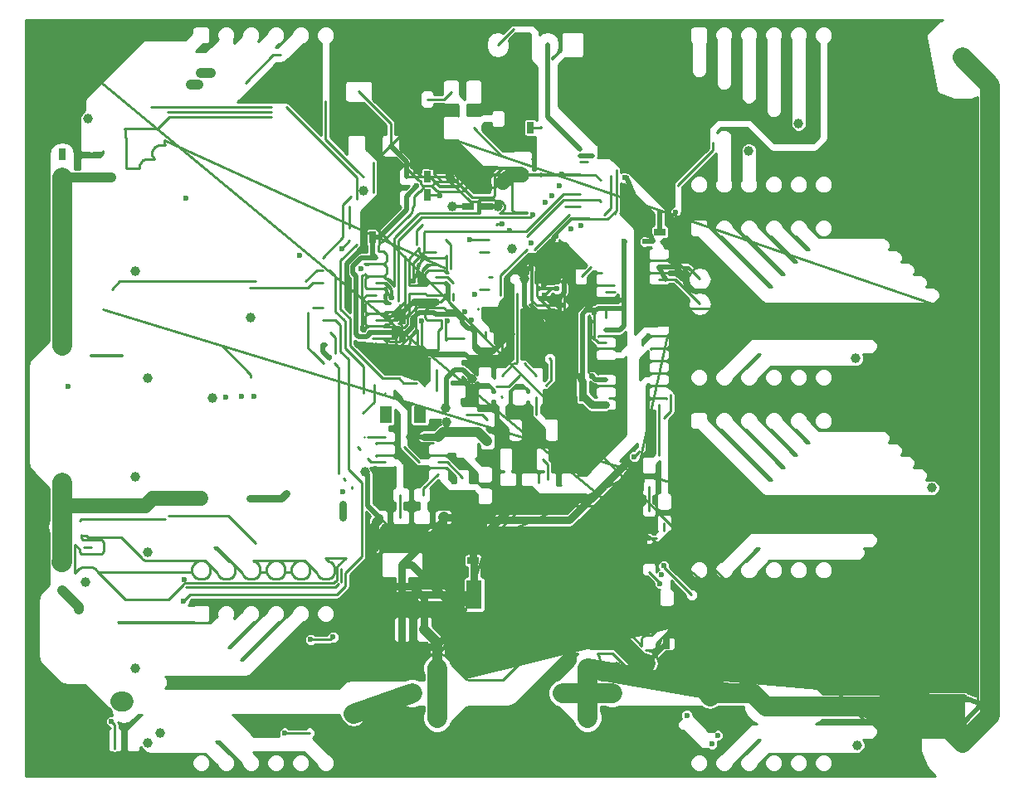
<source format=gbr>
From febcb5a93316b2dc0b8c1c9daf046b03c5e7beeb Mon Sep 17 00:00:00 2001
From: jaseg <git@jaseg.net>
Date: Wed, 6 Sep 2017 14:03:07 +0200
Subject: Fixes for second prototype (v0.3)

---
 hw/chibi/chibi_2024/gerbers/chibi_2024-F.Cu.gbr | 14137 +++++++++++-----------
 1 file changed, 7029 insertions(+), 7108 deletions(-)

(limited to 'hw/chibi/chibi_2024/gerbers/chibi_2024-F.Cu.gbr')

diff --git a/hw/chibi/chibi_2024/gerbers/chibi_2024-F.Cu.gbr b/hw/chibi/chibi_2024/gerbers/chibi_2024-F.Cu.gbr
index 3482dcf..7e519c9 100644
--- a/hw/chibi/chibi_2024/gerbers/chibi_2024-F.Cu.gbr
+++ b/hw/chibi/chibi_2024/gerbers/chibi_2024-F.Cu.gbr
@@ -1,7 +1,7 @@
 G04 #@! TF.FileFunction,Copper,L1,Top,Signal*
 %FSLAX46Y46*%
 G04 Gerber Fmt 4.6, Leading zero omitted, Abs format (unit mm)*
-G04 Created by KiCad (PCBNEW 4.0.4-1.fc24-product) date Fri Jul 21 09:28:46 2017*
+G04 Created by KiCad (PCBNEW 4.0.6) date Wed Sep  6 13:58:48 2017*
 %MOMM*%
 %LPD*%
 G01*
@@ -15,11 +15,11 @@ G04 APERTURE LIST*
 %ADD16R,1.016000X2.032000*%
 %ADD17R,1.450000X0.450000*%
 %ADD18R,1.550000X0.600000*%
-%ADD19R,0.750000X1.200000*%
+%ADD19R,1.200000X0.750000*%
 %ADD20R,1.600200X2.999740*%
 %ADD21R,1.300480X1.699260*%
 %ADD22R,1.699260X1.300480*%
-%ADD23R,1.200000X0.750000*%
+%ADD23R,0.750000X1.200000*%
 %ADD24R,0.797560X0.797560*%
 %ADD25C,2.349500*%
 %ADD26R,1.727200X2.032000*%
@@ -37,16 +37,16 @@ G04 APERTURE LIST*
 %ADD38R,1.727200X1.727200*%
 %ADD39O,1.727200X1.727200*%
 %ADD40R,1.099820X1.899920*%
-%ADD41C,1.000000*%
-%ADD42C,0.600000*%
+%ADD41C,0.600000*%
+%ADD42C,1.000000*%
 %ADD43C,1.000000*%
 %ADD44C,0.800000*%
-%ADD45C,0.500000*%
-%ADD46C,0.254000*%
-%ADD47C,0.250000*%
-%ADD48C,2.000000*%
-%ADD49C,1.500000*%
-%ADD50C,0.350000*%
+%ADD45C,0.254000*%
+%ADD46C,0.500000*%
+%ADD47C,0.350000*%
+%ADD48C,0.250000*%
+%ADD49C,2.000000*%
+%ADD50C,1.500000*%
 G04 APERTURE END LIST*
 D10*
 D11*
@@ -106,8 +106,8 @@ X114000000Y-70635000D03*
 X114000000Y-69365000D03*
 X114000000Y-68095000D03*
 D19*
-X96400000Y-61300000D03*
-X96400000Y-63200000D03*
+X94554000Y-63246000D03*
+X96454000Y-63246000D03*
 D20*
 X95150000Y-102850360D03*
 X95150000Y-107249640D03*
@@ -124,21 +124,22 @@ D21*
 X86133940Y-84455000D03*
 X89634060Y-84455000D03*
 D23*
-X116700000Y-107850000D03*
-X114800000Y-107850000D03*
+X83185000Y-104836000D03*
+X83185000Y-102936000D03*
+D19*
 X112200000Y-65825000D03*
 X114100000Y-65825000D03*
-D19*
+D23*
 X106225000Y-84400000D03*
 X106225000Y-82500000D03*
 X84800000Y-64450000D03*
 X84800000Y-66350000D03*
-X87050000Y-78000000D03*
-X87050000Y-76100000D03*
-D23*
+X87884000Y-74615000D03*
+X87884000Y-76515000D03*
+D19*
 X93150000Y-99350000D03*
 X95050000Y-99350000D03*
-D19*
+D23*
 X90400000Y-60150000D03*
 X90400000Y-62050000D03*
 X97600000Y-52325000D03*
@@ -201,10 +202,12 @@ X53108860Y-57912000D03*
 D14*
 X88550000Y-80175000D03*
 X88550000Y-82375000D03*
-X88250000Y-62375000D03*
-X88250000Y-60175000D03*
-X106125000Y-70350000D03*
-X106125000Y-72550000D03*
+D30*
+X96604000Y-60452000D03*
+X94404000Y-60452000D03*
+D14*
+X105918000Y-70401000D03*
+X105918000Y-72601000D03*
 X108075000Y-62725000D03*
 X108075000Y-60525000D03*
 D30*
@@ -350,7 +353,7 @@ X95098080Y-55199120D03*
 X92801920Y-51500880D03*
 X92801920Y-55199120D03*
 X95098080Y-51500880D03*
-D19*
+D23*
 X100900000Y-53250000D03*
 X100900000Y-55150000D03*
 D11*
@@ -452,9 +455,19 @@ X120650000Y-60960000D03*
 X130810000Y-60960000D03*
 X123190000Y-60960000D03*
 D41*
+X98806000Y-98298000D03*
+X93218000Y-101727000D03*
+X107188000Y-71628000D03*
+X111760000Y-72644000D03*
+X89662000Y-70739000D03*
+X92329000Y-72390000D03*
+X104013000Y-67056000D03*
+D42*
+X92710000Y-60198000D03*
+X92964000Y-63246000D03*
 X68453000Y-82804000D03*
 X72390000Y-74549000D03*
-D42*
+D41*
 X72700000Y-82600000D03*
 X71400000Y-82600000D03*
 X69800000Y-82700000D03*
@@ -465,9 +478,9 @@ X53700000Y-81600000D03*
 X70700000Y-111800000D03*
 X73400000Y-111500000D03*
 X74800000Y-111000000D03*
-D41*
-X109664000Y-110190000D03*
 D42*
+X109664000Y-110190000D03*
+D41*
 X97300000Y-110400000D03*
 X96700000Y-108900000D03*
 X98400000Y-108900000D03*
@@ -478,38 +491,30 @@ X85450000Y-108750000D03*
 X85100000Y-109950000D03*
 X110998000Y-61976000D03*
 X100076000Y-69342000D03*
-X101092000Y-68326000D03*
 X97028000Y-75184000D03*
 X82296000Y-71882000D03*
 X90170000Y-81026000D03*
 X83820000Y-77724000D03*
 X83820000Y-75692000D03*
-D41*
-X99060000Y-67564000D03*
 D42*
-X78875000Y-47425000D03*
+X99060000Y-67564000D03*
 D41*
+X78875000Y-47425000D03*
+D42*
 X63309500Y-120713500D03*
 X74993500Y-109474000D03*
-D42*
+D41*
 X111450000Y-104125000D03*
 X80400000Y-78600000D03*
-X112150000Y-73125000D03*
-X107575000Y-72900000D03*
 X94725000Y-66575000D03*
 X86300000Y-61900000D03*
 X91675000Y-62100000D03*
-X95350000Y-60225000D03*
 X103825000Y-61075000D03*
-D41*
-X115290600Y-115109000D03*
 D42*
-X89875000Y-70875000D03*
-D41*
+X115290600Y-115109000D03*
 X89000000Y-72975000D03*
 X119278400Y-95237300D03*
 X119202200Y-93649800D03*
-X119240300Y-91922600D03*
 X52895000Y-53548000D03*
 X51752000Y-55580000D03*
 X49974000Y-57866000D03*
@@ -527,7 +532,6 @@ X130429000Y-102489000D03*
 X77343000Y-68199000D03*
 X65786000Y-62357000D03*
 X65595500Y-101282500D03*
-X127762000Y-75742800D03*
 X143332200Y-98463100D03*
 X143332200Y-96672400D03*
 X143243300Y-93408500D03*
@@ -540,25 +544,14 @@ X81711800Y-92329000D03*
 X81762600Y-93624400D03*
 X86563200Y-93853000D03*
 X91059000Y-93675200D03*
-D42*
-X94950000Y-80800000D03*
-X92275000Y-83775000D03*
-X85090000Y-98044000D03*
-X84050000Y-90325000D03*
-X100330000Y-70612000D03*
-X101854000Y-74930000D03*
-X98875000Y-76250000D03*
-X92325000Y-85225000D03*
-X97600000Y-63250000D03*
-X88700000Y-86750000D03*
+X119240300Y-91922600D03*
+D41*
+X107061000Y-83312000D03*
+X110744000Y-89408000D03*
 X110425000Y-66800000D03*
 X112600000Y-66800000D03*
-X110236000Y-89916000D03*
-X106172000Y-81026000D03*
 X110500000Y-60275000D03*
 X104075000Y-59950000D03*
-X98125000Y-60750000D03*
-X89300000Y-61125000D03*
 X114300000Y-100800000D03*
 X111500000Y-88750000D03*
 X114500000Y-99900000D03*
@@ -568,7 +561,7 @@ X119430800Y-118110000D03*
 X116865400Y-115163600D03*
 X120015000Y-117221000D03*
 X115697000Y-63792100D03*
-D41*
+D42*
 X55498500Y-101554000D03*
 X55750000Y-54250000D03*
 X141859000Y-91948000D03*
@@ -610,9 +603,9 @@ X128270000Y-54737000D03*
 X60579000Y-110363000D03*
 X60579000Y-90805000D03*
 X60579000Y-69780002D03*
-D42*
-X83858100Y-61633100D03*
 D41*
+X83858100Y-61633100D03*
+D42*
 X61848500Y-80726000D03*
 X61849000Y-98552000D03*
 X61849000Y-117983000D03*
@@ -634,7 +627,7 @@ X134112000Y-78740000D03*
 X134239000Y-118237000D03*
 X123190000Y-57531000D03*
 X63119000Y-116967000D03*
-D42*
+D41*
 X78486000Y-107442000D03*
 X80772000Y-107188000D03*
 X75819000Y-116967000D03*
@@ -647,31 +640,46 @@ X102425000Y-62800000D03*
 X105050000Y-65525000D03*
 X106025000Y-65200000D03*
 X103075000Y-62100000D03*
-X104200000Y-73300000D03*
-X107100000Y-75000000D03*
-X100838000Y-69596000D03*
+X107442000Y-74041000D03*
+X103251000Y-73914000D03*
+X100965000Y-68199000D03*
 X100950000Y-66900000D03*
 X98025000Y-64975000D03*
-X86650000Y-72400000D03*
-X88950000Y-70850000D03*
-X103250000Y-66600000D03*
+X100965000Y-69215000D03*
+X98806000Y-65659000D03*
+X107188000Y-80518000D03*
+X104140000Y-78740000D03*
+X103505000Y-66294000D03*
 X101125000Y-64075000D03*
 X113000000Y-97100000D03*
 X114100000Y-101700000D03*
-X101975000Y-72575000D03*
-X104375000Y-70900000D03*
+X102362000Y-72263000D03*
+X103632000Y-71628000D03*
 X95250000Y-72175000D03*
 X94875000Y-74775000D03*
 X94200000Y-73975000D03*
+X104394000Y-74930000D03*
+X102235000Y-71374000D03*
 X92456000Y-74930000D03*
-X101725000Y-71575000D03*
-X103600000Y-71600000D03*
-X107200000Y-80600000D03*
-X98875000Y-77475000D03*
 X58150000Y-115800000D03*
 X65532000Y-103505000D03*
 X83642200Y-69596000D03*
 X81635600Y-67513200D03*
+X90043000Y-86741000D03*
+X113919000Y-73152000D03*
+X116078000Y-72009000D03*
+X97376000Y-77724000D03*
+X100330000Y-70612000D03*
+X100330000Y-74930000D03*
+X97600000Y-63250000D03*
+X94950000Y-80800000D03*
+X92275000Y-83775000D03*
+X84050000Y-90325000D03*
+X92325000Y-85225000D03*
+X98044000Y-75819000D03*
+X89789000Y-74930000D03*
+X86741000Y-72517000D03*
+X108585000Y-73660000D03*
 D43*
 X67299998Y-49549998D02*
 X68250000Y-49549998D01*
@@ -680,6 +688,115 @@ X67299998Y-49549998D01*
 X66250000Y-50750000D02*
 X67000000Y-50750000D01*
 D44*
+X97600000Y-52325000D02*
+X99975000Y-52325000D01*
+X99975000Y-52325000D02*
+X100900000Y-53250000D01*
+X72300000Y-93000000D02*
+X75478200Y-93000000D01*
+X75478200Y-93000000D02*
+X75996800Y-92481400D01*
+X118200000Y-75700000D02*
+X120142000Y-77642000D01*
+X122428000Y-72308000D02*
+X120740000Y-70620000D01*
+X122428000Y-76962000D02*
+X122428000Y-72308000D01*
+X121748000Y-77642000D02*
+X122428000Y-76962000D01*
+X120142000Y-77642000D02*
+X121748000Y-77642000D01*
+X113000000Y-101749300D02*
+X113000000Y-106250700D01*
+X83185000Y-104836000D02*
+X84751000Y-106402000D01*
+X84751000Y-106402000D02*
+X85514000Y-106402000D01*
+X113000000Y-95749300D02*
+X110451300Y-98298000D01*
+X110451300Y-98298000D02*
+X98806000Y-98298000D01*
+D45*
+X95885000Y-94275000D02*
+X96987000Y-94275000D01*
+X96987000Y-94275000D02*
+X99700000Y-91562000D01*
+X93150000Y-99350000D02*
+X93218000Y-99418000D01*
+X93218000Y-99418000D02*
+X93218000Y-101727000D01*
+D46*
+X114000000Y-74555000D02*
+X112655000Y-74555000D01*
+X111760000Y-73660000D02*
+X111760000Y-72644000D01*
+X112655000Y-74555000D02*
+X111760000Y-73660000D01*
+X114000000Y-71905000D02*
+X112499000Y-71905000D01*
+X112499000Y-71905000D02*
+X111760000Y-72644000D01*
+X107188000Y-71628000D02*
+X107047000Y-71628000D01*
+X107047000Y-71628000D02*
+X106125000Y-72550000D01*
+D45*
+X105156000Y-73519000D02*
+X105156000Y-68199000D01*
+X105156000Y-68199000D02*
+X104965500Y-68008500D01*
+D46*
+X106125000Y-72550000D02*
+X105156000Y-73519000D01*
+X105156000Y-83331000D02*
+X106225000Y-84400000D01*
+X105156000Y-73519000D02*
+X105156000Y-83331000D01*
+X119240300Y-91922600D02*
+X119240300Y-89395300D01*
+X116840000Y-77060000D02*
+X118200000Y-75700000D01*
+X116840000Y-86995000D02*
+X116840000Y-77060000D01*
+X119240300Y-89395300D02*
+X116840000Y-86995000D01*
+X79723000Y-77343000D02*
+X79723000Y-78035998D01*
+X80400000Y-78712998D02*
+X80400000Y-78600000D01*
+X79723000Y-78035998D02*
+X80400000Y-78712998D01*
+X87884000Y-74615000D02*
+X87884000Y-74091000D01*
+X87884000Y-74091000D02*
+X89000000Y-72975000D01*
+D45*
+X91250000Y-69130000D02*
+X90636000Y-69130000D01*
+X90636000Y-69130000D02*
+X89662000Y-70104000D01*
+X89662000Y-70104000D02*
+X89662000Y-70739000D01*
+X92329000Y-72390000D02*
+X91779000Y-72940000D01*
+X91779000Y-72940000D02*
+X91250000Y-72940000D01*
+D46*
+X91215000Y-72975000D02*
+X89000000Y-72975000D01*
+X91250000Y-72940000D02*
+X91215000Y-72975000D01*
+D45*
+X104013000Y-67056000D02*
+X104965500Y-68008500D01*
+D47*
+X90375000Y-57863000D02*
+X90375000Y-54150000D01*
+X92710000Y-60198000D02*
+X90375000Y-57863000D01*
+X94554000Y-63246000D02*
+X92964000Y-63246000D01*
+D44*
 X112977204Y-105726692D02*
 X112977204Y-105727904D01*
 X112977204Y-105727904D02*
@@ -706,23 +823,7 @@ X73400000Y-111500000D02*
 X73100000Y-111800000D01*
 X74993500Y-110806500D02*
 X74800000Y-111000000D01*
-D45*
-X106125000Y-72550000D02*
-X107225000Y-72550000D01*
-X107225000Y-72550000D02*
-X107575000Y-72900000D01*
-X112150000Y-73125000D02*
-X114000000Y-73125000D01*
-X114100000Y-73100000D02*
-X114000000Y-73100000D01*
-X114025000Y-73100000D02*
-X114100000Y-73100000D01*
-X114000000Y-73125000D02*
-X114025000Y-73100000D01*
-X114000000Y-71905000D02*
-X114000000Y-73100000D01*
-X114000000Y-73100000D02*
-X114000000Y-74555000D01*
+D46*
 X112200000Y-65825000D02*
 X111800000Y-66225000D01*
 X112405000Y-71905000D02*
@@ -731,14 +832,6 @@ X111800000Y-71300000D02*
 X112405000Y-71905000D01*
 X111800000Y-66225000D02*
 X111800000Y-71300000D01*
-X106225000Y-84400000D02*
-X105700000Y-84400000D01*
-X105100000Y-73575000D02*
-X106125000Y-72550000D01*
-X105100000Y-83800000D02*
-X105100000Y-73575000D01*
-X105700000Y-84400000D02*
-X105100000Y-83800000D01*
 X108600000Y-79635000D02*
 X109360000Y-79635000D01*
 X109360000Y-79635000D02*
@@ -778,7 +871,7 @@ X112200000Y-65825000D02*
 X112200000Y-63178000D01*
 X112200000Y-63178000D02*
 X111800000Y-62778000D01*
-D46*
+D45*
 X97494000Y-74210000D02*
 X96650000Y-74210000D01*
 X98552000Y-73152000D02*
@@ -789,16 +882,6 @@ X99568000Y-69342000D02*
 X98552000Y-70358000D01*
 X100076000Y-69342000D02*
 X99568000Y-69342000D01*
-X103722500Y-68997500D02*
-X103051000Y-68326000D01*
-X103722500Y-68997500D02*
-X105200000Y-70475000D01*
-X105200000Y-70475000D02*
-X105200000Y-71625000D01*
-X105200000Y-71625000D02*
-X106125000Y-72550000D01*
-X103051000Y-68326000D02*
-X101092000Y-68326000D01*
 X96650000Y-74210000D02*
 X97028000Y-74588000D01*
 X97028000Y-74588000D02*
@@ -821,16 +904,16 @@ X89319000Y-80175000D02*
 X88550000Y-80175000D01*
 X88550000Y-80175000D02*
 X86017000Y-80175000D01*
-X86017000Y-80175000D02*
-X83820000Y-77978000D01*
 X83820000Y-77978000D02*
 X83820000Y-77724000D01*
+X86017000Y-80175000D02*
+X83820000Y-77978000D01*
 X85123000Y-72263000D02*
 X84201000Y-72263000D01*
-X83820000Y-72644000D02*
-X83820000Y-75692000D01*
 X84201000Y-72263000D02*
 X83820000Y-72644000D01*
+X83820000Y-72644000D02*
+X83820000Y-75692000D01*
 X96650000Y-70400000D02*
 X96986000Y-70400000D01*
 X96986000Y-70400000D02*
@@ -861,22 +944,10 @@ X93980000Y-92930000D02*
 X95325000Y-94275000D01*
 X99700000Y-89601140D02*
 X100300000Y-89001140D01*
-X99700000Y-93800000D02*
+X99700000Y-91562000D02*
 X99700000Y-89601140D01*
-X99225000Y-94275000D02*
-X99700000Y-93800000D01*
 X95325000Y-94275000D02*
-X99225000Y-94275000D01*
-X95150000Y-107249640D02*
-X97174640Y-105225000D01*
-X94650000Y-97850000D02*
-X93150000Y-99350000D01*
-X95950000Y-97850000D02*
-X94650000Y-97850000D01*
-X97174640Y-99074640D02*
-X95950000Y-97850000D01*
-X97174640Y-105225000D02*
-X97174640Y-99074640D01*
+X95885000Y-94275000D01*
 X82850000Y-110050000D02*
 X82850000Y-109066000D01*
 X82850000Y-109066000D02*
@@ -888,17 +959,13 @@ X63182500Y-120840500D02*
 X63309500Y-120713500D01*
 X63182500Y-120840500D02*
 X58610000Y-120840500D01*
-D46*
+D45*
 X75569500Y-110050000D02*
 X74993500Y-109474000D01*
 X112649000Y-117475000D02*
 X112924600Y-117475000D01*
 X112924600Y-117475000D02*
 X115290600Y-115109000D01*
-X116700000Y-107850000D02*
-X118010000Y-107850000D01*
-X118010000Y-107850000D02*
-X119634000Y-109474000D01*
 X113000000Y-102049300D02*
 X113000000Y-101900000D01*
 X113000000Y-101900000D02*
@@ -911,18 +978,8 @@ X109360000Y-79635000D02*
 X110100000Y-80375000D01*
 X106350000Y-84525000D02*
 X106225000Y-84400000D01*
-X87050000Y-78000000D02*
-X89200000Y-75850000D01*
-X79723000Y-77343000D02*
-X79723000Y-77923000D01*
-X79723000Y-77923000D02*
-X80400000Y-78600000D01*
-X89200000Y-72940000D02*
-X89200000Y-75850000D01*
 X96765000Y-74325000D02*
 X96650000Y-74210000D01*
-X107575000Y-72900000D02*
-X107225000Y-72550000D01*
 X96650000Y-66590000D02*
 X94740000Y-66590000D01*
 X94740000Y-66590000D02*
@@ -935,44 +992,26 @@ X91625000Y-62050000D02*
 X90400000Y-62050000D01*
 X91675000Y-62100000D02*
 X91625000Y-62050000D01*
-X95012500Y-59887500D02*
-X94987500Y-59887500D01*
-X95350000Y-60225000D02*
-X95012500Y-59887500D01*
 X100095000Y-46700000D02*
 X100095000Y-49830000D01*
 X100095000Y-49830000D02*
 X97600000Y-52325000D01*
-X120740000Y-70620000D02*
-X120740000Y-73160000D01*
-X120740000Y-73160000D02*
-X120740000Y-75700000D01*
-X120740000Y-75700000D02*
-X118200000Y-75700000D01*
 X118200000Y-75700000D02*
 X117055000Y-74555000D01*
 X117055000Y-74555000D02*
 X114000000Y-74555000D01*
-X106125000Y-72550000D02*
-X106400000Y-72825000D01*
-X90375000Y-54150000D02*
-X90375000Y-55275000D01*
-X90375000Y-55275000D02*
-X94987500Y-59887500D01*
-X94987500Y-59887500D02*
-X96400000Y-61300000D01*
 X97600000Y-52325000D02*
 X97600000Y-50850000D01*
-X88925000Y-52700000D02*
-X90375000Y-54150000D01*
-X88925000Y-50500000D02*
-X88925000Y-52700000D01*
-X89975000Y-49450000D02*
-X88925000Y-50500000D01*
-X96200000Y-49450000D02*
-X89975000Y-49450000D01*
 X97600000Y-50850000D02*
 X96200000Y-49450000D01*
+X96200000Y-49450000D02*
+X89975000Y-49450000D01*
+X89975000Y-49450000D02*
+X88925000Y-50500000D01*
+X88925000Y-50500000D02*
+X88925000Y-52700000D01*
+X88925000Y-52700000D02*
+X90375000Y-54150000D01*
 X100050000Y-57375000D02*
 X100050000Y-54775000D01*
 X100050000Y-54775000D02*
@@ -997,40 +1036,6 @@ X100825000Y-87450000D02*
 X100300000Y-87975000D01*
 X100300000Y-87975000D02*
 X100300000Y-89001140D01*
-X91250000Y-69130000D02*
-X90370000Y-69130000D01*
-X89875000Y-69625000D02*
-X89875000Y-70875000D01*
-X90370000Y-69130000D02*
-X89875000Y-69625000D01*
-D44*
-X89035000Y-72940000D02*
-X89200000Y-72940000D01*
-X89200000Y-72940000D02*
-X91250000Y-72940000D01*
-X89000000Y-72975000D02*
-X89035000Y-72940000D01*
-X144300000Y-77978000D02*
-X139278000Y-83000000D01*
-X116000000Y-88682300D02*
-X119240300Y-91922600D01*
-X116000000Y-88500000D02*
-X116000000Y-88682300D01*
-X116000000Y-83800000D02*
-X116000000Y-88500000D01*
-X116800000Y-83000000D02*
-X116000000Y-83800000D01*
-X117000000Y-83000000D02*
-X116800000Y-83000000D01*
-X139278000Y-83000000D02*
-X117000000Y-83000000D01*
-D46*
-X118033800Y-93129100D02*
-X119240300Y-91922600D01*
-X117991540Y-93829100D02*
-X118033800Y-93129100D01*
-X117991540Y-93829100D02*
-X117900100Y-93829100D01*
 X119278400Y-93726000D02*
 X119278400Y-95237300D01*
 X119202200Y-93649800D02*
@@ -1049,18 +1054,12 @@ X50038000Y-55580000D02*
 X50038000Y-57802000D01*
 X52750000Y-48250000D02*
 X55453000Y-45547000D01*
-D45*
-X120759200Y-75742800D02*
-X127762000Y-75742800D01*
-X120683000Y-75819000D02*
-X120759200Y-75742800D01*
-D46*
 X119634000Y-109474000D02*
 X118872000Y-110236000D01*
-D47*
+D48*
 X119020000Y-115570000D02*
 X120396000Y-115570000D01*
-D46*
+D45*
 X100914200Y-121285000D02*
 X102870000Y-119329200D01*
 X93853000Y-121285000D02*
@@ -1090,10 +1089,10 @@ X111019600Y-119380000D02*
 X115290600Y-115109000D01*
 X58610000Y-120840500D02*
 X57658000Y-120840500D01*
-D47*
+D48*
 X117750000Y-114300000D02*
 X119020000Y-115570000D01*
-D46*
+D45*
 X118872000Y-110236000D02*
 X115062000Y-110236000D01*
 X57244750Y-73709250D02*
@@ -1214,13 +1213,6 @@ X127000000Y-94970600D01*
 X127000000Y-94970600D02*
 X143306800Y-94970600D01*
 D45*
-X144300000Y-77978000D02*
-X144018000Y-77978000D01*
-X127762000Y-75742800D02*
-X141782800Y-75742800D01*
-X141782800Y-75742800D02*
-X144018000Y-77978000D01*
-D46*
 X79723000Y-77343000D02*
 X79959200Y-77343000D01*
 D44*
@@ -1238,7 +1230,7 @@ X81762600Y-93624400D02*
 X81762600Y-94970600D01*
 X81762600Y-94970600D02*
 X81737200Y-94996000D01*
-D46*
+D45*
 X85514000Y-92646500D02*
 X85514000Y-92803800D01*
 X85514000Y-92803800D02*
@@ -1247,7 +1239,7 @@ X92032000Y-92646500D02*
 X92032000Y-92702200D01*
 X92032000Y-92702200D02*
 X91059000Y-93675200D01*
-D47*
+D48*
 X91882000Y-92646500D02*
 X92006500Y-92771000D01*
 X92006500Y-92771000D02*
@@ -1256,21 +1248,28 @@ X85664000Y-92646500D02*
 X86073000Y-92237500D01*
 X86073000Y-92237500D02*
 X86073000Y-90551000D01*
-D48*
+D45*
+X118033800Y-93129100D02*
+X119240300Y-91922600D01*
+X117991540Y-93829100D02*
+X118033800Y-93129100D01*
+X117991540Y-93829100D02*
+X117900100Y-93829100D01*
+D49*
 X112649000Y-109855000D02*
 X112155000Y-109855000D01*
 X112155000Y-109855000D02*
 X109825000Y-107525000D01*
 X109825000Y-107525000D02*
 X107250000Y-107525000D01*
-D49*
+D50*
 X53108860Y-93800000D02*
 X61600000Y-93800000D01*
 X62400000Y-93000000D02*
 X67300000Y-93000000D01*
 X61600000Y-93800000D02*
 X62400000Y-93000000D01*
-D48*
+D49*
 X53108860Y-75700000D02*
 X53108860Y-77470000D01*
 X53098860Y-91400000D02*
@@ -1286,91 +1285,9 @@ X53108860Y-93800000D01*
 X53108860Y-93800000D02*
 X53108860Y-96012000D01*
 D45*
-X94001140Y-79851140D02*
-X93200000Y-79851140D01*
-X94950000Y-80800000D02*
-X94001140Y-79851140D01*
-D43*
-X91399360Y-110363000D02*
-X91399360Y-107715360D01*
-X91399360Y-107715360D02*
-X90086000Y-106402000D01*
-D45*
-X92275000Y-83775000D02*
-X92300000Y-83750000D01*
-X92300000Y-83750000D02*
-X92300000Y-80751140D01*
-X92300000Y-80751140D02*
-X93200000Y-79851140D01*
-X92202000Y-86012000D02*
-X92325000Y-85889000D01*
-X92325000Y-85889000D02*
-X92325000Y-85225000D01*
-X88700000Y-86750000D02*
-X88709000Y-86741000D01*
-X88709000Y-86741000D02*
-X91473000Y-86741000D01*
-X84050000Y-90325000D02*
-X84328000Y-90603000D01*
-X84328000Y-93746500D02*
-X85514000Y-94932500D01*
-X84328000Y-90603000D02*
-X84328000Y-93746500D01*
-D44*
-X85090000Y-98044000D02*
-X85090000Y-95356500D01*
-X85090000Y-95356500D02*
-X85514000Y-94932500D01*
-D46*
-X85090000Y-95356500D02*
-X85514000Y-94932500D01*
-X100330000Y-73406000D02*
-X100838000Y-73914000D01*
-X100330000Y-70612000D02*
-X100330000Y-73406000D01*
-X100838000Y-73914000D02*
-X101854000Y-74930000D01*
-X91250000Y-74210000D02*
-X93435000Y-74210000D01*
-X98850000Y-76250000D02*
-X98875000Y-76250000D01*
-X96975000Y-78125000D02*
-X97737500Y-77362500D01*
-X95675000Y-78125000D02*
-X96975000Y-78125000D01*
-X95225000Y-77675000D02*
-X95675000Y-78125000D01*
-X95225000Y-76025000D02*
-X95225000Y-77675000D01*
-X94900000Y-75700000D02*
-X95225000Y-76025000D01*
-X94575000Y-75700000D02*
-X94900000Y-75700000D01*
-X93950000Y-75075000D02*
-X94575000Y-75700000D01*
-X93950000Y-74725000D02*
-X93950000Y-75075000D01*
-X97737500Y-77362500D02*
-X98850000Y-76250000D01*
-X93435000Y-74210000D02*
-X93950000Y-74725000D01*
-X92202000Y-86012000D02*
-X91955600Y-86258400D01*
-X92325000Y-85225000D02*
-X92325000Y-85889000D01*
-X96400000Y-63200000D02*
-X97550000Y-63200000D01*
-X97550000Y-63200000D02*
-X97600000Y-63250000D01*
-X91473000Y-86741000D02*
-X91464000Y-86750000D01*
-X91464000Y-86750000D02*
-X88700000Y-86750000D01*
 X112649000Y-109855000D02*
 X112795000Y-109855000D01*
-X112795000Y-109855000D02*
-X114800000Y-107850000D01*
-D48*
+D49*
 X107250000Y-107525000D02*
 X107250000Y-107518200D01*
 X82850000Y-115050000D02*
@@ -1404,14 +1321,6 @@ X88859360Y-112903000D01*
 X91399360Y-115443000D02*
 X91399360Y-110363000D01*
 D43*
-X91473000Y-86741000D02*
-X91955600Y-86258400D01*
-X95572400Y-86258400D02*
-X96520000Y-87206000D01*
-X91955600Y-86258400D02*
-X95199200Y-86258400D01*
-X95199200Y-86258400D02*
-X95572400Y-86258400D01*
 X53108860Y-60210700D02*
 X58106800Y-60210700D01*
 X58801000Y-59516500D02*
@@ -1422,7 +1331,7 @@ X54800000Y-104082280D02*
 X53108860Y-102391140D01*
 X54800000Y-104370860D02*
 X54800000Y-104082280D01*
-D48*
+D49*
 X59436000Y-113792000D02*
 X59042000Y-113792000D01*
 X59042000Y-113792000D02*
@@ -1450,12 +1359,12 @@ X53035200Y-99542600D02*
 X53108860Y-99542600D01*
 X53108860Y-99468940D02*
 X53035200Y-99542600D01*
-D45*
+D46*
 X53108860Y-71882000D02*
 X53108860Y-73047860D01*
 X53108860Y-73047860D02*
 X53108860Y-74622660D01*
-D48*
+D49*
 X53108860Y-95935800D02*
 X53108860Y-99542600D01*
 X52933600Y-95935800D02*
@@ -1468,7 +1377,63 @@ X53108860Y-60210700D02*
 X53108860Y-74622660D01*
 X53108860Y-74622660D02*
 X53108860Y-75700000D01*
-D45*
+D44*
+X92583000Y-103632000D02*
+X94368360Y-103632000D01*
+X94368360Y-103632000D02*
+X95150000Y-102850360D01*
+X92583000Y-105417360D02*
+X92583000Y-103632000D01*
+X92583000Y-103632000D02*
+X91313000Y-102362000D01*
+X87800000Y-99798000D02*
+X88749000Y-99798000D01*
+X88749000Y-99798000D02*
+X91313000Y-102362000D01*
+X87800000Y-106402000D02*
+X87800000Y-107739000D01*
+X92583000Y-106807000D02*
+X92583000Y-105417360D01*
+X91186000Y-108204000D02*
+X92583000Y-106807000D01*
+X88265000Y-108204000D02*
+X91186000Y-108204000D01*
+X87800000Y-107739000D02*
+X88265000Y-108204000D01*
+X95050000Y-99350000D02*
+X95050000Y-97863000D01*
+X107170000Y-83421000D02*
+X107170000Y-83445000D01*
+X107061000Y-83312000D02*
+X107170000Y-83421000D01*
+X107061000Y-93091000D02*
+X110744000Y-89408000D01*
+X99822000Y-93091000D02*
+X107061000Y-93091000D01*
+X95050000Y-97863000D02*
+X99822000Y-93091000D01*
+D46*
+X106600000Y-73800000D02*
+X107629000Y-72771000D01*
+X107629000Y-72771000D02*
+X110425000Y-72771000D01*
+X106600000Y-73800000D02*
+X106200000Y-74200000D01*
+X106200000Y-74200000D02*
+X106200000Y-80998000D01*
+X106200000Y-80998000D02*
+X106172000Y-81026000D01*
+D44*
+X106225000Y-82500000D02*
+X106225000Y-81079000D01*
+X106225000Y-81079000D02*
+X106172000Y-81026000D01*
+D47*
+X100050000Y-59975000D02*
+X97081000Y-59975000D01*
+X97081000Y-59975000D02*
+X96604000Y-60452000D01*
+D46*
 X100900000Y-55150000D02*
 X100950000Y-55100000D01*
 X100950000Y-55100000D02*
@@ -1481,54 +1446,12 @@ X101975000Y-59975000D02*
 X102000000Y-60000000D01*
 X102000000Y-60000000D02*
 X102000000Y-59975000D01*
-X85123000Y-76073000D02*
-X84627000Y-76073000D01*
-X84627000Y-76073000D02*
-X84200000Y-76500000D01*
-X83647000Y-68453000D02*
-X85123000Y-68453000D01*
-X82800000Y-69300000D02*
-X83647000Y-68453000D01*
-X82800000Y-70000000D02*
-X82800000Y-69300000D01*
-X83100000Y-70300000D02*
-X82800000Y-70000000D01*
-X83100000Y-71000000D02*
-X83100000Y-70300000D01*
-X83100000Y-76262998D02*
-X83100000Y-71000000D01*
-X83337002Y-76500000D02*
-X83100000Y-76262998D01*
-X84200000Y-76500000D02*
-X83337002Y-76500000D01*
-X87050000Y-76100000D02*
-X85150000Y-76100000D01*
-X85150000Y-76100000D02*
-X85123000Y-76073000D01*
-X84800000Y-66350000D02*
-X85450000Y-66350000D01*
-X88250000Y-63550000D02*
-X88250000Y-62375000D01*
-X85450000Y-66350000D02*
-X88250000Y-63550000D01*
-X85123000Y-68453000D02*
-X84800000Y-68130000D01*
-X84800000Y-68130000D02*
-X84800000Y-66350000D01*
-X89300000Y-61125000D02*
-X88250000Y-62175000D01*
-X88250000Y-62175000D02*
-X88250000Y-62375000D01*
-D50*
-X98125000Y-60750000D02*
-X98900000Y-59975000D01*
-X98900000Y-59975000D02*
-X100050000Y-59975000D01*
+D47*
 X105950000Y-59975000D02*
 X102000000Y-59975000D01*
 X102000000Y-59975000D02*
 X100050000Y-59975000D01*
-D45*
+D46*
 X114100000Y-65825000D02*
 X114100000Y-63700000D01*
 X110675000Y-60275000D02*
@@ -1546,30 +1469,20 @@ X113400000Y-66800000D01*
 X113400000Y-66800000D02*
 X112600000Y-66800000D01*
 X110425000Y-73600000D02*
+X110425000Y-72771000D01*
+X110425000Y-72771000D02*
 X110425000Y-66912998D01*
-X110537998Y-66800000D02*
-X110425000Y-66800000D01*
 X110425000Y-66912998D02*
 X110537998Y-66800000D01*
+X110537998Y-66800000D02*
+X110425000Y-66800000D01*
 X108600000Y-75825000D02*
 X110000000Y-75825000D01*
 X110000000Y-75825000D02*
 X110425000Y-75400000D01*
 X110425000Y-75400000D02*
 X110425000Y-73600000D01*
-X110425000Y-73600000D02*
-X107800000Y-73600000D01*
-X106200000Y-80998000D02*
-X106172000Y-81026000D01*
-X106200000Y-74200000D02*
-X106200000Y-80998000D01*
-X106600000Y-73800000D02*
-X106200000Y-74200000D01*
-X107600000Y-73800000D02*
-X106600000Y-73800000D01*
-X107800000Y-73600000D02*
-X107600000Y-73800000D01*
-D46*
+D45*
 X100900000Y-55150000D02*
 X102000000Y-55150000D01*
 X101900000Y-55100000D02*
@@ -1579,61 +1492,21 @@ X101900000Y-55100000D01*
 X102000000Y-55150000D02*
 X101950000Y-55100000D01*
 D44*
-X106225000Y-82500000D02*
-X106225000Y-81079000D01*
-X106225000Y-81079000D02*
-X106172000Y-81026000D01*
 X108600000Y-83445000D02*
 X107170000Y-83445000D01*
 X107170000Y-83445000D02*
 X106225000Y-82500000D01*
-X92032000Y-94932500D02*
-X94170500Y-94932500D01*
-X104902000Y-95250000D02*
-X110236000Y-89916000D01*
-X94488000Y-95250000D02*
-X104902000Y-95250000D01*
-X94170500Y-94932500D02*
-X94488000Y-95250000D01*
-X87800000Y-99798000D02*
-X92032000Y-95566000D01*
-X92032000Y-95566000D02*
-X92032000Y-94932500D01*
 X95050000Y-99350000D02*
 X95150000Y-99450000D01*
 X95150000Y-99450000D02*
 X95150000Y-102850360D01*
 X95150000Y-102850360D02*
 X95130360Y-102870000D01*
-X95130360Y-102870000D02*
-X87800000Y-102870000D01*
-X87800000Y-106402000D02*
-X87800000Y-102870000D01*
-X87800000Y-102870000D02*
-X87800000Y-99798000D01*
-D46*
-X105918000Y-80772000D02*
-X105918000Y-80518000D01*
-X105918000Y-80518000D02*
-X106225000Y-80825000D01*
-X106225000Y-80825000D02*
-X106225000Y-82500000D01*
-X106172000Y-81026000D02*
-X105918000Y-80772000D01*
-X85123000Y-76073000D02*
-X84455000Y-76073000D01*
-X92032000Y-94932500D02*
-X92032000Y-95566000D01*
+D45*
 X95150000Y-99450000D02*
 X95150000Y-102850360D01*
 X95150000Y-102850360D02*
 X95050360Y-102950000D01*
-X95050360Y-102950000D02*
-X87800000Y-102950000D01*
-X87800000Y-106402000D02*
-X87800000Y-102950000D01*
-X87800000Y-102950000D02*
-X87800000Y-99798000D01*
 X110425000Y-66800000D02*
 X110425000Y-66800000D01*
 X110425000Y-73600000D02*
@@ -1648,10 +1521,6 @@ X110400000Y-66825000D02*
 X110400000Y-66875000D01*
 X110425000Y-66800000D02*
 X110400000Y-66825000D01*
-X85123000Y-76073000D02*
-X87023000Y-76073000D01*
-X87023000Y-76073000D02*
-X87050000Y-76100000D01*
 X104100000Y-59975000D02*
 X105950000Y-59975000D01*
 X104075000Y-59950000D02*
@@ -1660,10 +1529,6 @@ X105950000Y-59975000D02*
 X107525000Y-59975000D01*
 X107525000Y-59975000D02*
 X108075000Y-60525000D01*
-X100050000Y-59975000D02*
-X98900000Y-59975000D01*
-X88250000Y-62175000D02*
-X88250000Y-62375000D01*
 X99155000Y-45100000D02*
 X97555000Y-46700000D01*
 X100950000Y-45100000D02*
@@ -1684,46 +1549,32 @@ X102800000Y-59975000D02*
 X100050000Y-59975000D01*
 X107170000Y-83445000D02*
 X106225000Y-82500000D01*
-X85123000Y-76073000D02*
-X85699600Y-76073000D01*
-D43*
-X92032000Y-94932500D02*
-X92044700Y-94919800D01*
-D46*
-X88250000Y-60175000D02*
-X88250000Y-58599940D01*
-X88250000Y-58599940D02*
-X86650060Y-57000000D01*
+D47*
+X95504000Y-59325000D02*
+X95504000Y-59352000D01*
+X95504000Y-59352000D02*
+X94404000Y-60452000D01*
+X90400000Y-60150000D02*
+X90630000Y-60150000D01*
+X90630000Y-60150000D02*
+X91694000Y-61214000D01*
+X91694000Y-61214000D02*
+X93642000Y-61214000D01*
+X93642000Y-61214000D02*
+X94404000Y-60452000D01*
+X100050000Y-59325000D02*
+X95504000Y-59325000D01*
+D45*
+X86650060Y-57000000D02*
+X89800060Y-60150000D01*
+X89800060Y-60150000D02*
+X90400000Y-60150000D01*
 X86650060Y-57000000D02*
 X86650060Y-54757650D01*
 X86650060Y-54757650D02*
 X83367830Y-51475420D01*
-X100050000Y-59325000D02*
-X97975000Y-59325000D01*
-X97225000Y-62100000D02*
-X97075000Y-62250000D01*
-X97225000Y-60075000D02*
-X97225000Y-62100000D01*
-X97975000Y-59325000D02*
-X97225000Y-60075000D01*
 X90400000Y-60150000D02*
 X90750000Y-60150000D01*
-X90750000Y-60150000D02*
-X90800000Y-60200000D01*
-X88250000Y-60175000D02*
-X88775000Y-60175000D01*
-X88775000Y-60175000D02*
-X88800000Y-60200000D01*
-X92875000Y-60200000D02*
-X94925000Y-62250000D01*
-X94925000Y-62250000D02*
-X97075000Y-62250000D01*
-X88800000Y-60200000D02*
-X90800000Y-60200000D01*
-X90800000Y-60200000D02*
-X92875000Y-60200000D01*
-X92875000Y-60200000D02*
-X92900000Y-60200000D01*
 X95098080Y-55199120D02*
 X97923960Y-58025000D01*
 X97923960Y-58025000D02*
@@ -1744,18 +1595,24 @@ X90375000Y-52250000D02*
 X92052800Y-52250000D01*
 X92052800Y-52250000D02*
 X92801920Y-51500880D01*
+X82500000Y-75565000D02*
+X82500000Y-77420000D01*
+X82500000Y-77420000D02*
+X82804000Y-77724000D01*
 X83947000Y-78867000D02*
 X85852000Y-80772000D01*
-X85852000Y-80772000D02*
-X86868000Y-80772000D01*
-X82479002Y-76200000D02*
-X82500000Y-76200000D01*
-X82479002Y-77399002D02*
-X82479002Y-76200000D01*
-X83947000Y-78867000D02*
-X82479002Y-77399002D01*
+X87975000Y-81275000D02*
+X87472000Y-80772000D01*
+X88225000Y-81275000D02*
+X88750000Y-81275000D01*
+X88225000Y-81275000D02*
+X87975000Y-81275000D01*
 X86868000Y-80772000D02*
 X87472000Y-80772000D01*
+X83947000Y-78867000D02*
+X82804000Y-77724000D01*
+X85852000Y-80772000D02*
+X86868000Y-80772000D01*
 X82500000Y-74676000D02*
 X81534000Y-73710000D01*
 X84875000Y-61775000D02*
@@ -1767,19 +1624,13 @@ X84875000Y-58725060D01*
 X84875000Y-58725060D02*
 X84875000Y-61775000D01*
 X82500000Y-74676000D02*
-X82500000Y-76200000D01*
+X82500000Y-75565000D01*
 X81534000Y-73710000D02*
 X81534000Y-68834000D01*
 X81534000Y-68834000D02*
 X81534000Y-68741000D01*
 X81534000Y-68741000D02*
 X83150000Y-67125000D01*
-X88225000Y-81275000D02*
-X87975000Y-81275000D01*
-X88225000Y-81275000D02*
-X88750000Y-81275000D01*
-X87975000Y-81275000D02*
-X87472000Y-80772000D01*
 X88750000Y-81275000D02*
 X89250000Y-81275000D01*
 X89634060Y-81659060D02*
@@ -1802,7 +1653,7 @@ X94361000Y-84482940D02*
 X95996940Y-84482940D01*
 X95996940Y-84482940D02*
 X96520000Y-85006000D01*
-D47*
+D48*
 X89204800Y-84025740D02*
 X89634060Y-84455000D01*
 X94361000Y-84482940D02*
@@ -1827,7 +1678,7 @@ X112000000Y-88250000D02*
 X112000000Y-88200000D01*
 X111500000Y-88750000D02*
 X112000000Y-88250000D01*
-D46*
+D45*
 X114000000Y-83445000D02*
 X114000000Y-88650000D01*
 X114000000Y-88650000D02*
@@ -1842,7 +1693,7 @@ X115225000Y-84150000D02*
 X115225000Y-82475000D01*
 X114550000Y-84825000D02*
 X115225000Y-84150000D01*
-D47*
+D48*
 X117348000Y-102870000D02*
 X114500000Y-100022000D01*
 X114500000Y-100022000D02*
@@ -1867,7 +1718,7 @@ X119507000Y-57454800D02*
 X115951000Y-61010800D01*
 X119507000Y-56692800D02*
 X119507000Y-57454800D01*
-D46*
+D45*
 X115951000Y-61074300D02*
 X115951000Y-61010800D01*
 X115951000Y-63538100D02*
@@ -2147,7 +1998,7 @@ X71839000Y-50589000D02*
 X74676000Y-47752000D01*
 X74676000Y-47752000D02*
 X75438000Y-47752000D01*
-D46*
+D45*
 X83305650Y-59620150D02*
 X83858100Y-60172600D01*
 X83858100Y-60172600D02*
@@ -2156,7 +2007,7 @@ X80010000Y-54533800D02*
 X80010000Y-56324500D01*
 X80010000Y-56324500D02*
 X83305650Y-59620150D01*
-D47*
+D48*
 X80010000Y-52451000D02*
 X80010000Y-54533800D01*
 X80010000Y-45720000D02*
@@ -2324,22 +2175,34 @@ X69469000Y-77470000D02*
 X72390000Y-80391000D01*
 X72390000Y-80391000D02*
 X72390000Y-80645000D01*
-D47*
+D48*
 X80518000Y-107442000D02*
 X78486000Y-107442000D01*
 X80772000Y-107188000D02*
 X80518000Y-107442000D01*
 X75819000Y-116967000D02*
 X78359000Y-116967000D01*
+D45*
+X118200000Y-73160000D02*
+X118118000Y-73160000D01*
+X118118000Y-73160000D02*
+X115593000Y-70635000D01*
+X115593000Y-70635000D02*
+X114000000Y-70635000D01*
 X114000000Y-70635000D02*
-X115675000Y-70635000D01*
-X115675000Y-70635000D02*
-X118200000Y-73160000D01*
-X118200000Y-70620000D02*
-X116945000Y-69365000D01*
-X116945000Y-69365000D02*
-X114000000Y-69365000D01*
-D46*
+X114704000Y-70635000D01*
+X114000000Y-69365000D02*
+X115720000Y-69365000D01*
+X116713000Y-71120000D02*
+X117475000Y-71882000D01*
+X116713000Y-70358000D02*
+X116713000Y-71120000D01*
+X115720000Y-69365000D02*
+X116713000Y-70358000D01*
+X120740000Y-73160000D02*
+X119462000Y-71882000D01*
+X119462000Y-71882000D02*
+X117475000Y-71882000D01*
 X105950000Y-58025000D02*
 X107275000Y-58025000D01*
 X103350000Y-48525000D02*
@@ -2356,7 +2219,7 @@ X102635000Y-46700000D02*
 X102635000Y-54060000D01*
 X102635000Y-54060000D02*
 X105950000Y-57375000D01*
-D47*
+D48*
 X82677000Y-92029000D02*
 X82677000Y-91839000D01*
 X82677000Y-91839000D02*
@@ -2367,7 +2230,7 @@ X81978000Y-91140000D02*
 X81978000Y-91147400D01*
 X81851000Y-91013000D02*
 X81978000Y-91140000D01*
-D46*
+D45*
 X54914800Y-95326200D02*
 X55118000Y-95123000D01*
 X63627000Y-95123000D02*
@@ -2376,7 +2239,7 @@ X55118000Y-95123000D02*
 X63627000Y-95123000D01*
 X63931800Y-94818200D02*
 X70027800Y-94818200D01*
-D47*
+D48*
 X70053200Y-94818200D02*
 X72821800Y-97586800D01*
 X72821800Y-97586800D02*
@@ -2407,10 +2270,10 @@ X55306000Y-97978000D02*
 X56111140Y-97978000D01*
 X81356200Y-84663000D02*
 X81356200Y-90518200D01*
-D46*
+D45*
 X78688365Y-78156635D02*
 X78232000Y-77700270D01*
-D47*
+D48*
 X78688365Y-78156635D02*
 X79779730Y-79248000D01*
 X79779730Y-79248000D02*
@@ -2419,19 +2282,19 @@ X80899000Y-79248000D02*
 X81216500Y-79565500D01*
 X79723000Y-73533000D02*
 X78740000Y-73533000D01*
-D46*
+D45*
 X81356200Y-79705200D02*
 X81356200Y-84663000D01*
 X81356200Y-84663000D02*
 X81356200Y-86182200D01*
 X81216500Y-79565500D02*
 X81356200Y-79705200D01*
-D47*
+D48*
 X81305400Y-90474800D02*
 X81305400Y-86182200D01*
 X81305400Y-86182200D02*
 X81356200Y-86182200D01*
-D46*
+D45*
 X78232000Y-77700270D02*
 X78232000Y-74041000D01*
 X78232000Y-74041000D02*
@@ -2456,14 +2319,14 @@ X65913000Y-53594000D02*
 X63881000Y-53594000D01*
 X81788000Y-63195200D02*
 X81788000Y-63017400D01*
-D47*
+D48*
 X74434700Y-53594000D02*
 X65913000Y-53594000D01*
 X81788000Y-63195200D02*
 X81788000Y-66388000D01*
 X81788000Y-66388000D02*
 X79723000Y-68453000D01*
-D46*
+D45*
 X81788000Y-63017400D02*
 X82638900Y-62166500D01*
 X82638900Y-62166500D02*
@@ -2490,12 +2353,12 @@ X105950000Y-62575000D02*
 X107925000Y-62575000D01*
 X107925000Y-62575000D02*
 X108075000Y-62725000D01*
-D47*
+D48*
 X105950000Y-62575000D02*
 X104300000Y-62575000D01*
 X104300000Y-62575000D02*
 X100581000Y-66294000D01*
-D46*
+D45*
 X106125000Y-70350000D02*
 X107110000Y-69365000D01*
 X107110000Y-69365000D02*
@@ -2540,7 +2403,7 @@ X102870000Y-78740000D02*
 X103025000Y-78895000D01*
 X103025000Y-78895000D02*
 X103025000Y-80950000D01*
-D47*
+D48*
 X102500000Y-81475000D02*
 X103025000Y-80950000D01*
 X100775000Y-81475000D02*
@@ -2553,7 +2416,7 @@ X98650000Y-81550000D02*
 X99750000Y-80450000D01*
 X97400000Y-81550000D02*
 X98650000Y-81550000D01*
-D46*
+D45*
 X98000000Y-82650000D02*
 X97950000Y-82600000D01*
 X97950000Y-82600000D02*
@@ -2572,7 +2435,7 @@ X99525000Y-79150000D02*
 X99425000Y-79250000D01*
 X99525000Y-72136000D02*
 X99525000Y-79150000D01*
-D47*
+D48*
 X101500000Y-80450000D02*
 X100300000Y-79250000D01*
 X100300000Y-79250000D02*
@@ -2583,7 +2446,7 @@ X99425000Y-79250000D02*
 X99200000Y-79250000D01*
 X99150000Y-79300000D02*
 X98000000Y-80450000D01*
-D46*
+D45*
 X101500000Y-82650000D02*
 X101500000Y-84423860D01*
 X101500000Y-84423860D02*
@@ -2614,35 +2477,47 @@ X102900000Y-61925000D02*
 X103075000Y-62100000D01*
 X109495000Y-71905000D02*
 X108600000Y-71905000D01*
-X103400000Y-73325000D02*
-X104175000Y-73325000D01*
-X104175000Y-73325000D02*
-X104200000Y-73300000D01*
-X104200000Y-73300000D02*
-X104175000Y-73325000D01*
 X108600000Y-77095000D02*
 X107795000Y-77095000D01*
-X107100000Y-76400000D02*
-X107100000Y-75000000D01*
 X107795000Y-77095000D02*
-X107100000Y-76400000D01*
+X107442000Y-76742000D01*
+X107442000Y-76742000D02*
+X107569000Y-76869000D01*
+X107442000Y-75946000D02*
+X107442000Y-76742000D01*
+X107442000Y-74041000D02*
+X107442000Y-75946000D01*
+X103251000Y-73914000D02*
+X103124000Y-73914000D01*
+X103124000Y-73914000D02*
+X102362000Y-73152000D01*
+X102108000Y-72898000D02*
+X102362000Y-73152000D01*
+X102362000Y-73152000D02*
+X103124000Y-73914000D01*
+X88075000Y-72263000D02*
+X88075000Y-72961000D01*
+X86233000Y-74803000D02*
+X85123000Y-74803000D01*
+X88075000Y-72961000D02*
+X86233000Y-74803000D01*
+X107795000Y-77095000D02*
+X107569000Y-76869000D01*
+X102108000Y-72898000D02*
+X101600000Y-72390000D01*
+X101600000Y-70993000D02*
+X101600000Y-68834000D01*
+X101600000Y-72390000D02*
+X101600000Y-70993000D01*
+X101600000Y-68834000D02*
+X100965000Y-68199000D01*
 X108600000Y-77095000D02*
 X107945000Y-77095000D01*
-X100975000Y-69733000D02*
-X100838000Y-69596000D01*
-X100975000Y-71628000D02*
-X100975000Y-69733000D01*
-X100975000Y-71628000D02*
-X100975000Y-72750000D01*
-X101550000Y-73325000D02*
-X103400000Y-73325000D01*
-X100975000Y-72750000D02*
-X101550000Y-73325000D01*
 X97500000Y-64975000D02*
 X97375000Y-65100000D01*
 X98025000Y-64975000D02*
 X97500000Y-64975000D01*
-D47*
+D48*
 X88075000Y-71625000D02*
 X88120000Y-71670000D01*
 X88120000Y-71670000D02*
@@ -2652,13 +2527,7 @@ X88075000Y-68325000D01*
 X88075000Y-68325000D02*
 X88075000Y-71625000D01*
 X88075000Y-71625000D02*
-X88075000Y-72425000D01*
-X87225000Y-74803000D02*
-X88075000Y-73953000D01*
-X85123000Y-74803000D02*
-X87225000Y-74803000D01*
-X88075000Y-73953000D02*
-X88075000Y-72425000D01*
+X88075000Y-72263000D01*
 X105950000Y-63225000D02*
 X104475000Y-63225000D01*
 X104475000Y-63225000D02*
@@ -2671,31 +2540,45 @@ X89900000Y-65100000D02*
 X89325000Y-65675000D01*
 X89325000Y-65675000D02*
 X89325000Y-67075000D01*
-X85123000Y-70993000D02*
-X86168000Y-70993000D01*
-X86650000Y-71475000D02*
-X86650000Y-72400000D01*
-X86168000Y-70993000D02*
-X86650000Y-71475000D01*
+D45*
+X104140000Y-76327000D02*
+X101092000Y-73279000D01*
+X101092000Y-73279000D02*
+X101092000Y-72644000D01*
+X98872000Y-65725000D02*
+X99634000Y-65725000D01*
+X101092000Y-72644000D02*
+X101092000Y-69342000D01*
+X101092000Y-69342000D02*
+X100965000Y-69215000D01*
+X98806000Y-65659000D02*
+X98872000Y-65725000D01*
+X104140000Y-78740000D02*
+X104140000Y-76327000D01*
+D48*
+X99695000Y-65725000D02*
+X100450000Y-65725000D01*
+D47*
+X108600000Y-80905000D02*
+X107575000Y-80905000D01*
+X107575000Y-80905000D02*
+X107188000Y-80518000D01*
+D48*
+X104250000Y-61925000D02*
+X105950000Y-61925000D01*
 X90085000Y-67860000D02*
-X88950000Y-68995000D01*
-X88950000Y-68995000D02*
-X88950000Y-70850000D01*
+X90025000Y-67800000D01*
+X90025000Y-67800000D02*
+X90025000Y-65875000D01*
+X90025000Y-65875000D02*
+X90175000Y-65725000D01*
+X90175000Y-65725000D02*
+X99695000Y-65725000D01*
 X91250000Y-67860000D02*
 X90085000Y-67860000D01*
-X104250000Y-61925000D02*
-X105950000Y-61925000D01*
 X100450000Y-65725000D02*
 X104250000Y-61925000D01*
-X90175000Y-65725000D02*
-X100450000Y-65725000D01*
-X90025000Y-65875000D02*
-X90175000Y-65725000D01*
-X90025000Y-67800000D02*
-X90025000Y-65875000D01*
-X90085000Y-67860000D02*
-X90025000Y-67800000D01*
-D46*
+D45*
 X98100000Y-70025000D02*
 X100525000Y-67600000D01*
 X100525000Y-67600000D02*
@@ -2710,7 +2593,7 @@ X109125000Y-63375000D02*
 X109125000Y-60050000D01*
 X108450000Y-64050000D02*
 X109125000Y-63375000D01*
-D47*
+D48*
 X101275000Y-67600000D02*
 X104825000Y-64050000D01*
 X104825000Y-64050000D02*
@@ -2723,7 +2606,15 @@ X97850000Y-70275000D02*
 X98100000Y-70025000D01*
 X97850000Y-72250000D02*
 X97850000Y-70275000D01*
-D46*
+D45*
+X103886000Y-65659000D02*
+X103886000Y-65664000D01*
+X103505000Y-66040000D02*
+X103886000Y-65659000D01*
+X103505000Y-66045000D02*
+X103505000Y-66040000D01*
+X103505000Y-66294000D02*
+X103505000Y-66045000D01*
 X109537500Y-63787500D02*
 X109537500Y-64012500D01*
 X111075000Y-65550000D02*
@@ -2744,29 +2635,31 @@ X107175000Y-64525000D02*
 X108800000Y-64525000D01*
 X108800000Y-64525000D02*
 X109537500Y-63787500D01*
+D48*
+X105025000Y-64525000D02*
+X103886000Y-65664000D01*
+X106900000Y-64525000D02*
+X105025000Y-64525000D01*
+X107175000Y-64525000D02*
+X106900000Y-64525000D01*
+D45*
 X109537500Y-63787500D02*
 X109700000Y-63625000D01*
 X109700000Y-63625000D02*
 X109700000Y-59500000D01*
 X99775000Y-64325000D02*
 X100875000Y-64325000D01*
-D47*
-X103250000Y-66300000D02*
-X103250000Y-66600000D01*
-X105025000Y-64525000D02*
-X103250000Y-66300000D01*
-X106900000Y-64525000D02*
-X105025000Y-64525000D01*
+D48*
 X99775000Y-64325000D02*
 X89800000Y-64325000D01*
 X89800000Y-64325000D02*
 X87425000Y-66700000D01*
 X87425000Y-66700000D02*
 X87425000Y-69725000D01*
-D46*
+D45*
 X100875000Y-64325000D02*
 X101125000Y-64075000D01*
-D47*
+D48*
 X87425000Y-69725000D02*
 X87425000Y-72850000D01*
 X86742000Y-73533000D02*
@@ -2777,19 +2670,21 @@ X105950000Y-58675000D02*
 X106700000Y-58675000D01*
 X87425000Y-69725000D02*
 X87425000Y-69875000D01*
-X107175000Y-64525000D02*
-X106900000Y-64525000D01*
-D48*
+D49*
+X134620000Y-114300000D02*
+X141300000Y-114300000D01*
+X141300000Y-114300000D02*
+X145000000Y-118000000D01*
 X145000000Y-48000000D02*
 X147828000Y-50828000D01*
 X147828000Y-50828000D02*
 X147828000Y-115172000D01*
 X147828000Y-115172000D02*
 X145000000Y-118000000D01*
-D46*
+D45*
 X146812000Y-49812000D02*
 X145000000Y-48000000D01*
-D48*
+D49*
 X121250000Y-112903000D02*
 X119195998Y-112903000D01*
 X119195998Y-112903000D02*
@@ -2798,27 +2693,17 @@ X119126000Y-112972998D02*
 X119250000Y-113250000D01*
 X121250000Y-112903000D02*
 X123571000Y-112903000D01*
-D46*
+D45*
 X127000000Y-114300000D02*
 X126700000Y-114000000D01*
 X126700000Y-114000000D02*
 X124500000Y-114000000D01*
 X129500000Y-114000000D02*
 X124500000Y-114000000D01*
-D45*
+D46*
 X145161000Y-117475000D02*
 X145161000Y-115849400D01*
-X145161000Y-115849400D02*
-X146939000Y-114046000D01*
-X146939000Y-114046000D02*
-X145288000Y-113411000D01*
-X145288000Y-113411000D02*
-X145171202Y-113294202D01*
-X145171202Y-113294202D02*
-X136779000Y-113284000D01*
-X136779000Y-113284000D02*
-X139026900Y-115277900D01*
-D48*
+D49*
 X106718100Y-115443000D02*
 X106718100Y-110363000D01*
 X106718100Y-110363000D02*
@@ -2842,21 +2727,17 @@ X121250000Y-112903000D01*
 X124968000Y-114300000D02*
 X127000000Y-114300000D01*
 X127000000Y-114300000D02*
-X138049000Y-114300000D01*
-X138049000Y-114300000D02*
-X139026900Y-115277900D01*
-X139026900Y-115277900D02*
-X139065000Y-115316000D01*
+X134620000Y-114300000D01*
 X123571000Y-112903000D02*
 X124968000Y-114300000D01*
 X104178100Y-112903000D02*
 X109258100Y-112903000D01*
-D46*
+D45*
 X86073000Y-86741000D02*
 X84371000Y-86741000D01*
 X84371000Y-86741000D02*
 X84328000Y-86784000D01*
-D47*
+D48*
 X83947000Y-86784000D02*
 X83990000Y-86741000D01*
 X86073000Y-86741000D02*
@@ -2883,12 +2764,12 @@ X91473000Y-90551000D02*
 X89982000Y-92042000D01*
 X89982000Y-92042000D02*
 X89982000Y-92646500D01*
-D46*
+D45*
 X86073000Y-89281000D02*
 X84625000Y-89281000D01*
 X84625000Y-89281000D02*
 X84328000Y-88984000D01*
-D47*
+D48*
 X87564000Y-94932500D02*
 X87564000Y-92646500D01*
 X87564000Y-92646500D02*
@@ -2905,10 +2786,10 @@ X114800000Y-106100000D02*
 X114800000Y-105350000D01*
 X114800000Y-105350000D02*
 X114800000Y-105449300D01*
-D46*
+D45*
 X113000000Y-91850000D02*
 X113000000Y-94250700D01*
-D47*
+D48*
 X113000000Y-100550700D02*
 X114100000Y-101650700D01*
 X113750000Y-97100000D02*
@@ -2917,7 +2798,7 @@ X113000000Y-97100000D02*
 X113750000Y-97100000D01*
 X114100000Y-101650700D02*
 X114100000Y-101700000D01*
-D46*
+D45*
 X114550000Y-95525000D02*
 X114550000Y-96300000D01*
 X91473000Y-89281000D02*
@@ -2930,12 +2811,12 @@ X89531000Y-89281000D02*
 X88000000Y-87750000D01*
 X86100000Y-82275000D02*
 X86100000Y-82225000D01*
-D47*
+D48*
 X93980000Y-90871000D02*
 X92390000Y-89281000D01*
 X92390000Y-89281000D02*
 X91473000Y-89281000D01*
-D46*
+D45*
 X91300000Y-79851140D02*
 X91300000Y-82025000D01*
 X91300000Y-82025000D02*
@@ -2948,7 +2829,7 @@ X102125000Y-89001140D02*
 X102675000Y-89551140D01*
 X102675000Y-89551140D02*
 X102675000Y-91075000D01*
-D47*
+D48*
 X95550000Y-73750000D02*
 X95550000Y-73600000D01*
 X94125000Y-70550000D02*
@@ -2971,14 +2852,12 @@ X95690000Y-67860000D02*
 X96650000Y-67860000D01*
 X96350000Y-76675000D02*
 X96350000Y-76025000D01*
-D46*
-X104375000Y-72050000D02*
-X104375000Y-70900000D01*
-X103850000Y-72575000D02*
-X104375000Y-72050000D01*
-X101975000Y-72575000D02*
-X103850000Y-72575000D01*
-D47*
+D45*
+X102997000Y-71628000D02*
+X103632000Y-71628000D01*
+X102362000Y-72263000D02*
+X102997000Y-71628000D01*
+D48*
 X96650000Y-71670000D02*
 X95755000Y-71670000D01*
 X95755000Y-71670000D02*
@@ -3001,7 +2880,7 @@ X92775000Y-67150000D02*
 X92775000Y-69575000D01*
 X92215000Y-66590000D02*
 X92775000Y-67150000D01*
-D46*
+D45*
 X83566000Y-88011000D02*
 X83312000Y-87757000D01*
 X83820000Y-84328000D02*
@@ -3036,7 +2915,7 @@ X84950000Y-83200000D02*
 X84950000Y-81400000D01*
 X83820000Y-84330000D02*
 X84950000Y-83200000D01*
-D47*
+D48*
 X93012500Y-72787500D02*
 X93012500Y-72087500D01*
 X94200000Y-73975000D02*
@@ -3047,52 +2926,36 @@ X93012500Y-71012500D02*
 X92400000Y-70400000D01*
 X92400000Y-70400000D02*
 X91250000Y-70400000D01*
-D46*
+D45*
+X104394000Y-74930000D02*
+X104394000Y-72898000D01*
+X102743000Y-70866000D02*
+X102235000Y-71374000D01*
+X104013000Y-70866000D02*
+X102743000Y-70866000D01*
+X104394000Y-71247000D02*
+X104013000Y-70866000D01*
+X104394000Y-72898000D02*
+X104394000Y-71247000D01*
 X92250000Y-75136000D02*
 X92250000Y-76848860D01*
 X92456000Y-74930000D02*
 X92250000Y-75136000D01*
-D47*
-X103575000Y-71575000D02*
-X101725000Y-71575000D01*
-X103600000Y-71600000D02*
-X103575000Y-71575000D01*
+D48*
 X94150000Y-76675000D02*
 X92423860Y-76675000D01*
 X92423860Y-76675000D02*
 X92250000Y-76848860D01*
-D46*
-X108600000Y-80905000D02*
-X107505000Y-80905000D01*
-X107505000Y-80905000D02*
-X107200000Y-80600000D01*
-X85123000Y-78148000D02*
-X85123000Y-77343000D01*
-X86325000Y-79350000D02*
-X85123000Y-78148000D01*
-X87700000Y-79350000D02*
-X86325000Y-79350000D01*
-X88775000Y-78275000D02*
-X87700000Y-79350000D01*
-X94225000Y-78275000D02*
-X88775000Y-78275000D01*
-X94700000Y-78750000D02*
-X94225000Y-78275000D01*
-X97600000Y-78750000D02*
-X94700000Y-78750000D01*
-X98875000Y-77475000D02*
-X97600000Y-78750000D01*
-D47*
 X59248000Y-78420000D02*
 X56111140Y-78420000D01*
-D46*
+D45*
 X79723000Y-70993000D02*
 X78740000Y-70993000D01*
 X78232000Y-71501000D02*
 X72771000Y-71501000D01*
 X78740000Y-70993000D02*
 X78232000Y-71501000D01*
-D47*
+D48*
 X72263000Y-71501000D02*
 X72771000Y-71501000D01*
 X72263000Y-71501000D02*
@@ -3127,60 +2990,60 @@ X58486000Y-116136000D02*
 X58486000Y-117706140D01*
 X58150000Y-115800000D02*
 X58486000Y-116136000D01*
-D46*
+D45*
 X82346800Y-78825000D02*
 X81525000Y-78003200D01*
 X81525000Y-78003200D02*
 X81525000Y-75302000D01*
-D47*
+D48*
 X81026000Y-74803000D02*
 X79723000Y-74803000D01*
 X81525000Y-75302000D02*
 X81026000Y-74803000D01*
-D46*
+D45*
 X58486000Y-117706140D02*
 X58486000Y-118511500D01*
-D47*
+D48*
 X58486000Y-117706140D02*
 X58486000Y-118557000D01*
-D46*
+D45*
 X82346800Y-90068400D02*
 X83693000Y-91414600D01*
 X82042000Y-100609400D02*
 X82042000Y-101981000D01*
-D47*
+D48*
 X66167000Y-102870000D02*
 X65532000Y-103505000D01*
 X81153000Y-102870000D02*
 X66167000Y-102870000D01*
 X82042000Y-101981000D02*
 X81153000Y-102870000D01*
-D46*
+D45*
 X82346800Y-78825000D02*
 X82346800Y-90068400D01*
 X83693000Y-91414600D02*
 X83693000Y-98958400D01*
 X83693000Y-98958400D02*
 X82042000Y-100609400D01*
+X82025000Y-75692000D02*
+X82025000Y-77707000D01*
+X82025000Y-77707000D02*
+X82296000Y-77978000D01*
 X83900000Y-79756000D02*
 X83900000Y-79582000D01*
-X81979002Y-76454000D02*
-X82025000Y-76454000D01*
-X81979002Y-77661002D02*
-X81979002Y-76454000D01*
+X83900000Y-82225000D02*
+X83900000Y-79756000D01*
 X83900000Y-79582000D02*
-X81979002Y-77661002D01*
+X82296000Y-77978000D01*
 X81884000Y-74834000D02*
 X81026000Y-73976000D01*
 X81026000Y-70358000D02*
 X80391000Y-69723000D01*
 X81026000Y-73976000D02*
 X81026000Y-70358000D01*
-X83900000Y-82225000D02*
-X83900000Y-79756000D01*
 X82025000Y-74975000D02*
 X81884000Y-74834000D01*
-X82025000Y-76454000D02*
+X82025000Y-75692000D02*
 X82025000Y-74975000D01*
 X60832500Y-70866000D02*
 X59008500Y-70866000D01*
@@ -3190,10 +3053,10 @@ X77978000Y-70866000D02*
 X79121000Y-69723000D01*
 X79121000Y-69723000D02*
 X79723000Y-69723000D01*
-D47*
+D48*
 X60832500Y-70866000D02*
 X72898000Y-70866000D01*
-D46*
+D45*
 X59008500Y-70866000D02*
 X58229000Y-71645500D01*
 X56111140Y-72832000D02*
@@ -3208,12 +3071,12 @@ X80448000Y-76073000D02*
 X80975000Y-76600000D01*
 X80975000Y-76600000D02*
 X80975000Y-78225000D01*
-D47*
+D48*
 X65786000Y-102108000D02*
 X81026000Y-102108000D01*
 X81026000Y-102108000D02*
 X81356200Y-101777800D01*
-D46*
+D45*
 X81584800Y-101549200D02*
 X81584800Y-100203000D01*
 X81356200Y-101777800D02*
@@ -3268,10 +3131,10 @@ X83172300Y-60210700D02*
 X83172300Y-62466102D01*
 X75981600Y-53020000D02*
 X83172300Y-60210700D01*
-D47*
+D48*
 X82423000Y-65379600D02*
 X82423000Y-63215402D01*
-D46*
+D45*
 X81635600Y-67513200D02*
 X82423000Y-66725800D01*
 X82423000Y-66725800D02*
@@ -3280,25 +3143,175 @@ X82423000Y-65405000D02*
 X82397600Y-65379600D01*
 X82397600Y-65379600D02*
 X82423000Y-65379600D01*
-D47*
+D48*
 X62230000Y-53020000D02*
 X74472800Y-53020000D01*
+D44*
+X83185000Y-102936000D02*
+X84775000Y-101346000D01*
+X84775000Y-101346000D02*
+X85471000Y-101346000D01*
+X90043000Y-86741000D02*
+X91473000Y-86741000D01*
+X85514000Y-94932500D02*
+X85514000Y-95207000D01*
+X85514000Y-95207000D02*
+X84836000Y-95885000D01*
+X90086000Y-103167000D02*
+X88900000Y-101981000D01*
+X88900000Y-101981000D02*
+X86106000Y-101981000D01*
+X86106000Y-101981000D02*
+X85471000Y-101346000D01*
+X85471000Y-101346000D02*
+X84836000Y-100711000D01*
+X84836000Y-100711000D02*
+X84836000Y-95885000D01*
+X90086000Y-106402000D02*
+X90086000Y-103167000D01*
+D45*
+X92032000Y-94932500D02*
+X90952500Y-96012000D01*
+X86593500Y-96012000D02*
+X85514000Y-94932500D01*
+X90952500Y-96012000D02*
+X86593500Y-96012000D01*
 D46*
-G36*
-X145034000Y-117348000D02*
-X139117606Y-117348000D01*
-X136450606Y-114681000D01*
-X137720606Y-113411000D01*
-X145034000Y-113411000D01*
-X145034000Y-117348000D01*
-X145034000Y-117348000D01*
-G37*
-X145034000Y-117348000D02*
-X139117606Y-117348000D01*
-X136450606Y-114681000D01*
-X137720606Y-113411000D01*
-X145034000Y-113411000D01*
-X145034000Y-117348000D01*
+X114935000Y-73152000D02*
+X113919000Y-73152000D01*
+X116078000Y-72009000D02*
+X114935000Y-73152000D01*
+X85123000Y-76073000D02*
+X87442000Y-76073000D01*
+X87442000Y-76073000D02*
+X87884000Y-76515000D01*
+X91250000Y-74210000D02*
+X91081000Y-74041000D01*
+X91081000Y-74041000D02*
+X89535000Y-74041000D01*
+X89535000Y-74041000D02*
+X88900000Y-74676000D01*
+X88900000Y-74676000D02*
+X88900000Y-75499000D01*
+X88900000Y-75499000D02*
+X87884000Y-76515000D01*
+D45*
+X95225000Y-77216000D02*
+X95733000Y-77724000D01*
+X95733000Y-77724000D02*
+X97376000Y-77724000D01*
+D47*
+X100330000Y-70612000D02*
+X100330000Y-74930000D01*
+D46*
+X84800000Y-68130000D02*
+X84800000Y-66350000D01*
+D45*
+X96400000Y-63200000D02*
+X97550000Y-63200000D01*
+X97550000Y-63200000D02*
+X97600000Y-63250000D01*
+D46*
+X94001140Y-79851140D02*
+X93200000Y-79851140D01*
+X94950000Y-80800000D02*
+X94001140Y-79851140D01*
+X92275000Y-83775000D02*
+X92300000Y-83750000D01*
+X92300000Y-83750000D02*
+X92300000Y-80751140D01*
+X92300000Y-80751140D02*
+X93200000Y-79851140D01*
+X92202000Y-86012000D02*
+X92325000Y-85889000D01*
+X92325000Y-85889000D02*
+X92325000Y-85225000D01*
+X84050000Y-90325000D02*
+X84328000Y-90603000D01*
+X84328000Y-93746500D02*
+X85514000Y-94932500D01*
+X84328000Y-90603000D02*
+X84328000Y-93746500D01*
+D45*
+X91250000Y-74210000D02*
+X93435000Y-74210000D01*
+X95225000Y-76025000D02*
+X95225000Y-77216000D01*
+X94900000Y-75700000D02*
+X95225000Y-76025000D01*
+X94575000Y-75700000D02*
+X94900000Y-75700000D01*
+X93950000Y-75075000D02*
+X94575000Y-75700000D01*
+X93950000Y-74725000D02*
+X93950000Y-75075000D01*
+X93435000Y-74210000D02*
+X93950000Y-74725000D01*
+X92202000Y-86012000D02*
+X91955600Y-86258400D01*
+X92325000Y-85225000D02*
+X92325000Y-85889000D01*
+X91473000Y-86741000D02*
+X91464000Y-86750000D01*
+D43*
+X91473000Y-86741000D02*
+X91955600Y-86258400D01*
+X95572400Y-86258400D02*
+X96520000Y-87206000D01*
+X91955600Y-86258400D02*
+X95199200Y-86258400D01*
+X95199200Y-86258400D02*
+X95572400Y-86258400D01*
+D46*
+X85123000Y-76073000D02*
+X84627000Y-76073000D01*
+X84627000Y-76073000D02*
+X84200000Y-76500000D01*
+X83647000Y-68453000D02*
+X85123000Y-68453000D01*
+X82800000Y-69300000D02*
+X83647000Y-68453000D01*
+X82800000Y-70000000D02*
+X82800000Y-69300000D01*
+X83100000Y-70300000D02*
+X82800000Y-70000000D01*
+X83100000Y-71000000D02*
+X83100000Y-70300000D01*
+X83100000Y-76262998D02*
+X83100000Y-71000000D01*
+X83337002Y-76500000D02*
+X83100000Y-76262998D01*
+X84200000Y-76500000D02*
+X83337002Y-76500000D01*
+X85150000Y-76100000D02*
+X85123000Y-76073000D01*
+X85123000Y-68453000D02*
+X84800000Y-68130000D01*
+D45*
+X85123000Y-76073000D02*
+X84455000Y-76073000D01*
+X85123000Y-76073000D02*
+X85699600Y-76073000D01*
+X89789000Y-74930000D02*
+X89789000Y-77470000D01*
+X89789000Y-77470000D02*
+X90805000Y-78486000D01*
+X85123000Y-70993000D02*
+X85979000Y-70993000D01*
+X97663000Y-78486000D02*
+X90805000Y-78486000D01*
+X98044000Y-78105000D02*
+X97663000Y-78486000D01*
+X98044000Y-75819000D02*
+X98044000Y-78105000D01*
+X86741000Y-71755000D02*
+X86741000Y-72517000D01*
+X85979000Y-70993000D02*
+X86741000Y-71755000D01*
+X108600000Y-74555000D02*
+X108600000Y-73675000D01*
+X108600000Y-73675000D02*
+X108585000Y-73660000D01*
 G36*
 X142552153Y-44329609D02*
 X141333887Y-45545751D01*
@@ -3309,29 +3322,13 @@ X142545751Y-51666113D01*
 X144135530Y-52326247D01*
 X145856917Y-52327750D01*
 X146501000Y-52061620D01*
-X146501000Y-113259332D01*
-X145609418Y-112916417D01*
-X145579203Y-112886201D01*
-X145485814Y-112823801D01*
-X145392658Y-112761393D01*
-X145392308Y-112761323D01*
-X145392010Y-112761124D01*
-X145281624Y-112739166D01*
-X145171903Y-112717202D01*
-X145171203Y-112717201D01*
-X145171201Y-112717201D01*
-X136779701Y-112707000D01*
-X136762193Y-112710461D01*
-X136744511Y-112708031D01*
-X136652325Y-112732176D01*
-X136558840Y-112750654D01*
-X136543987Y-112760552D01*
-X136526723Y-112765074D01*
-X136450803Y-112822651D01*
-X136371495Y-112875503D01*
-X136361561Y-112890332D01*
-X136347341Y-112901116D01*
-X136305297Y-112973000D01*
+X146501000Y-113938063D01*
+X145864470Y-113673753D01*
+X144143083Y-113672250D01*
+X143015019Y-114138357D01*
+X142238331Y-113361669D01*
+X141807821Y-113074012D01*
+X141300000Y-112973000D01*
 X130806743Y-112973000D01*
 X130536264Y-112702048D01*
 X130259197Y-112587000D01*
@@ -3497,19 +3494,17 @@ X113156821Y-111080988D01*
 X113587331Y-110793331D01*
 X113874988Y-110362821D01*
 X113976000Y-109855000D01*
-X113886583Y-109405470D01*
-X114733647Y-108558406D01*
-X115400000Y-108558406D01*
-X115521179Y-108535605D01*
-X115632474Y-108463988D01*
-X115707138Y-108354714D01*
-X115733406Y-108225000D01*
-X115733406Y-107475000D01*
-X115710605Y-107353821D01*
-X115638988Y-107242526D01*
-X115529714Y-107167862D01*
-X115400000Y-107141594D01*
-X114397631Y-107141594D01*
+X113874988Y-109347179D01*
+X113587331Y-108916669D01*
+X113156821Y-108629012D01*
+X112718482Y-108541821D01*
+X112658147Y-108481486D01*
+X113398780Y-108481486D01*
+X113519959Y-108458685D01*
+X113631254Y-108387068D01*
+X113705918Y-108277794D01*
+X113732186Y-108148080D01*
+X113732186Y-107807038D01*
 X115119612Y-106419613D01*
 X115210623Y-106283406D01*
 X115250000Y-106283406D01*
@@ -3551,5345 +3546,3053 @@ X94367892Y-111454871D01*
 X92846979Y-109933957D01*
 X92673224Y-109513438D01*
 X92251144Y-109090621D01*
-X92226360Y-109080330D01*
-X92226360Y-107715360D01*
-X92163408Y-107398881D01*
-X92150696Y-107379856D01*
-X91984138Y-107130583D01*
-X90927406Y-106073852D01*
-X90927406Y-105386000D01*
-X90904605Y-105264821D01*
-X90832988Y-105153526D01*
-X90723714Y-105078862D01*
-X90594000Y-105052594D01*
-X89578000Y-105052594D01*
-X89456821Y-105075395D01*
-X89345526Y-105147012D01*
-X89270862Y-105256286D01*
-X89244594Y-105386000D01*
-X89244594Y-107418000D01*
-X89267395Y-107539179D01*
-X89339012Y-107650474D01*
-X89448286Y-107725138D01*
-X89578000Y-107751406D01*
-X90265851Y-107751406D01*
-X90572360Y-108057915D01*
-X90572360Y-109079814D01*
-X90549798Y-109089136D01*
-X90126981Y-109511216D01*
-X89897871Y-110062973D01*
-X89897350Y-110660406D01*
-X90072360Y-111083963D01*
-X90072360Y-111576000D01*
-X89579602Y-111576000D01*
-X89159387Y-111401511D01*
-X88561954Y-111400990D01*
-X88138397Y-111576000D01*
-X82690005Y-111576000D01*
-X82690000Y-111575999D01*
-X82182179Y-111677012D01*
-X81751669Y-111964669D01*
-X81293338Y-112423000D01*
-X63646488Y-112423000D01*
-X63800688Y-112269070D01*
-X63926856Y-111965222D01*
-X63927143Y-111636221D01*
-X63801505Y-111332154D01*
-X63659599Y-111190000D01*
-X71882000Y-111190000D01*
-X72198479Y-111127048D01*
-X72466777Y-110947777D01*
-X75848383Y-107566171D01*
-X77858891Y-107566171D01*
-X77954145Y-107796703D01*
-X78130369Y-107973235D01*
-X78360735Y-108068891D01*
-X78610171Y-108069109D01*
-X78840703Y-107973855D01*
-X78920698Y-107894000D01*
-X80518000Y-107894000D01*
-X80690973Y-107859594D01*
-X80757730Y-107814988D01*
-X80896171Y-107815109D01*
-X81126703Y-107719855D01*
-X81303235Y-107543631D01*
-X81398891Y-107313265D01*
-X81399109Y-107063829D01*
-X81303855Y-106833297D01*
-X81127631Y-106656765D01*
-X80897265Y-106561109D01*
-X80647829Y-106560891D01*
-X80417297Y-106656145D01*
-X80240765Y-106832369D01*
-X80175311Y-106990000D01*
-X78920728Y-106990000D01*
-X78841631Y-106910765D01*
-X78611265Y-106815109D01*
-X78361829Y-106814891D01*
-X78131297Y-106910145D01*
-X77954765Y-107086369D01*
-X77859109Y-107316735D01*
-X77858891Y-107566171D01*
-X75848383Y-107566171D01*
-X77753805Y-105660750D01*
-X77994417Y-105561331D01*
-X78255414Y-105300789D01*
-X78396839Y-104960201D01*
-X78396840Y-104958583D01*
-X79082839Y-104958583D01*
-X79223669Y-105299417D01*
-X79484211Y-105560414D01*
-X79824799Y-105701839D01*
-X80193583Y-105702161D01*
-X80534417Y-105561331D01*
-X80795414Y-105300789D01*
-X80936839Y-104960201D01*
-X80937161Y-104591417D01*
-X80796331Y-104250583D01*
-X80535789Y-103989586D01*
-X80195201Y-103848161D01*
-X79826417Y-103847839D01*
-X79485583Y-103988669D01*
-X79224586Y-104249211D01*
-X79083161Y-104589799D01*
-X79082839Y-104958583D01*
-X78396840Y-104958583D01*
-X78397161Y-104591417D01*
-X78256331Y-104250583D01*
-X77995789Y-103989586D01*
-X77655201Y-103848161D01*
-X77286417Y-103847839D01*
-X76945583Y-103988669D01*
-X76684586Y-104249211D01*
-X76584002Y-104491443D01*
-X71539446Y-109536000D01*
-X71338554Y-109536000D01*
-X75213803Y-105660751D01*
-X75454417Y-105561331D01*
-X75715414Y-105300789D01*
-X75856839Y-104960201D01*
-X75857161Y-104591417D01*
-X75716331Y-104250583D01*
-X75455789Y-103989586D01*
-X75115201Y-103848161D01*
-X74746417Y-103847839D01*
-X74405583Y-103988669D01*
-X74144586Y-104249211D01*
-X74044002Y-104491444D01*
-X70269446Y-108266000D01*
-X70068554Y-108266000D01*
-X72673803Y-105660751D01*
-X72914417Y-105561331D01*
-X73175414Y-105300789D01*
-X73316839Y-104960201D01*
-X73317161Y-104591417D01*
-X73176331Y-104250583D01*
-X72915789Y-103989586D01*
-X72575201Y-103848161D01*
-X72206417Y-103847839D01*
-X71865583Y-103988669D01*
-X71604586Y-104249211D01*
-X71504002Y-104491444D01*
-X70668199Y-105327247D01*
-X70677000Y-105283000D01*
-X70677000Y-105200639D01*
-X70776839Y-104960201D01*
-X70777161Y-104591417D01*
-X70636331Y-104250583D01*
-X70375789Y-103989586D01*
-X70035201Y-103848161D01*
-X69666417Y-103847839D01*
-X69325583Y-103988669D01*
-X69064586Y-104249211D01*
-X68923161Y-104589799D01*
-X68922839Y-104958583D01*
-X68946821Y-105016625D01*
-X68237446Y-105726000D01*
-X58935055Y-105726000D01*
-X58811055Y-105602000D01*
-X66467490Y-105602000D01*
-X66471012Y-105607474D01*
-X66580286Y-105682138D01*
-X66710000Y-105708406D01*
-X67910000Y-105708406D01*
-X68031179Y-105685605D01*
-X68142474Y-105613988D01*
-X68217138Y-105504714D01*
-X68243406Y-105375000D01*
-X68243406Y-104175000D01*
-X68220605Y-104053821D01*
-X68148988Y-103942526D01*
-X68039714Y-103867862D01*
-X67910000Y-103841594D01*
-X66710000Y-103841594D01*
-X66588821Y-103864395D01*
-X66477526Y-103936012D01*
-X66469335Y-103948000D01*
-X65975713Y-103948000D01*
-X66063235Y-103860631D01*
-X66158891Y-103630265D01*
-X66158990Y-103517235D01*
-X66354225Y-103322000D01*
-X81153000Y-103322000D01*
-X81325973Y-103287594D01*
-X81472612Y-103189612D01*
-X82354503Y-102307721D01*
-X82363026Y-102302026D01*
-X82461441Y-102154738D01*
-X82496000Y-101981000D01*
-X82496000Y-100797452D01*
-X84014027Y-99279426D01*
-X84112441Y-99132138D01*
-X84147000Y-98958400D01*
-X84147000Y-94381502D01*
-X84580594Y-94815095D01*
-X84580594Y-94837772D01*
-X84575933Y-94842433D01*
-X84418340Y-95078289D01*
-X84418340Y-95078290D01*
-X84362999Y-95356500D01*
-X84363000Y-95356505D01*
-X84363000Y-98044000D01*
-X84418340Y-98322211D01*
-X84575933Y-98558067D01*
-X84811789Y-98715660D01*
-X85090000Y-98771000D01*
-X85368211Y-98715660D01*
-X85604067Y-98558067D01*
-X85761660Y-98322211D01*
-X85817000Y-98044000D01*
-X85817000Y-95715906D01*
-X86114000Y-95715906D01*
-X86235179Y-95693105D01*
-X86346474Y-95621488D01*
-X86421138Y-95512214D01*
-X86447406Y-95382500D01*
-X86447406Y-94482500D01*
-X86424605Y-94361321D01*
-X86352988Y-94250026D01*
-X86243714Y-94175362D01*
-X86114000Y-94149094D01*
-X85546595Y-94149094D01*
-X84905000Y-93507498D01*
-X84905000Y-90603000D01*
-X84861078Y-90382192D01*
-X84736001Y-90194999D01*
-X84735998Y-90194997D01*
-X84631536Y-90090535D01*
-X84581855Y-89970297D01*
-X84529056Y-89917406D01*
-X84778000Y-89917406D01*
-X84899179Y-89894605D01*
-X85010474Y-89822988D01*
-X85038624Y-89781790D01*
-X85059012Y-89813474D01*
-X85168286Y-89888138D01*
-X85298000Y-89914406D01*
-X86848000Y-89914406D01*
-X86969179Y-89891605D01*
-X87080474Y-89819988D01*
-X87082418Y-89817142D01*
-X87112000Y-89846724D01*
-X87112000Y-91863470D01*
-X86992821Y-91885895D01*
-X86881526Y-91957512D01*
-X86806862Y-92066786D01*
-X86780594Y-92196500D01*
-X86780594Y-93096500D01*
-X86803395Y-93217679D01*
-X86875012Y-93328974D01*
-X86984286Y-93403638D01*
-X87112000Y-93429501D01*
-X87112000Y-94149470D01*
-X86992821Y-94171895D01*
-X86881526Y-94243512D01*
-X86806862Y-94352786D01*
-X86780594Y-94482500D01*
-X86780594Y-95382500D01*
-X86803395Y-95503679D01*
-X86875012Y-95614974D01*
-X86984286Y-95689638D01*
-X87114000Y-95715906D01*
-X88314000Y-95715906D01*
-X88435179Y-95693105D01*
-X88546474Y-95621488D01*
-X88621138Y-95512214D01*
-X88647406Y-95382500D01*
-X88647406Y-94482500D01*
-X88624605Y-94361321D01*
-X88552988Y-94250026D01*
-X88443714Y-94175362D01*
-X88314000Y-94149094D01*
-X88016000Y-94149094D01*
-X88016000Y-93429906D01*
-X88314000Y-93429906D01*
-X88435179Y-93407105D01*
-X88546474Y-93335488D01*
-X88621138Y-93226214D01*
-X88647406Y-93096500D01*
-X88647406Y-92196500D01*
-X88624605Y-92075321D01*
-X88552988Y-91964026D01*
-X88443714Y-91889362D01*
-X88314000Y-91863094D01*
-X88016000Y-91863094D01*
-X88016000Y-89659500D01*
-X87981594Y-89486527D01*
-X87883612Y-89339888D01*
-X87505112Y-88961388D01*
-X87358473Y-88863406D01*
-X87185500Y-88829000D01*
-X87138772Y-88829000D01*
-X87086988Y-88748526D01*
-X86977714Y-88673862D01*
-X86848000Y-88647594D01*
-X85298000Y-88647594D01*
-X85176821Y-88670395D01*
-X85111406Y-88712489D01*
-X85111406Y-88579273D01*
-X85168286Y-88618138D01*
-X85298000Y-88644406D01*
-X86848000Y-88644406D01*
-X86969179Y-88621605D01*
-X87080474Y-88549988D01*
-X87155138Y-88440714D01*
-X87181406Y-88311000D01*
-X87181406Y-87711000D01*
-X87158605Y-87589821D01*
-X87086988Y-87478526D01*
-X86977714Y-87403862D01*
-X86848000Y-87377594D01*
-X85298000Y-87377594D01*
-X85176821Y-87400395D01*
-X85097787Y-87451253D01*
-X85111406Y-87384000D01*
-X85111406Y-87309273D01*
-X85168286Y-87348138D01*
-X85298000Y-87374406D01*
-X86848000Y-87374406D01*
-X86969179Y-87351605D01*
-X87080474Y-87279988D01*
-X87155138Y-87170714D01*
-X87181406Y-87041000D01*
-X87181406Y-86441000D01*
-X87158605Y-86319821D01*
-X87086988Y-86208526D01*
-X86977714Y-86133862D01*
-X86848000Y-86107594D01*
-X86525000Y-86107594D01*
-X86525000Y-85638036D01*
-X86784180Y-85638036D01*
-X86905359Y-85615235D01*
-X87016654Y-85543618D01*
-X87091318Y-85434344D01*
-X87117586Y-85304630D01*
-X87117586Y-83934639D01*
-X87546000Y-84363053D01*
-X87546000Y-87750000D01*
-X87562392Y-87832406D01*
-X87580559Y-87923738D01*
-X87678974Y-88071026D01*
-X89209974Y-89602027D01*
-X89353446Y-89697891D01*
-X89357262Y-89700441D01*
-X89531000Y-89735000D01*
-X90408515Y-89735000D01*
-X90459012Y-89813474D01*
-X90568286Y-89888138D01*
-X90698000Y-89914406D01*
-X92248000Y-89914406D01*
-X92362616Y-89892840D01*
-X93271594Y-90801819D01*
-X93271594Y-91369000D01*
-X92930224Y-91369000D01*
-X92549780Y-90988556D01*
-X92555138Y-90980714D01*
-X92581406Y-90851000D01*
-X92581406Y-90251000D01*
-X92558605Y-90129821D01*
-X92486988Y-90018526D01*
-X92377714Y-89943862D01*
-X92248000Y-89917594D01*
-X90698000Y-89917594D01*
-X90576821Y-89940395D01*
-X90465526Y-90012012D01*
-X90390862Y-90121286D01*
-X90364594Y-90251000D01*
-X90364594Y-90851000D01*
-X90387395Y-90972179D01*
-X90397262Y-90987513D01*
-X89662388Y-91722388D01*
-X89568370Y-91863094D01*
-X89232000Y-91863094D01*
-X89110821Y-91885895D01*
-X88999526Y-91957512D01*
-X88924862Y-92066786D01*
-X88898594Y-92196500D01*
-X88898594Y-93096500D01*
-X88921395Y-93217679D01*
-X88993012Y-93328974D01*
-X89102286Y-93403638D01*
-X89232000Y-93429906D01*
-X89530000Y-93429906D01*
-X89530000Y-94149094D01*
-X89232000Y-94149094D01*
-X89110821Y-94171895D01*
-X88999526Y-94243512D01*
-X88924862Y-94352786D01*
-X88898594Y-94482500D01*
-X88898594Y-95382500D01*
-X88921395Y-95503679D01*
-X88993012Y-95614974D01*
-X89102286Y-95689638D01*
-X89232000Y-95715906D01*
-X90432000Y-95715906D01*
-X90553179Y-95693105D01*
-X90664474Y-95621488D01*
-X90739138Y-95512214D01*
-X90765406Y-95382500D01*
-X90765406Y-94482500D01*
-X90742605Y-94361321D01*
-X90670988Y-94250026D01*
-X90561714Y-94175362D01*
-X90434000Y-94149499D01*
-X90434000Y-93429530D01*
-X90553179Y-93407105D01*
-X90664474Y-93335488D01*
-X90739138Y-93226214D01*
-X90765406Y-93096500D01*
-X90765406Y-92196500D01*
-X90742605Y-92075321D01*
-X90682033Y-91981191D01*
-X91473000Y-91190224D01*
-X92423388Y-92140612D01*
-X92570027Y-92238594D01*
-X92743000Y-92273000D01*
-X95105776Y-92273000D01*
-X95482594Y-92649818D01*
-X95482594Y-93394000D01*
-X95505395Y-93515179D01*
-X95577012Y-93626474D01*
-X95686286Y-93701138D01*
-X95816000Y-93727406D01*
-X96716000Y-93727406D01*
-X96837179Y-93704605D01*
-X96948474Y-93632988D01*
-X97023138Y-93523714D01*
-X97049406Y-93394000D01*
-X97049406Y-92194000D01*
-X97026605Y-92072821D01*
-X96954988Y-91961526D01*
-X96845714Y-91886862D01*
-X96716000Y-91860594D01*
-X95971818Y-91860594D01*
-X95612612Y-91501388D01*
-X95465973Y-91403406D01*
-X95293000Y-91369000D01*
-X94688406Y-91369000D01*
-X94688406Y-90271000D01*
-X94665605Y-90149821D01*
-X94593988Y-90038526D01*
-X94484714Y-89963862D01*
-X94355000Y-89937594D01*
-X93685819Y-89937594D01*
-X92709612Y-88961388D01*
-X92562973Y-88863406D01*
-X92559136Y-88862643D01*
-X92558605Y-88859821D01*
-X92486988Y-88748526D01*
-X92377714Y-88673862D01*
-X92248000Y-88647594D01*
-X90698000Y-88647594D01*
-X90576821Y-88670395D01*
-X90465526Y-88742012D01*
-X90407456Y-88827000D01*
-X89719053Y-88827000D01*
-X88454000Y-87561948D01*
-X88454000Y-87326758D01*
-X88574735Y-87376891D01*
-X88824171Y-87377109D01*
-X88967226Y-87318000D01*
-X90524178Y-87318000D01*
-X90568286Y-87348138D01*
-X90698000Y-87374406D01*
-X90961001Y-87374406D01*
-X90965773Y-87377594D01*
-X90698000Y-87377594D01*
-X90576821Y-87400395D01*
-X90465526Y-87472012D01*
-X90390862Y-87581286D01*
-X90364594Y-87711000D01*
-X90364594Y-88311000D01*
-X90387395Y-88432179D01*
-X90459012Y-88543474D01*
-X90568286Y-88618138D01*
-X90698000Y-88644406D01*
-X92248000Y-88644406D01*
-X92369179Y-88621605D01*
-X92480474Y-88549988D01*
-X92539911Y-88463000D01*
-X93177964Y-88463000D01*
-X93177964Y-88633300D01*
-X93200765Y-88754479D01*
-X93272382Y-88865774D01*
-X93381656Y-88940438D01*
-X93511370Y-88966706D01*
-X94013387Y-88966706D01*
-X94041388Y-89008612D01*
-X95482594Y-90449818D01*
-X95482594Y-91194000D01*
-X95505395Y-91315179D01*
-X95577012Y-91426474D01*
-X95686286Y-91501138D01*
-X95816000Y-91527406D01*
-X96716000Y-91527406D01*
-X96837179Y-91504605D01*
-X96948474Y-91432988D01*
-X97023138Y-91323714D01*
-X97049406Y-91194000D01*
-X97049406Y-89994000D01*
-X97026605Y-89872821D01*
-X96954988Y-89761526D01*
-X96845714Y-89686862D01*
-X96716000Y-89660594D01*
-X95971818Y-89660594D01*
-X95267272Y-88956048D01*
-X95331809Y-88943905D01*
-X95443104Y-88872288D01*
-X95517768Y-88763014D01*
-X95544036Y-88633300D01*
-X95544036Y-87399590D01*
-X95736594Y-87592148D01*
-X95736594Y-87806000D01*
-X95759395Y-87927179D01*
-X95831012Y-88038474D01*
-X95940286Y-88113138D01*
-X96070000Y-88139406D01*
-X96970000Y-88139406D01*
-X97091179Y-88116605D01*
-X97115880Y-88100710D01*
-X97666544Y-88100710D01*
-X97666544Y-89901570D01*
-X97689345Y-90022749D01*
-X97760962Y-90134044D01*
-X97870236Y-90208708D01*
-X97999950Y-90234976D01*
-X98146000Y-90234976D01*
-X98146000Y-90291594D01*
-X98000000Y-90291594D01*
-X97878821Y-90314395D01*
-X97767526Y-90386012D01*
-X97692862Y-90495286D01*
-X97666594Y-90625000D01*
-X97666594Y-91525000D01*
-X97689395Y-91646179D01*
-X97761012Y-91757474D01*
-X97870286Y-91832138D01*
-X98000000Y-91858406D01*
-X99200000Y-91858406D01*
-X99321179Y-91835605D01*
-X99432474Y-91763988D01*
-X99507138Y-91654714D01*
-X99533406Y-91525000D01*
-X99533406Y-90625000D01*
-X99510605Y-90503821D01*
-X99438988Y-90392526D01*
-X99329714Y-90317862D01*
-X99200000Y-90291594D01*
-X99054000Y-90291594D01*
-X99054000Y-90109127D01*
-X99107188Y-90031284D01*
-X99133456Y-89901570D01*
-X99133456Y-88100710D01*
-X99110655Y-87979531D01*
-X99039038Y-87868236D01*
-X98929764Y-87793572D01*
-X98800050Y-87767304D01*
-X97999950Y-87767304D01*
-X97878771Y-87790105D01*
-X97767476Y-87861722D01*
-X97692812Y-87970996D01*
-X97666544Y-88100710D01*
-X97115880Y-88100710D01*
-X97202474Y-88044988D01*
-X97277138Y-87935714D01*
-X97303406Y-87806000D01*
-X97303406Y-87425160D01*
-X97347000Y-87206000D01*
-X97303406Y-86986840D01*
-X97303406Y-86606000D01*
-X97280605Y-86484821D01*
-X97208988Y-86373526D01*
-X97099714Y-86298862D01*
-X96970000Y-86272594D01*
-X96756148Y-86272594D01*
-X96422960Y-85939406D01*
-X96970000Y-85939406D01*
-X97091179Y-85916605D01*
-X97202474Y-85844988D01*
-X97277138Y-85735714D01*
-X97303406Y-85606000D01*
-X97303406Y-84406000D01*
-X97280605Y-84284821D01*
-X97208988Y-84173526D01*
-X97099714Y-84098862D01*
-X96970000Y-84072594D01*
-X96184290Y-84072594D01*
-X96170678Y-84063499D01*
-X95996940Y-84028940D01*
-X95544036Y-84028940D01*
-X95544036Y-83832700D01*
-X95521235Y-83711521D01*
-X95449618Y-83600226D01*
-X95340344Y-83525562D01*
-X95210630Y-83499294D01*
-X94019406Y-83499294D01*
-X93879000Y-83358888D01*
-X93879000Y-82883406D01*
-X94025000Y-82883406D01*
-X94146179Y-82860605D01*
-X94257474Y-82788988D01*
-X94332138Y-82679714D01*
-X94358406Y-82550000D01*
-X94358406Y-81650000D01*
-X94335605Y-81528821D01*
-X94263988Y-81417526D01*
-X94154714Y-81342862D01*
-X94025000Y-81316594D01*
-X92877000Y-81316594D01*
-X92877000Y-81084976D01*
-X93600050Y-81084976D01*
-X93721229Y-81062175D01*
-X93832524Y-80990558D01*
-X93907188Y-80881284D01*
-X93933456Y-80751570D01*
-X93933456Y-80599458D01*
-X94368463Y-81034465D01*
-X94418145Y-81154703D01*
-X94594369Y-81331235D01*
-X94824735Y-81426891D01*
-X95074171Y-81427109D01*
-X95304703Y-81331855D01*
-X95481235Y-81155631D01*
-X95493130Y-81126984D01*
-X95561012Y-81232474D01*
-X95670286Y-81307138D01*
-X95800000Y-81333406D01*
-X96544181Y-81333406D01*
-X97080388Y-81869613D01*
-X97227027Y-81967594D01*
-X97233040Y-81968790D01*
-X97216594Y-82050000D01*
-X97216594Y-82146000D01*
-X97033406Y-82146000D01*
-X97033406Y-82000000D01*
-X97010605Y-81878821D01*
-X96938988Y-81767526D01*
-X96829714Y-81692862D01*
-X96700000Y-81666594D01*
-X95800000Y-81666594D01*
-X95678821Y-81689395D01*
-X95567526Y-81761012D01*
-X95492862Y-81870286D01*
-X95466594Y-82000000D01*
-X95466594Y-83200000D01*
-X95489395Y-83321179D01*
-X95561012Y-83432474D01*
-X95670286Y-83507138D01*
-X95800000Y-83533406D01*
-X96700000Y-83533406D01*
-X96821179Y-83510605D01*
-X96932474Y-83438988D01*
-X97007138Y-83329714D01*
-X97033406Y-83200000D01*
-X97033406Y-83054000D01*
-X97216594Y-83054000D01*
-X97216594Y-83250000D01*
-X97239395Y-83371179D01*
-X97311012Y-83482474D01*
-X97420286Y-83557138D01*
-X97546000Y-83582596D01*
-X97546000Y-84648860D01*
-X97573642Y-84787825D01*
-X97580559Y-84822598D01*
-X97678974Y-84969886D01*
-X98616544Y-85907457D01*
-X98616544Y-86899290D01*
-X98639345Y-87020469D01*
-X98710962Y-87131764D01*
-X98820236Y-87206428D01*
-X98949950Y-87232696D01*
-X99750050Y-87232696D01*
-X99871229Y-87209895D01*
-X99982524Y-87138278D01*
-X100057188Y-87029004D01*
-X100083456Y-86899290D01*
-X100083456Y-85098430D01*
-X100060655Y-84977251D01*
-X99989038Y-84865956D01*
-X99879764Y-84791292D01*
-X99750050Y-84765024D01*
-X98949950Y-84765024D01*
-X98828771Y-84787825D01*
-X98799715Y-84806522D01*
-X98454000Y-84460808D01*
-X98454000Y-83582653D01*
-X98571179Y-83560605D01*
-X98682474Y-83488988D01*
-X98757138Y-83379714D01*
-X98783406Y-83250000D01*
-X98783406Y-82050000D01*
-X98769887Y-81978153D01*
-X98822973Y-81967594D01*
-X98969612Y-81869612D01*
-X99455818Y-81383406D01*
-X100044182Y-81383406D01*
-X100455388Y-81794612D01*
-X100602027Y-81892594D01*
-X100742799Y-81920595D01*
-X100716594Y-82050000D01*
-X100716594Y-82196000D01*
-X100533406Y-82196000D01*
-X100533406Y-82050000D01*
-X100510605Y-81928821D01*
-X100438988Y-81817526D01*
-X100329714Y-81742862D01*
-X100200000Y-81716594D01*
-X99300000Y-81716594D01*
-X99178821Y-81739395D01*
-X99067526Y-81811012D01*
-X98992862Y-81920286D01*
-X98966594Y-82050000D01*
-X98966594Y-83250000D01*
-X98989395Y-83371179D01*
-X99061012Y-83482474D01*
-X99170286Y-83557138D01*
-X99300000Y-83583406D01*
-X100200000Y-83583406D01*
-X100321179Y-83560605D01*
-X100432474Y-83488988D01*
-X100507138Y-83379714D01*
-X100533406Y-83250000D01*
-X100533406Y-83104000D01*
-X100716594Y-83104000D01*
-X100716594Y-83250000D01*
-X100739395Y-83371179D01*
-X100811012Y-83482474D01*
-X100920286Y-83557138D01*
-X101046000Y-83582596D01*
-X101046000Y-84423860D01*
-X101073918Y-84564211D01*
-X101080559Y-84597598D01*
-X101178974Y-84744886D01*
-X102341544Y-85907457D01*
-X102341544Y-86899290D01*
-X102364345Y-87020469D01*
-X102435962Y-87131764D01*
-X102545236Y-87206428D01*
-X102674950Y-87232696D01*
-X103475050Y-87232696D01*
-X103596229Y-87209895D01*
-X103707524Y-87138278D01*
-X103782188Y-87029004D01*
-X103808456Y-86899290D01*
-X103808456Y-85098430D01*
-X103785655Y-84977251D01*
-X103714038Y-84865956D01*
-X103604764Y-84791292D01*
-X103475050Y-84765024D01*
-X102674950Y-84765024D01*
-X102553771Y-84787825D01*
-X102524715Y-84806522D01*
-X101954000Y-84235808D01*
-X101954000Y-83582653D01*
-X102071179Y-83560605D01*
-X102182474Y-83488988D01*
-X102257138Y-83379714D01*
-X102283406Y-83250000D01*
-X102283406Y-82050000D01*
-X102260605Y-81928821D01*
-X102259433Y-81927000D01*
-X102500000Y-81927000D01*
-X102672973Y-81892594D01*
-X102819612Y-81794612D01*
-X103337503Y-81276721D01*
-X103346026Y-81271026D01*
-X103444441Y-81123738D01*
-X103479000Y-80950000D01*
-X103479000Y-78908351D01*
-X103496891Y-78865265D01*
-X103497109Y-78615829D01*
-X103401855Y-78385297D01*
-X103225631Y-78208765D01*
-X102995265Y-78113109D01*
-X102745829Y-78112891D01*
-X102515297Y-78208145D01*
-X102338765Y-78384369D01*
-X102243109Y-78614735D01*
-X102242891Y-78864171D01*
-X102338145Y-79094703D01*
-X102514369Y-79271235D01*
-X102571000Y-79294750D01*
-X102571000Y-80764776D01*
-X102312776Y-81023000D01*
-X102283406Y-81023000D01*
-X102283406Y-79850000D01*
-X102260605Y-79728821D01*
-X102188988Y-79617526D01*
-X102079714Y-79542862D01*
-X101950000Y-79516594D01*
-X101205818Y-79516594D01*
-X100619612Y-78930388D01*
-X100472973Y-78832406D01*
-X100300000Y-78798000D01*
-X99979000Y-78798000D01*
-X99979000Y-73682167D01*
-X100008974Y-73727026D01*
-X100516973Y-74235026D01*
-X100516976Y-74235028D01*
-X101226986Y-74945038D01*
-X101226891Y-75054171D01*
-X101322145Y-75284703D01*
-X101498369Y-75461235D01*
-X101728735Y-75556891D01*
-X101978171Y-75557109D01*
-X102208703Y-75461855D01*
-X102385235Y-75285631D01*
-X102480891Y-75055265D01*
-X102481109Y-74805829D01*
-X102385855Y-74575297D01*
-X102209631Y-74398765D01*
-X101979265Y-74303109D01*
-X101869065Y-74303013D01*
-X101159028Y-73592976D01*
-X101159026Y-73592973D01*
-X100784000Y-73217948D01*
-X100784000Y-73201052D01*
-X101228974Y-73646027D01*
-X101370006Y-73740261D01*
-X101376262Y-73744441D01*
-X101550000Y-73779000D01*
-X103792225Y-73779000D01*
-X103844369Y-73831235D01*
-X104074735Y-73926891D01*
-X104324171Y-73927109D01*
-X104554703Y-73831855D01*
-X104731235Y-73655631D01*
-X104826891Y-73425265D01*
-X104827109Y-73175829D01*
-X104731855Y-72945297D01*
-X104555631Y-72768765D01*
-X104373793Y-72693259D01*
-X104696026Y-72371027D01*
-X104794441Y-72223738D01*
-X104800563Y-72192962D01*
-X104829000Y-72050000D01*
-X104829000Y-71332731D01*
-X104906235Y-71255631D01*
-X105001891Y-71025265D01*
-X105002109Y-70775829D01*
-X104906855Y-70545297D01*
-X104730631Y-70368765D01*
-X104500265Y-70273109D01*
-X104250829Y-70272891D01*
-X104020297Y-70368145D01*
-X103843765Y-70544369D01*
-X103748109Y-70774735D01*
-X103747927Y-70982519D01*
-X103725265Y-70973109D01*
-X103475829Y-70972891D01*
-X103245297Y-71068145D01*
-X103190346Y-71123000D01*
-X102159728Y-71123000D01*
-X102080631Y-71043765D01*
-X101850265Y-70948109D01*
-X101600829Y-70947891D01*
-X101429000Y-71018889D01*
-X101429000Y-69807700D01*
-X101464891Y-69721265D01*
-X101465109Y-69471829D01*
-X101369855Y-69241297D01*
-X101193631Y-69064765D01*
-X100963265Y-68969109D01*
-X100713829Y-68968891D01*
-X100483297Y-69064145D01*
-X100306765Y-69240369D01*
-X100211109Y-69470735D01*
-X100210891Y-69720171D01*
-X100306145Y-69950703D01*
-X100340391Y-69985009D01*
-X100205829Y-69984891D01*
-X99975297Y-70080145D01*
-X99821887Y-70233287D01*
-X99669631Y-70080765D01*
-X99439265Y-69985109D01*
-X99189829Y-69984891D01*
-X98959297Y-70080145D01*
-X98782765Y-70256369D01*
-X98687109Y-70486735D01*
-X98686891Y-70736171D01*
-X98782145Y-70966703D01*
-X98958369Y-71143235D01*
-X99071000Y-71190003D01*
-X99071000Y-75652481D01*
-X99000265Y-75623109D01*
-X98750829Y-75622891D01*
-X98520297Y-75718145D01*
-X98343765Y-75894369D01*
-X98248109Y-76124735D01*
-X98248035Y-76209913D01*
-X97416477Y-77041471D01*
-X97416474Y-77041473D01*
-X97270826Y-77187121D01*
-X97283406Y-77125000D01*
-X97283406Y-76225000D01*
-X97260605Y-76103821D01*
-X97188988Y-75992526D01*
-X97079714Y-75917862D01*
-X96950000Y-75891594D01*
-X96802000Y-75891594D01*
-X96802000Y-75625000D01*
-X96767594Y-75452027D01*
-X96669612Y-75305388D01*
-X96002000Y-74637776D01*
-X96002000Y-73600000D01*
-X95996710Y-73573406D01*
-X97400000Y-73573406D01*
-X97521179Y-73550605D01*
-X97632474Y-73478988D01*
-X97707138Y-73369714D01*
-X97733406Y-73240000D01*
-X97733406Y-73005818D01*
-X98169612Y-72569613D01*
-X98267594Y-72422973D01*
-X98269824Y-72411764D01*
-X98302000Y-72250000D01*
-X98302000Y-70462225D01*
-X98412506Y-70351719D01*
-X98421026Y-70346026D01*
-X100713053Y-68054000D01*
-X101275000Y-68054000D01*
-X101448738Y-68019441D01*
-X101596026Y-67921026D01*
-X101601721Y-67912503D01*
-X102671766Y-66842458D01*
-X102718145Y-66954703D01*
-X102894369Y-67131235D01*
-X103124735Y-67226891D01*
-X103374171Y-67227109D01*
-X103604703Y-67131855D01*
-X103781235Y-66955631D01*
-X103876891Y-66725265D01*
-X103876965Y-66640545D01*
-X103893145Y-66679703D01*
-X104069369Y-66856235D01*
-X104299735Y-66951891D01*
-X104409935Y-66951987D01*
-X106645447Y-69187500D01*
-X106416353Y-69416594D01*
-X105675000Y-69416594D01*
-X105553821Y-69439395D01*
-X105442526Y-69511012D01*
-X105367862Y-69620286D01*
-X105341594Y-69750000D01*
-X105341594Y-70950000D01*
-X105364395Y-71071179D01*
-X105436012Y-71182474D01*
-X105545286Y-71257138D01*
-X105675000Y-71283406D01*
-X106575000Y-71283406D01*
-X106696179Y-71260605D01*
-X106807474Y-71188988D01*
-X106882138Y-71079714D01*
-X106908406Y-70950000D01*
-X106908406Y-70208646D01*
-X107298053Y-69819000D01*
-X107535515Y-69819000D01*
-X107586012Y-69897474D01*
-X107695286Y-69972138D01*
-X107825000Y-69998406D01*
-X108146000Y-69998406D01*
-X108146000Y-70001594D01*
-X107825000Y-70001594D01*
-X107703821Y-70024395D01*
-X107592526Y-70096012D01*
-X107517862Y-70205286D01*
-X107491594Y-70335000D01*
-X107491594Y-70935000D01*
-X107514395Y-71056179D01*
-X107586012Y-71167474D01*
-X107695286Y-71242138D01*
-X107825000Y-71268406D01*
-X109375000Y-71268406D01*
-X109408500Y-71262103D01*
-X109408500Y-71278378D01*
-X109375000Y-71271594D01*
-X107825000Y-71271594D01*
-X107703821Y-71294395D01*
-X107592526Y-71366012D01*
-X107517862Y-71475286D01*
-X107491594Y-71605000D01*
-X107491594Y-72205000D01*
-X107514395Y-72326179D01*
-X107586012Y-72437474D01*
-X107695286Y-72512138D01*
-X107825000Y-72538406D01*
-X109375000Y-72538406D01*
-X109496179Y-72515605D01*
-X109607474Y-72443988D01*
-X109682138Y-72334714D01*
-X109686641Y-72312479D01*
-X109816026Y-72226026D01*
-X109848000Y-72194052D01*
-X109848000Y-73023000D01*
-X107800005Y-73023000D01*
-X107800000Y-73022999D01*
-X107579192Y-73066922D01*
-X107391999Y-73191999D01*
-X107391997Y-73192002D01*
-X107360999Y-73223000D01*
-X106600000Y-73223000D01*
-X106379191Y-73266922D01*
-X106326693Y-73302000D01*
-X106191999Y-73391999D01*
-X106191997Y-73392002D01*
-X105791999Y-73791999D01*
-X105666922Y-73979192D01*
-X105622999Y-74200000D01*
-X105623000Y-74200005D01*
-X105623000Y-80179584D01*
-X105596974Y-80196974D01*
-X105498559Y-80344262D01*
-X105464000Y-80518000D01*
-X105464000Y-80772000D01*
-X105479762Y-80851240D01*
-X105444999Y-81026000D01*
-X105498000Y-81292446D01*
-X105498000Y-82499995D01*
-X105497999Y-82500000D01*
-X105516594Y-82593481D01*
-X105516594Y-83100000D01*
-X105539395Y-83221179D01*
-X105611012Y-83332474D01*
-X105720286Y-83407138D01*
-X105850000Y-83433406D01*
-X106130272Y-83433406D01*
-X106655933Y-83959067D01*
-X106891789Y-84116660D01*
-X106937948Y-84125842D01*
-X107170000Y-84172001D01*
-X107170005Y-84172000D01*
-X108600000Y-84172000D01*
-X108878211Y-84116660D01*
-X108935462Y-84078406D01*
-X109350000Y-84078406D01*
-X109471179Y-84055605D01*
-X109582474Y-83983988D01*
-X109657138Y-83874714D01*
-X109683406Y-83745000D01*
-X109683406Y-83145000D01*
-X109660605Y-83023821D01*
-X109588988Y-82912526D01*
-X109479714Y-82837862D01*
-X109350000Y-82811594D01*
-X108935462Y-82811594D01*
-X108930691Y-82808406D01*
-X109350000Y-82808406D01*
-X109471179Y-82785605D01*
-X109582474Y-82713988D01*
-X109657138Y-82604714D01*
-X109683406Y-82475000D01*
-X109683406Y-81875000D01*
-X109660605Y-81753821D01*
-X109588988Y-81642526D01*
-X109479714Y-81567862D01*
-X109350000Y-81541594D01*
-X107850000Y-81541594D01*
-X107728821Y-81564395D01*
-X107617526Y-81636012D01*
-X107542862Y-81745286D01*
-X107516594Y-81875000D01*
-X107516594Y-82475000D01*
-X107539395Y-82596179D01*
-X107611012Y-82707474D01*
-X107626417Y-82718000D01*
-X107471134Y-82718000D01*
-X106952000Y-82198866D01*
-X106952000Y-81175927D01*
-X107074735Y-81226891D01*
-X107185412Y-81226988D01*
-X107268454Y-81282474D01*
-X107331262Y-81324441D01*
-X107505000Y-81359000D01*
-X107560515Y-81359000D01*
-X107611012Y-81437474D01*
-X107720286Y-81512138D01*
-X107850000Y-81538406D01*
-X109350000Y-81538406D01*
-X109471179Y-81515605D01*
-X109582474Y-81443988D01*
-X109657138Y-81334714D01*
-X109683406Y-81205000D01*
-X109683406Y-80605000D01*
-X109660605Y-80483821D01*
-X109588988Y-80372526D01*
-X109479714Y-80297862D01*
-X109350000Y-80271594D01*
-X107850000Y-80271594D01*
-X107750460Y-80290323D01*
-X107731855Y-80245297D01*
-X107555631Y-80068765D01*
-X107325265Y-79973109D01*
-X107075829Y-79972891D01*
-X106845297Y-80068145D01*
-X106777000Y-80136323D01*
-X106777000Y-76718072D01*
-X106778974Y-76721026D01*
-X107473973Y-77416026D01*
-X107527248Y-77451624D01*
-X107539395Y-77516179D01*
-X107611012Y-77627474D01*
-X107720286Y-77702138D01*
-X107850000Y-77728406D01*
-X109350000Y-77728406D01*
-X109471179Y-77705605D01*
-X109582474Y-77633988D01*
-X109657138Y-77524714D01*
-X109683406Y-77395000D01*
-X109683406Y-76795000D01*
-X109660605Y-76673821D01*
-X109588988Y-76562526D01*
-X109479714Y-76487862D01*
-X109350000Y-76461594D01*
-X107850000Y-76461594D01*
-X107810987Y-76468935D01*
-X107787878Y-76445826D01*
-X107850000Y-76458406D01*
-X109350000Y-76458406D01*
-X109471179Y-76435605D01*
-X109523402Y-76402000D01*
-X109999995Y-76402000D01*
-X110000000Y-76402001D01*
-X110220808Y-76358078D01*
-X110408001Y-76233001D01*
-X110621000Y-76020001D01*
-X110621000Y-77286947D01*
-X109996948Y-77911000D01*
-X109639485Y-77911000D01*
-X109588988Y-77832526D01*
-X109479714Y-77757862D01*
-X109350000Y-77731594D01*
-X107850000Y-77731594D01*
-X107728821Y-77754395D01*
-X107617526Y-77826012D01*
-X107542862Y-77935286D01*
-X107516594Y-78065000D01*
-X107516594Y-78665000D01*
-X107539395Y-78786179D01*
-X107611012Y-78897474D01*
-X107720286Y-78972138D01*
-X107850000Y-78998406D01*
-X109350000Y-78998406D01*
-X109471179Y-78975605D01*
-X109582474Y-78903988D01*
-X109640544Y-78819000D01*
-X110185000Y-78819000D01*
-X110358738Y-78784441D01*
-X110506026Y-78686026D01*
-X110646000Y-78546052D01*
-X110646000Y-86511947D01*
-X106536948Y-90621000D01*
-X105807653Y-90621000D01*
-X105785605Y-90503821D01*
-X105713988Y-90392526D01*
-X105604714Y-90317862D01*
-X105475000Y-90291594D01*
-X104275000Y-90291594D01*
-X104153821Y-90314395D01*
-X104042526Y-90386012D01*
-X103967862Y-90495286D01*
-X103941594Y-90625000D01*
-X103941594Y-91525000D01*
-X103964395Y-91646179D01*
-X103980367Y-91671000D01*
-X103571010Y-91671000D01*
-X103582138Y-91654714D01*
-X103608406Y-91525000D01*
-X103608406Y-90625000D01*
-X103585605Y-90503821D01*
-X103513988Y-90392526D01*
-X103404714Y-90317862D01*
-X103275000Y-90291594D01*
-X103129000Y-90291594D01*
-X103129000Y-89551140D01*
-X103094441Y-89377402D01*
-X103094441Y-89377401D01*
-X102996026Y-89230113D01*
-X102858456Y-89092543D01*
-X102858456Y-88100710D01*
-X102835655Y-87979531D01*
-X102764038Y-87868236D01*
-X102654764Y-87793572D01*
-X102525050Y-87767304D01*
-X101724950Y-87767304D01*
-X101603771Y-87790105D01*
-X101492476Y-87861722D01*
-X101417812Y-87970996D01*
-X101391544Y-88100710D01*
-X101391544Y-89901570D01*
-X101414345Y-90022749D01*
-X101485962Y-90134044D01*
-X101595236Y-90208708D01*
-X101724950Y-90234976D01*
-X102221000Y-90234976D01*
-X102221000Y-90291594D01*
-X102075000Y-90291594D01*
-X101953821Y-90314395D01*
-X101842526Y-90386012D01*
-X101767862Y-90495286D01*
-X101741594Y-90625000D01*
-X101741594Y-91374541D01*
-X101733406Y-91366353D01*
-X101733406Y-90625000D01*
-X101710605Y-90503821D01*
-X101638988Y-90392526D01*
-X101529714Y-90317862D01*
-X101400000Y-90291594D01*
-X100200000Y-90291594D01*
-X100078821Y-90314395D01*
-X99967526Y-90386012D01*
-X99892862Y-90495286D01*
-X99866594Y-90625000D01*
-X99866594Y-91525000D01*
-X99889395Y-91646179D01*
-X99961012Y-91757474D01*
-X100070286Y-91832138D01*
-X100200000Y-91858406D01*
-X100941354Y-91858406D01*
-X101528973Y-92446026D01*
-X101644133Y-92522973D01*
-X101676262Y-92544441D01*
-X101850000Y-92579000D01*
-X106500000Y-92579000D01*
-X106556007Y-92567859D01*
-X104600866Y-94523000D01*
-X94789134Y-94523000D01*
-X94684567Y-94418433D01*
-X94657887Y-94400606D01*
-X94448711Y-94260840D01*
-X94394346Y-94250026D01*
-X94170500Y-94205499D01*
-X94170495Y-94205500D01*
-X92805822Y-94205500D01*
-X92761714Y-94175362D01*
-X92632000Y-94149094D01*
-X92327707Y-94149094D01*
-X92044700Y-94092800D01*
-X91761693Y-94149094D01*
-X91432000Y-94149094D01*
-X91310821Y-94171895D01*
-X91199526Y-94243512D01*
-X91124862Y-94352786D01*
-X91098594Y-94482500D01*
-X91098594Y-95382500D01*
-X91112652Y-95457215D01*
-X88121272Y-98448594D01*
-X85971200Y-98448594D01*
-X85850021Y-98471395D01*
-X85738726Y-98543012D01*
-X85664062Y-98652286D01*
-X85637794Y-98782000D01*
-X85637794Y-100814000D01*
-X85660595Y-100935179D01*
-X85732212Y-101046474D01*
-X85841486Y-101121138D01*
-X85971200Y-101147406D01*
-X87073000Y-101147406D01*
-X87073000Y-105138342D01*
-X87059526Y-105147012D01*
-X86984862Y-105256286D01*
-X86958594Y-105386000D01*
-X86958594Y-107418000D01*
-X86981395Y-107539179D01*
-X87053012Y-107650474D01*
-X87162286Y-107725138D01*
-X87292000Y-107751406D01*
-X88308000Y-107751406D01*
-X88429179Y-107728605D01*
-X88540474Y-107656988D01*
-X88615138Y-107547714D01*
-X88641406Y-107418000D01*
-X88641406Y-105386000D01*
-X88618605Y-105264821D01*
-X88546988Y-105153526D01*
-X88527000Y-105139869D01*
-X88527000Y-103597000D01*
-X94016494Y-103597000D01*
-X94016494Y-104350230D01*
-X94039295Y-104471409D01*
-X94110912Y-104582704D01*
-X94220186Y-104657368D01*
-X94349900Y-104683636D01*
-X95950100Y-104683636D01*
-X96071279Y-104660835D01*
-X96182574Y-104589218D01*
-X96257238Y-104479944D01*
-X96283506Y-104350230D01*
-X96283506Y-101350490D01*
-X96260705Y-101229311D01*
-X96189088Y-101118016D01*
-X96079814Y-101043352D01*
-X95950100Y-101017084D01*
-X95877000Y-101017084D01*
-X95877000Y-99967510D01*
-X95882474Y-99963988D01*
-X95957138Y-99854714D01*
-X95957703Y-99851920D01*
-X112267814Y-99851920D01*
-X112267814Y-100649480D01*
-X112290615Y-100770659D01*
-X112362232Y-100881954D01*
-X112471506Y-100956618D01*
-X112601220Y-100982886D01*
-X112792962Y-100982886D01*
-X113473032Y-101662956D01*
-X113472891Y-101824171D01*
-X113568145Y-102054703D01*
-X113744369Y-102231235D01*
-X113974735Y-102326891D01*
-X114106598Y-102327006D01*
-X114042862Y-102420286D01*
-X114016594Y-102550000D01*
-X114016594Y-103750000D01*
-X114039395Y-103871179D01*
-X114111012Y-103982474D01*
-X114220286Y-104057138D01*
-X114350000Y-104083406D01*
-X115250000Y-104083406D01*
-X115371179Y-104060605D01*
-X115482474Y-103988988D01*
-X115557138Y-103879714D01*
-X115583406Y-103750000D01*
-X115583406Y-102550000D01*
-X115560605Y-102428821D01*
-X115488988Y-102317526D01*
-X115379714Y-102242862D01*
-X115252000Y-102216999D01*
-X115252000Y-101413224D01*
-X116720989Y-102882213D01*
-X116720891Y-102994171D01*
-X116816145Y-103224703D01*
-X116992369Y-103401235D01*
-X117222735Y-103496891D01*
-X117472171Y-103497109D01*
-X117702703Y-103401855D01*
-X117879235Y-103225631D01*
-X117974891Y-102995265D01*
-X117975109Y-102745829D01*
-X117879855Y-102515297D01*
-X117703631Y-102338765D01*
-X117473265Y-102243109D01*
-X117360234Y-102243010D01*
-X115630807Y-100513583D01*
-X117182839Y-100513583D01*
-X117323669Y-100854417D01*
-X117584211Y-101115414D01*
-X117924799Y-101256839D01*
-X118293583Y-101257161D01*
-X118634417Y-101116331D01*
-X118895414Y-100855789D01*
-X119036839Y-100515201D01*
-X119036840Y-100513583D01*
-X119722839Y-100513583D01*
-X119863669Y-100854417D01*
-X120124211Y-101115414D01*
-X120464799Y-101256839D01*
-X120833583Y-101257161D01*
-X121174417Y-101116331D01*
-X121435414Y-100855789D01*
-X121535998Y-100613556D01*
-X124040554Y-98109000D01*
-X124241445Y-98109000D01*
-X122906196Y-99444249D01*
-X122665583Y-99543669D01*
-X122404586Y-99804211D01*
-X122263161Y-100144799D01*
-X122262839Y-100513583D01*
-X122403669Y-100854417D01*
-X122664211Y-101115414D01*
-X123004799Y-101256839D01*
-X123373583Y-101257161D01*
-X123714417Y-101116331D01*
-X123975414Y-100855789D01*
-X124075998Y-100613556D01*
-X124175971Y-100513583D01*
-X124802839Y-100513583D01*
-X124943669Y-100854417D01*
-X125204211Y-101115414D01*
-X125544799Y-101256839D01*
-X125913583Y-101257161D01*
-X126254417Y-101116331D01*
-X126515414Y-100855789D01*
-X126656839Y-100515201D01*
-X126656840Y-100513583D01*
-X127342839Y-100513583D01*
-X127483669Y-100854417D01*
-X127744211Y-101115414D01*
-X128084799Y-101256839D01*
-X128453583Y-101257161D01*
-X128794417Y-101116331D01*
-X129055414Y-100855789D01*
-X129196839Y-100515201D01*
-X129196840Y-100513583D01*
-X129882839Y-100513583D01*
-X130023669Y-100854417D01*
-X130284211Y-101115414D01*
-X130624799Y-101256839D01*
-X130993583Y-101257161D01*
-X131334417Y-101116331D01*
-X131595414Y-100855789D01*
-X131736839Y-100515201D01*
-X131737161Y-100146417D01*
-X131596331Y-99805583D01*
-X131335789Y-99544586D01*
-X130995201Y-99403161D01*
-X130626417Y-99402839D01*
-X130285583Y-99543669D01*
-X130024586Y-99804211D01*
-X129883161Y-100144799D01*
-X129882839Y-100513583D01*
-X129196840Y-100513583D01*
-X129197161Y-100146417D01*
-X129056331Y-99805583D01*
-X128795789Y-99544586D01*
-X128455201Y-99403161D01*
-X128086417Y-99402839D01*
-X127745583Y-99543669D01*
-X127484586Y-99804211D01*
-X127343161Y-100144799D01*
-X127342839Y-100513583D01*
-X126656840Y-100513583D01*
-X126657161Y-100146417D01*
-X126516331Y-99805583D01*
-X126255789Y-99544586D01*
-X125915201Y-99403161D01*
-X125546417Y-99402839D01*
-X125205583Y-99543669D01*
-X124944586Y-99804211D01*
-X124803161Y-100144799D01*
-X124802839Y-100513583D01*
-X124175971Y-100513583D01*
-X125310555Y-99379000D01*
-X134238852Y-99379000D01*
-X134402779Y-99379143D01*
-X134706846Y-99253505D01*
-X134939688Y-99021070D01*
-X135065856Y-98717222D01*
-X135066143Y-98388221D01*
-X134950771Y-98109000D01*
-X135508852Y-98109000D01*
-X135672779Y-98109143D01*
-X135976846Y-97983505D01*
-X136209688Y-97751070D01*
-X136335856Y-97447222D01*
-X136336143Y-97118221D01*
-X136210505Y-96814154D01*
-X135978070Y-96581312D01*
-X135674222Y-96455144D01*
-X135345221Y-96454857D01*
-X135344875Y-96455000D01*
-X123698000Y-96455000D01*
-X123381521Y-96517952D01*
-X123113223Y-96697223D01*
-X120366197Y-99444249D01*
-X120125583Y-99543669D01*
-X119864586Y-99804211D01*
-X119723161Y-100144799D01*
-X119722839Y-100513583D01*
-X119036840Y-100513583D01*
-X119037161Y-100146417D01*
-X118896331Y-99805583D01*
-X118635789Y-99544586D01*
-X118295201Y-99403161D01*
-X117926417Y-99402839D01*
-X117585583Y-99543669D01*
-X117324586Y-99804211D01*
-X117183161Y-100144799D01*
-X117182839Y-100513583D01*
-X115630807Y-100513583D01*
-X115126905Y-100009681D01*
-X115127109Y-99775829D01*
-X115031855Y-99545297D01*
-X114855631Y-99368765D01*
-X114625265Y-99273109D01*
-X114375829Y-99272891D01*
-X114145297Y-99368145D01*
-X113968765Y-99544369D01*
-X113873109Y-99774735D01*
-X113872891Y-100024171D01*
-X113968145Y-100254703D01*
-X113970973Y-100257536D01*
-X113945297Y-100268145D01*
-X113768765Y-100444369D01*
-X113732186Y-100532461D01*
-X113732186Y-99851920D01*
-X113709385Y-99730741D01*
-X113637768Y-99619446D01*
-X113528494Y-99544782D01*
-X113398780Y-99518514D01*
-X112601220Y-99518514D01*
-X112480041Y-99541315D01*
-X112368746Y-99612932D01*
-X112294082Y-99722206D01*
-X112267814Y-99851920D01*
-X95957703Y-99851920D01*
-X95983406Y-99725000D01*
-X95983406Y-98975000D01*
-X95960605Y-98853821D01*
-X95888988Y-98742526D01*
-X95779714Y-98667862D01*
-X95650000Y-98641594D01*
-X95143481Y-98641594D01*
-X95050000Y-98622999D01*
-X94956519Y-98641594D01*
-X94450000Y-98641594D01*
-X94328821Y-98664395D01*
-X94217526Y-98736012D01*
-X94142862Y-98845286D01*
-X94116594Y-98975000D01*
-X94116594Y-99725000D01*
-X94139395Y-99846179D01*
-X94211012Y-99957474D01*
-X94320286Y-100032138D01*
-X94423000Y-100052938D01*
-X94423000Y-101017084D01*
-X94349900Y-101017084D01*
-X94228721Y-101039885D01*
-X94117426Y-101111502D01*
-X94042762Y-101220776D01*
-X94016494Y-101350490D01*
-X94016494Y-102143000D01*
-X88527000Y-102143000D01*
-X88527000Y-101147406D01*
-X89628800Y-101147406D01*
-X89749979Y-101124605D01*
-X89861274Y-101052988D01*
-X89935938Y-100943714D01*
-X89962206Y-100814000D01*
-X89962206Y-98782000D01*
-X89943508Y-98682626D01*
-X91401962Y-97224171D01*
-X112372891Y-97224171D01*
-X112468145Y-97454703D01*
-X112644369Y-97631235D01*
-X112874735Y-97726891D01*
-X113124171Y-97727109D01*
-X113354703Y-97631855D01*
-X113434698Y-97552000D01*
-X113750000Y-97552000D01*
-X113922973Y-97517594D01*
-X114069612Y-97419612D01*
-X114862503Y-96626721D01*
-X114871026Y-96621026D01*
-X114969441Y-96473738D01*
-X114972491Y-96458406D01*
-X115000000Y-96458406D01*
-X115121179Y-96435605D01*
-X115232474Y-96363988D01*
-X115307138Y-96254714D01*
-X115333406Y-96125000D01*
-X115333406Y-94925000D01*
-X115310605Y-94803821D01*
-X115238988Y-94692526D01*
-X115129714Y-94617862D01*
-X115000000Y-94591594D01*
-X114100000Y-94591594D01*
-X113978821Y-94614395D01*
-X113867526Y-94686012D01*
-X113792862Y-94795286D01*
-X113766594Y-94925000D01*
-X113766594Y-96125000D01*
-X113789395Y-96246179D01*
-X113857993Y-96352783D01*
-X113562776Y-96648000D01*
-X113434728Y-96648000D01*
-X113355631Y-96568765D01*
-X113125265Y-96473109D01*
-X112875829Y-96472891D01*
-X112645297Y-96568145D01*
-X112468765Y-96744369D01*
-X112373109Y-96974735D01*
-X112372891Y-97224171D01*
-X91401962Y-97224171D01*
-X92546064Y-96080069D01*
-X92546067Y-96080067D01*
-X92703660Y-95844211D01*
-X92729182Y-95715906D01*
-X92732961Y-95696909D01*
-X92753179Y-95693105D01*
-X92805402Y-95659500D01*
-X93869367Y-95659500D01*
-X93973931Y-95764064D01*
-X93973933Y-95764067D01*
-X94209789Y-95921660D01*
-X94217642Y-95923222D01*
-X94488000Y-95977001D01*
-X94488005Y-95977000D01*
-X104901995Y-95977000D01*
-X104902000Y-95977001D01*
-X105172358Y-95923222D01*
-X105180211Y-95921660D01*
-X105416067Y-95764067D01*
-X109930134Y-91250000D01*
-X112216594Y-91250000D01*
-X112216594Y-92450000D01*
-X112239395Y-92571179D01*
-X112311012Y-92682474D01*
-X112420286Y-92757138D01*
-X112546000Y-92782596D01*
-X112546000Y-93528904D01*
-X112480041Y-93541315D01*
-X112368746Y-93612932D01*
-X112294082Y-93722206D01*
-X112267814Y-93851920D01*
-X112267814Y-94649480D01*
-X112290615Y-94770659D01*
-X112362232Y-94881954D01*
-X112471506Y-94956618D01*
-X112601220Y-94982886D01*
-X113398780Y-94982886D01*
-X113519959Y-94960085D01*
-X113631254Y-94888468D01*
-X113705918Y-94779194D01*
-X113732186Y-94649480D01*
-X113732186Y-93851920D01*
-X113709385Y-93730741D01*
-X113637768Y-93619446D01*
-X113528494Y-93544782D01*
-X113454000Y-93529696D01*
-X113454000Y-92782653D01*
-X113571179Y-92760605D01*
-X113682474Y-92688988D01*
-X113757138Y-92579714D01*
-X113783406Y-92450000D01*
-X113783406Y-91250000D01*
-X113760605Y-91128821D01*
-X113688988Y-91017526D01*
-X113579714Y-90942862D01*
-X113450000Y-90916594D01*
-X112550000Y-90916594D01*
-X112428821Y-90939395D01*
-X112317526Y-91011012D01*
-X112242862Y-91120286D01*
-X112216594Y-91250000D01*
-X109930134Y-91250000D01*
-X110750067Y-90430067D01*
-X110907660Y-90194211D01*
-X110963000Y-89916000D01*
-X110907660Y-89637790D01*
-X110750067Y-89401933D01*
-X110514210Y-89244340D01*
-X110236000Y-89189000D01*
-X110038833Y-89228219D01*
-X111848000Y-87419053D01*
-X111848000Y-87762776D01*
-X111828703Y-87782073D01*
-X111827027Y-87782406D01*
-X111680388Y-87880388D01*
-X111582406Y-88027027D01*
-X111582073Y-88028703D01*
-X111487787Y-88122989D01*
-X111375829Y-88122891D01*
-X111145297Y-88218145D01*
-X110968765Y-88394369D01*
-X110873109Y-88624735D01*
-X110872891Y-88874171D01*
-X110968145Y-89104703D01*
-X111144369Y-89281235D01*
-X111374735Y-89376891D01*
-X111624171Y-89377109D01*
-X111854703Y-89281855D01*
-X112031235Y-89105631D01*
-X112054334Y-89050000D01*
-X112216594Y-89050000D01*
-X112216594Y-90250000D01*
-X112239395Y-90371179D01*
-X112311012Y-90482474D01*
-X112420286Y-90557138D01*
-X112550000Y-90583406D01*
-X113450000Y-90583406D01*
-X113571179Y-90560605D01*
-X113682474Y-90488988D01*
-X113757138Y-90379714D01*
-X113783406Y-90250000D01*
-X113783406Y-89508646D01*
-X114096000Y-89196053D01*
-X114096000Y-92392347D01*
-X113978821Y-92414395D01*
-X113867526Y-92486012D01*
-X113792862Y-92595286D01*
-X113766594Y-92725000D01*
-X113766594Y-93925000D01*
-X113789395Y-94046179D01*
-X113861012Y-94157474D01*
-X113970286Y-94232138D01*
-X114100000Y-94258406D01*
-X115000000Y-94258406D01*
-X115121179Y-94235605D01*
-X115232474Y-94163988D01*
-X115307138Y-94054714D01*
-X115333406Y-93925000D01*
-X115333406Y-92725000D01*
-X115310605Y-92603821D01*
-X115238988Y-92492526D01*
-X115129714Y-92417862D01*
-X115004000Y-92392404D01*
-X115004000Y-85013052D01*
-X115527052Y-84490000D01*
-X117176594Y-84490000D01*
-X117176594Y-85690000D01*
-X117199395Y-85811179D01*
-X117271012Y-85922474D01*
-X117380286Y-85997138D01*
-X117510000Y-86023406D01*
-X117873852Y-86023406D01*
-X124383223Y-92532778D01*
-X124588011Y-92669612D01*
-X124651521Y-92712048D01*
-X124968000Y-92775000D01*
-X141858852Y-92775000D01*
-X142022779Y-92775143D01*
-X142326846Y-92649505D01*
-X142559688Y-92417070D01*
-X142685856Y-92113222D01*
-X142686143Y-91784221D01*
-X142560505Y-91480154D01*
-X142328070Y-91247312D01*
-X142024222Y-91121144D01*
-X141695221Y-91120857D01*
-X141694875Y-91121000D01*
-X141300513Y-91121000D01*
-X141415856Y-90843222D01*
-X141416143Y-90514221D01*
-X141290505Y-90210154D01*
-X141058070Y-89977312D01*
-X140754222Y-89851144D01*
-X140425221Y-89850857D01*
-X140424875Y-89851000D01*
-X140030513Y-89851000D01*
-X140145856Y-89573222D01*
-X140146143Y-89244221D01*
-X140020505Y-88940154D01*
-X139788070Y-88707312D01*
-X139484222Y-88581144D01*
-X139155221Y-88580857D01*
-X139154875Y-88581000D01*
-X138760513Y-88581000D01*
-X138875856Y-88303222D01*
-X138876143Y-87974221D01*
-X138750505Y-87670154D01*
-X138518070Y-87437312D01*
-X138214222Y-87311144D01*
-X137885221Y-87310857D01*
-X137884875Y-87311000D01*
-X137490513Y-87311000D01*
-X137605856Y-87033222D01*
-X137606143Y-86704221D01*
-X137480505Y-86400154D01*
-X137248070Y-86167312D01*
-X136944222Y-86041144D01*
-X136615221Y-86040857D01*
-X136614875Y-86041000D01*
-X130390555Y-86041000D01*
-X129623138Y-85273583D01*
-X129882839Y-85273583D01*
-X130023669Y-85614417D01*
-X130284211Y-85875414D01*
-X130624799Y-86016839D01*
-X130993583Y-86017161D01*
-X131334417Y-85876331D01*
-X131595414Y-85615789D01*
-X131736839Y-85275201D01*
-X131737161Y-84906417D01*
-X131596331Y-84565583D01*
-X131335789Y-84304586D01*
-X130995201Y-84163161D01*
-X130626417Y-84162839D01*
-X130285583Y-84303669D01*
-X130024586Y-84564211D01*
-X129883161Y-84904799D01*
-X129882839Y-85273583D01*
-X129623138Y-85273583D01*
-X129155751Y-84806196D01*
-X129056331Y-84565583D01*
-X128795789Y-84304586D01*
-X128455201Y-84163161D01*
-X128086417Y-84162839D01*
-X127745583Y-84303669D01*
-X127484586Y-84564211D01*
-X127343161Y-84904799D01*
-X127342839Y-85273583D01*
-X127483669Y-85614417D01*
-X127744211Y-85875414D01*
-X127986444Y-85975998D01*
-X129321445Y-87311000D01*
-X129120554Y-87311000D01*
-X126615751Y-84806197D01*
-X126516331Y-84565583D01*
-X126255789Y-84304586D01*
-X125915201Y-84163161D01*
-X125546417Y-84162839D01*
-X125205583Y-84303669D01*
-X124944586Y-84564211D01*
-X124803161Y-84904799D01*
-X124802839Y-85273583D01*
-X124943669Y-85614417D01*
-X125204211Y-85875414D01*
-X125446444Y-85975998D01*
-X128051446Y-88581000D01*
-X127850554Y-88581000D01*
-X124075751Y-84806197D01*
-X123976331Y-84565583D01*
-X123715789Y-84304586D01*
-X123375201Y-84163161D01*
-X123006417Y-84162839D01*
-X122665583Y-84303669D01*
-X122404586Y-84564211D01*
-X122263161Y-84904799D01*
-X122262839Y-85273583D01*
-X122403669Y-85614417D01*
-X122664211Y-85875414D01*
-X122906444Y-85975998D01*
-X126781446Y-89851000D01*
-X126580555Y-89851000D01*
-X121535751Y-84806197D01*
-X121436331Y-84565583D01*
-X121175789Y-84304586D01*
-X120835201Y-84163161D01*
-X120466417Y-84162839D01*
-X120125583Y-84303669D01*
-X119864586Y-84564211D01*
-X119723161Y-84904799D01*
-X119722839Y-85273583D01*
-X119863669Y-85614417D01*
-X120124211Y-85875414D01*
-X120366444Y-85975998D01*
-X125511445Y-91121000D01*
-X125310555Y-91121000D01*
-X119043406Y-84853852D01*
-X119043406Y-84490000D01*
-X119020605Y-84368821D01*
-X118948988Y-84257526D01*
-X118839714Y-84182862D01*
-X118710000Y-84156594D01*
-X117510000Y-84156594D01*
-X117388821Y-84179395D01*
-X117277526Y-84251012D01*
-X117202862Y-84360286D01*
-X117176594Y-84490000D01*
-X115527052Y-84490000D01*
-X115546026Y-84471027D01*
-X115644441Y-84323738D01*
-X115647799Y-84306855D01*
-X115679000Y-84150000D01*
-X115679000Y-82475000D01*
-X115644441Y-82301262D01*
-X115597199Y-82230559D01*
-X115546026Y-82153973D01*
-X115246026Y-81853974D01*
-X115098738Y-81755559D01*
-X115056290Y-81747115D01*
-X114988988Y-81642526D01*
-X114879714Y-81567862D01*
-X114750000Y-81541594D01*
-X113250000Y-81541594D01*
-X113128821Y-81564395D01*
-X113017526Y-81636012D01*
-X112942862Y-81745286D01*
-X112916594Y-81875000D01*
-X112916594Y-82475000D01*
-X112939395Y-82596179D01*
-X113011012Y-82707474D01*
-X113120286Y-82782138D01*
-X113250000Y-82808406D01*
-X114750000Y-82808406D01*
-X114771000Y-82804455D01*
-X114771000Y-82815847D01*
-X114750000Y-82811594D01*
-X113250000Y-82811594D01*
-X113128821Y-82834395D01*
-X113017526Y-82906012D01*
-X112942862Y-83015286D01*
-X112916594Y-83145000D01*
-X112916594Y-83745000D01*
-X112939395Y-83866179D01*
-X113011012Y-83977474D01*
-X113120286Y-84052138D01*
-X113250000Y-84078406D01*
-X113546000Y-84078406D01*
-X113546000Y-88461947D01*
-X113291353Y-88716594D01*
-X112550000Y-88716594D01*
-X112428821Y-88739395D01*
-X112317526Y-88811012D01*
-X112242862Y-88920286D01*
-X112216594Y-89050000D01*
-X112054334Y-89050000D01*
-X112126891Y-88875265D01*
-X112126990Y-88762234D01*
-X112619612Y-88269612D01*
-X112717594Y-88122973D01*
-X112752000Y-87950000D01*
-X112752000Y-81537224D01*
-X112932224Y-81357000D01*
-X112959228Y-81357000D01*
-X113011012Y-81437474D01*
-X113120286Y-81512138D01*
-X113250000Y-81538406D01*
-X114750000Y-81538406D01*
-X114871179Y-81515605D01*
-X114982474Y-81443988D01*
-X115057138Y-81334714D01*
-X115083406Y-81205000D01*
-X115083406Y-80828583D01*
-X117182839Y-80828583D01*
-X117323669Y-81169417D01*
-X117584211Y-81430414D01*
-X117924799Y-81571839D01*
-X118293583Y-81572161D01*
-X118634417Y-81431331D01*
-X118895414Y-81170789D01*
-X119036839Y-80830201D01*
-X119036840Y-80828583D01*
-X119722839Y-80828583D01*
-X119863669Y-81169417D01*
-X120124211Y-81430414D01*
-X120464799Y-81571839D01*
-X120833583Y-81572161D01*
-X121174417Y-81431331D01*
-X121435414Y-81170789D01*
-X121535998Y-80928556D01*
-X124167554Y-78297000D01*
-X124368446Y-78297000D01*
-X122906197Y-79759249D01*
-X122665583Y-79858669D01*
-X122404586Y-80119211D01*
-X122263161Y-80459799D01*
-X122262839Y-80828583D01*
-X122403669Y-81169417D01*
-X122664211Y-81430414D01*
-X123004799Y-81571839D01*
-X123373583Y-81572161D01*
-X123714417Y-81431331D01*
-X123975414Y-81170789D01*
-X124075998Y-80928556D01*
-X124175971Y-80828583D01*
-X124802839Y-80828583D01*
-X124943669Y-81169417D01*
-X125204211Y-81430414D01*
-X125544799Y-81571839D01*
-X125913583Y-81572161D01*
-X126254417Y-81431331D01*
-X126515414Y-81170789D01*
-X126656839Y-80830201D01*
-X126656840Y-80828583D01*
-X127342839Y-80828583D01*
-X127483669Y-81169417D01*
-X127744211Y-81430414D01*
-X128084799Y-81571839D01*
-X128453583Y-81572161D01*
-X128794417Y-81431331D01*
-X129055414Y-81170789D01*
-X129196839Y-80830201D01*
-X129196840Y-80828583D01*
-X129882839Y-80828583D01*
-X130023669Y-81169417D01*
-X130284211Y-81430414D01*
-X130624799Y-81571839D01*
-X130993583Y-81572161D01*
-X131334417Y-81431331D01*
-X131595414Y-81170789D01*
-X131736839Y-80830201D01*
-X131737161Y-80461417D01*
-X131596331Y-80120583D01*
-X131335789Y-79859586D01*
-X130995201Y-79718161D01*
-X130626417Y-79717839D01*
-X130285583Y-79858669D01*
-X130024586Y-80119211D01*
-X129883161Y-80459799D01*
-X129882839Y-80828583D01*
-X129196840Y-80828583D01*
-X129197161Y-80461417D01*
-X129056331Y-80120583D01*
-X128795789Y-79859586D01*
-X128455201Y-79718161D01*
-X128086417Y-79717839D01*
-X127745583Y-79858669D01*
-X127484586Y-80119211D01*
-X127343161Y-80459799D01*
-X127342839Y-80828583D01*
-X126656840Y-80828583D01*
-X126657161Y-80461417D01*
-X126516331Y-80120583D01*
-X126255789Y-79859586D01*
-X125915201Y-79718161D01*
-X125546417Y-79717839D01*
-X125205583Y-79858669D01*
-X124944586Y-80119211D01*
-X124803161Y-80459799D01*
-X124802839Y-80828583D01*
-X124175971Y-80828583D01*
-X125437554Y-79567000D01*
-X134111852Y-79567000D01*
-X134275779Y-79567143D01*
-X134579846Y-79441505D01*
-X134812688Y-79209070D01*
-X134938856Y-78905222D01*
-X134939143Y-78576221D01*
-X134823771Y-78297000D01*
-X135508852Y-78297000D01*
-X135672779Y-78297143D01*
-X135976846Y-78171505D01*
-X136209688Y-77939070D01*
-X136335856Y-77635222D01*
-X136336143Y-77306221D01*
-X136210505Y-77002154D01*
-X135978070Y-76769312D01*
-X135674222Y-76643144D01*
-X135345221Y-76642857D01*
-X135344875Y-76643000D01*
-X123825000Y-76643000D01*
-X123508521Y-76705952D01*
-X123240223Y-76885223D01*
-X120366197Y-79759249D01*
-X120125583Y-79858669D01*
-X119864586Y-80119211D01*
-X119723161Y-80459799D01*
-X119722839Y-80828583D01*
-X119036840Y-80828583D01*
-X119037161Y-80461417D01*
-X118896331Y-80120583D01*
-X118635789Y-79859586D01*
-X118295201Y-79718161D01*
-X117926417Y-79717839D01*
-X117585583Y-79858669D01*
-X117324586Y-80119211D01*
-X117183161Y-80459799D01*
-X117182839Y-80828583D01*
-X115083406Y-80828583D01*
-X115083406Y-80605000D01*
-X115060605Y-80483821D01*
-X114988988Y-80372526D01*
-X114879714Y-80297862D01*
-X114750000Y-80271594D01*
-X113250000Y-80271594D01*
-X113128821Y-80294395D01*
-X113017526Y-80366012D01*
-X112958089Y-80453000D01*
-X112745000Y-80453000D01*
-X112572027Y-80487406D01*
-X112425388Y-80585388D01*
-X112104000Y-80906776D01*
-X112104000Y-79335000D01*
-X112916594Y-79335000D01*
-X112916594Y-79935000D01*
-X112939395Y-80056179D01*
-X113011012Y-80167474D01*
-X113120286Y-80242138D01*
-X113250000Y-80268406D01*
-X114750000Y-80268406D01*
-X114871179Y-80245605D01*
-X114982474Y-80173988D01*
-X115057138Y-80064714D01*
-X115083406Y-79935000D01*
-X115083406Y-79335000D01*
-X115060605Y-79213821D01*
-X114988988Y-79102526D01*
-X114879714Y-79027862D01*
-X114750000Y-79001594D01*
-X113250000Y-79001594D01*
-X113128821Y-79024395D01*
-X113017526Y-79096012D01*
-X112942862Y-79205286D01*
-X112916594Y-79335000D01*
-X112104000Y-79335000D01*
-X112104000Y-78788052D01*
-X112939331Y-77952721D01*
-X112916594Y-78065000D01*
-X112916594Y-78665000D01*
-X112939395Y-78786179D01*
-X113011012Y-78897474D01*
-X113120286Y-78972138D01*
-X113250000Y-78998406D01*
-X114750000Y-78998406D01*
-X114871179Y-78975605D01*
-X114982474Y-78903988D01*
-X115057138Y-78794714D01*
-X115083406Y-78665000D01*
-X115083406Y-78065000D01*
-X115060605Y-77943821D01*
-X114988988Y-77832526D01*
-X114879714Y-77757862D01*
-X114750000Y-77731594D01*
-X113250000Y-77731594D01*
-X113139706Y-77752347D01*
-X113178189Y-77713864D01*
-X113250000Y-77728406D01*
-X114750000Y-77728406D01*
-X114871179Y-77705605D01*
-X114982474Y-77633988D01*
-X115057138Y-77524714D01*
-X115083406Y-77395000D01*
-X115083406Y-76795000D01*
-X115060605Y-76673821D01*
-X114988988Y-76562526D01*
-X114879714Y-76487862D01*
-X114750000Y-76461594D01*
-X113250000Y-76461594D01*
-X113128821Y-76484395D01*
-X113017526Y-76556012D01*
-X112942862Y-76665286D01*
-X112934447Y-76706839D01*
-X112833973Y-76773974D01*
-X112279000Y-77328947D01*
-X112279000Y-76813052D01*
-X112813053Y-76279000D01*
-X112960515Y-76279000D01*
-X113011012Y-76357474D01*
-X113120286Y-76432138D01*
-X113250000Y-76458406D01*
-X114750000Y-76458406D01*
-X114871179Y-76435605D01*
-X114982474Y-76363988D01*
-X115057138Y-76254714D01*
-X115083406Y-76125000D01*
-X115083406Y-75525000D01*
-X115060605Y-75403821D01*
-X114988988Y-75292526D01*
-X114879714Y-75217862D01*
-X114750000Y-75191594D01*
-X113250000Y-75191594D01*
-X113128821Y-75214395D01*
-X113017526Y-75286012D01*
-X112959456Y-75371000D01*
-X112625000Y-75371000D01*
-X112451262Y-75405559D01*
-X112303974Y-75503973D01*
-X111529000Y-76278948D01*
-X111529000Y-70335000D01*
-X112891594Y-70335000D01*
-X112891594Y-70935000D01*
-X112914395Y-71056179D01*
-X112986012Y-71167474D01*
-X113095286Y-71242138D01*
-X113225000Y-71268406D01*
-X114775000Y-71268406D01*
-X114896179Y-71245605D01*
-X115007474Y-71173988D01*
-X115066911Y-71087000D01*
-X115487776Y-71087000D01*
-X117097009Y-72696233D01*
-X117009400Y-73136675D01*
-X117009400Y-73183325D01*
-X117100029Y-73638948D01*
-X117358119Y-74025206D01*
-X117744377Y-74283296D01*
-X118200000Y-74373925D01*
-X118655623Y-74283296D01*
-X119041881Y-74025206D01*
-X119299971Y-73638948D01*
-X119390600Y-73183325D01*
-X119390600Y-73136675D01*
-X119299971Y-72681052D01*
-X119041881Y-72294794D01*
-X118655623Y-72036704D01*
-X118200000Y-71946075D01*
-X117744377Y-72036704D01*
-X117727323Y-72048099D01*
-X115994612Y-70315388D01*
-X115847973Y-70217406D01*
-X115675000Y-70183000D01*
-X115065772Y-70183000D01*
-X115013988Y-70102526D01*
-X114904714Y-70027862D01*
-X114775000Y-70001594D01*
-X113225000Y-70001594D01*
-X113103821Y-70024395D01*
-X112992526Y-70096012D01*
-X112917862Y-70205286D01*
-X112891594Y-70335000D01*
-X111529000Y-70335000D01*
-X111529000Y-69065000D01*
-X112891594Y-69065000D01*
-X112891594Y-69665000D01*
-X112914395Y-69786179D01*
-X112986012Y-69897474D01*
-X113095286Y-69972138D01*
-X113225000Y-69998406D01*
-X114775000Y-69998406D01*
-X114896179Y-69975605D01*
-X115007474Y-69903988D01*
-X115066911Y-69817000D01*
-X116757776Y-69817000D01*
-X117097009Y-70156233D01*
-X117009400Y-70596675D01*
-X117009400Y-70643325D01*
-X117100029Y-71098948D01*
-X117358119Y-71485206D01*
-X117744377Y-71743296D01*
-X118200000Y-71833925D01*
-X118655623Y-71743296D01*
-X119041881Y-71485206D01*
-X119299971Y-71098948D01*
-X119390600Y-70643325D01*
-X119390600Y-70596675D01*
-X119299971Y-70141052D01*
-X119041881Y-69754794D01*
-X118655623Y-69496704D01*
-X118200000Y-69406075D01*
-X117744377Y-69496704D01*
-X117727323Y-69508099D01*
-X117264612Y-69045388D01*
-X117117973Y-68947406D01*
-X116945000Y-68913000D01*
-X115065772Y-68913000D01*
-X115013988Y-68832526D01*
-X114904714Y-68757862D01*
-X114775000Y-68731594D01*
-X113225000Y-68731594D01*
-X113103821Y-68754395D01*
-X112992526Y-68826012D01*
-X112917862Y-68935286D01*
-X112891594Y-69065000D01*
-X111529000Y-69065000D01*
-X111529000Y-65550000D01*
-X111494441Y-65376262D01*
-X111494441Y-65376261D01*
-X111396026Y-65228973D01*
-X110057897Y-63890845D01*
-X110119441Y-63798738D01*
-X110154000Y-63625000D01*
-X110154000Y-60810234D01*
-X110374735Y-60901891D01*
-X110485986Y-60901988D01*
-X113523000Y-63939001D01*
-X113523000Y-65116594D01*
-X113500000Y-65116594D01*
-X113378821Y-65139395D01*
-X113267526Y-65211012D01*
-X113192862Y-65320286D01*
-X113166594Y-65450000D01*
-X113166594Y-66200000D01*
-X113169350Y-66214648D01*
-X113160998Y-66223000D01*
-X112845416Y-66223000D01*
-X112725265Y-66173109D01*
-X112475829Y-66172891D01*
-X112245297Y-66268145D01*
-X112068765Y-66444369D01*
-X111973109Y-66674735D01*
-X111972891Y-66924171D01*
-X112068145Y-67154703D01*
-X112244369Y-67331235D01*
-X112474735Y-67426891D01*
-X112724171Y-67427109D01*
-X112845444Y-67377000D01*
-X113160998Y-67377000D01*
-X113245592Y-67461594D01*
-X113225000Y-67461594D01*
-X113103821Y-67484395D01*
-X112992526Y-67556012D01*
-X112917862Y-67665286D01*
-X112891594Y-67795000D01*
-X112891594Y-68395000D01*
-X112914395Y-68516179D01*
-X112986012Y-68627474D01*
-X113095286Y-68702138D01*
-X113225000Y-68728406D01*
-X114775000Y-68728406D01*
-X114896179Y-68705605D01*
-X115007474Y-68633988D01*
-X115082138Y-68524714D01*
-X115108406Y-68395000D01*
-X115108406Y-67795000D01*
-X115085605Y-67673821D01*
-X115013988Y-67562526D01*
-X114904714Y-67487862D01*
-X114775000Y-67461594D01*
-X114577000Y-67461594D01*
-X114577000Y-67400000D01*
-X114533078Y-67179192D01*
-X114408001Y-66991999D01*
-X114216002Y-66800000D01*
-X114482595Y-66533406D01*
-X114700000Y-66533406D01*
-X114821179Y-66510605D01*
-X114932474Y-66438988D01*
-X115007138Y-66329714D01*
-X115033406Y-66200000D01*
-X115033406Y-65450000D01*
-X115010605Y-65328821D01*
-X114938988Y-65217526D01*
-X114829714Y-65142862D01*
-X114700000Y-65116594D01*
-X114677000Y-65116594D01*
-X114677000Y-64805000D01*
-X117176594Y-64805000D01*
-X117176594Y-66005000D01*
-X117199395Y-66126179D01*
-X117271012Y-66237474D01*
-X117380286Y-66312138D01*
-X117510000Y-66338406D01*
-X117873852Y-66338406D01*
-X124383223Y-72847778D01*
-X124579573Y-72978974D01*
-X124651521Y-73027048D01*
-X124968000Y-73090000D01*
-X141858852Y-73090000D01*
-X142022779Y-73090143D01*
-X142326846Y-72964505D01*
-X142559688Y-72732070D01*
-X142685856Y-72428222D01*
-X142686143Y-72099221D01*
-X142560505Y-71795154D01*
-X142328070Y-71562312D01*
-X142024222Y-71436144D01*
-X141695221Y-71435857D01*
-X141694875Y-71436000D01*
-X141300513Y-71436000D01*
-X141415856Y-71158222D01*
-X141416143Y-70829221D01*
-X141290505Y-70525154D01*
-X141058070Y-70292312D01*
-X140754222Y-70166144D01*
-X140425221Y-70165857D01*
-X140424875Y-70166000D01*
-X140030513Y-70166000D01*
-X140145856Y-69888222D01*
-X140146143Y-69559221D01*
-X140020505Y-69255154D01*
-X139788070Y-69022312D01*
-X139484222Y-68896144D01*
-X139155221Y-68895857D01*
-X139154875Y-68896000D01*
-X138760513Y-68896000D01*
-X138875856Y-68618222D01*
-X138876143Y-68289221D01*
-X138750505Y-67985154D01*
-X138518070Y-67752312D01*
-X138214222Y-67626144D01*
-X137885221Y-67625857D01*
-X137884875Y-67626000D01*
-X137490513Y-67626000D01*
-X137605856Y-67348222D01*
-X137606143Y-67019221D01*
-X137480505Y-66715154D01*
-X137248070Y-66482312D01*
-X136944222Y-66356144D01*
-X136615221Y-66355857D01*
-X136614875Y-66356000D01*
-X130390555Y-66356000D01*
-X129623138Y-65588583D01*
-X129882839Y-65588583D01*
-X130023669Y-65929417D01*
-X130284211Y-66190414D01*
-X130624799Y-66331839D01*
-X130993583Y-66332161D01*
-X131334417Y-66191331D01*
-X131595414Y-65930789D01*
-X131736839Y-65590201D01*
-X131737161Y-65221417D01*
-X131596331Y-64880583D01*
-X131335789Y-64619586D01*
-X130995201Y-64478161D01*
-X130626417Y-64477839D01*
-X130285583Y-64618669D01*
-X130024586Y-64879211D01*
-X129883161Y-65219799D01*
-X129882839Y-65588583D01*
-X129623138Y-65588583D01*
-X129155751Y-65121196D01*
-X129056331Y-64880583D01*
-X128795789Y-64619586D01*
-X128455201Y-64478161D01*
-X128086417Y-64477839D01*
-X127745583Y-64618669D01*
-X127484586Y-64879211D01*
-X127343161Y-65219799D01*
-X127342839Y-65588583D01*
-X127483669Y-65929417D01*
-X127744211Y-66190414D01*
-X127986444Y-66290998D01*
-X129321445Y-67626000D01*
-X129120554Y-67626000D01*
-X126615751Y-65121197D01*
-X126516331Y-64880583D01*
-X126255789Y-64619586D01*
-X125915201Y-64478161D01*
-X125546417Y-64477839D01*
-X125205583Y-64618669D01*
-X124944586Y-64879211D01*
-X124803161Y-65219799D01*
-X124802839Y-65588583D01*
-X124943669Y-65929417D01*
-X125204211Y-66190414D01*
-X125446444Y-66290998D01*
-X128051446Y-68896000D01*
-X127850554Y-68896000D01*
-X124075751Y-65121197D01*
-X123976331Y-64880583D01*
-X123715789Y-64619586D01*
-X123375201Y-64478161D01*
-X123006417Y-64477839D01*
-X122665583Y-64618669D01*
-X122404586Y-64879211D01*
-X122263161Y-65219799D01*
-X122262839Y-65588583D01*
-X122403669Y-65929417D01*
-X122664211Y-66190414D01*
-X122906444Y-66290998D01*
-X126781446Y-70166000D01*
-X126580555Y-70166000D01*
-X121535751Y-65121197D01*
-X121436331Y-64880583D01*
-X121175789Y-64619586D01*
-X120835201Y-64478161D01*
-X120466417Y-64477839D01*
-X120125583Y-64618669D01*
-X119864586Y-64879211D01*
-X119723161Y-65219799D01*
-X119722839Y-65588583D01*
-X119863669Y-65929417D01*
-X120124211Y-66190414D01*
-X120366444Y-66290998D01*
-X125511445Y-71436000D01*
-X125310555Y-71436000D01*
-X119043406Y-65168852D01*
-X119043406Y-64805000D01*
-X119020605Y-64683821D01*
-X118948988Y-64572526D01*
-X118839714Y-64497862D01*
-X118710000Y-64471594D01*
-X117510000Y-64471594D01*
-X117388821Y-64494395D01*
-X117277526Y-64566012D01*
-X117202862Y-64675286D01*
-X117176594Y-64805000D01*
-X114677000Y-64805000D01*
-X114677000Y-63916271D01*
-X115069891Y-63916271D01*
-X115165145Y-64146803D01*
-X115341369Y-64323335D01*
-X115571735Y-64418991D01*
-X115821171Y-64419209D01*
-X116051703Y-64323955D01*
-X116228235Y-64147731D01*
-X116323891Y-63917365D01*
-X116324010Y-63781327D01*
-X116370441Y-63711838D01*
-X116377371Y-63677000D01*
-X116405000Y-63538100D01*
-X116405000Y-61196024D01*
-X116457441Y-61143583D01*
-X117182839Y-61143583D01*
-X117323669Y-61484417D01*
-X117584211Y-61745414D01*
-X117924799Y-61886839D01*
-X118293583Y-61887161D01*
-X118634417Y-61746331D01*
-X118895414Y-61485789D01*
-X119036839Y-61145201D01*
-X119037161Y-60776417D01*
-X118896331Y-60435583D01*
-X118635789Y-60174586D01*
-X118295201Y-60033161D01*
-X117926417Y-60032839D01*
-X117585583Y-60173669D01*
-X117324586Y-60434211D01*
-X117183161Y-60774799D01*
-X117182839Y-61143583D01*
-X116457441Y-61143583D01*
-X119823000Y-57778025D01*
-X119823000Y-60534361D01*
-X119723161Y-60774799D01*
-X119722839Y-61143583D01*
-X119863669Y-61484417D01*
-X120124211Y-61745414D01*
-X120464799Y-61886839D01*
-X120833583Y-61887161D01*
-X121174417Y-61746331D01*
-X121435414Y-61485789D01*
-X121576839Y-61145201D01*
-X121576840Y-61143583D01*
-X122262839Y-61143583D01*
-X122403669Y-61484417D01*
-X122664211Y-61745414D01*
-X123004799Y-61886839D01*
-X123373583Y-61887161D01*
-X123714417Y-61746331D01*
-X123975414Y-61485789D01*
-X124116839Y-61145201D01*
-X124116840Y-61143583D01*
-X124802839Y-61143583D01*
-X124943669Y-61484417D01*
-X125204211Y-61745414D01*
-X125544799Y-61886839D01*
-X125913583Y-61887161D01*
-X126254417Y-61746331D01*
-X126515414Y-61485789D01*
-X126656839Y-61145201D01*
-X126656840Y-61143583D01*
-X127342839Y-61143583D01*
-X127483669Y-61484417D01*
-X127744211Y-61745414D01*
-X128084799Y-61886839D01*
-X128453583Y-61887161D01*
-X128794417Y-61746331D01*
-X129055414Y-61485789D01*
-X129196839Y-61145201D01*
-X129196840Y-61143583D01*
-X129882839Y-61143583D01*
-X130023669Y-61484417D01*
-X130284211Y-61745414D01*
-X130624799Y-61886839D01*
-X130993583Y-61887161D01*
-X131334417Y-61746331D01*
-X131595414Y-61485789D01*
-X131736839Y-61145201D01*
-X131737161Y-60776417D01*
-X131596331Y-60435583D01*
-X131335789Y-60174586D01*
-X130995201Y-60033161D01*
-X130626417Y-60032839D01*
-X130285583Y-60173669D01*
-X130024586Y-60434211D01*
-X129883161Y-60774799D01*
-X129882839Y-61143583D01*
-X129196840Y-61143583D01*
-X129197161Y-60776417D01*
-X129056331Y-60435583D01*
-X128795789Y-60174586D01*
-X128455201Y-60033161D01*
-X128086417Y-60032839D01*
-X127745583Y-60173669D01*
-X127484586Y-60434211D01*
-X127343161Y-60774799D01*
-X127342839Y-61143583D01*
-X126656840Y-61143583D01*
-X126657161Y-60776417D01*
-X126516331Y-60435583D01*
-X126255789Y-60174586D01*
-X125915201Y-60033161D01*
-X125546417Y-60032839D01*
-X125205583Y-60173669D01*
-X124944586Y-60434211D01*
-X124803161Y-60774799D01*
-X124802839Y-61143583D01*
-X124116840Y-61143583D01*
-X124117161Y-60776417D01*
-X124017000Y-60534009D01*
-X124017000Y-57531000D01*
-X124017143Y-57367221D01*
-X123891505Y-57063154D01*
-X123659070Y-56830312D01*
-X123355222Y-56704144D01*
-X123026221Y-56703857D01*
-X122722154Y-56829495D01*
-X122489312Y-57061930D01*
-X122363144Y-57365778D01*
-X122362857Y-57694779D01*
-X122363000Y-57695125D01*
-X122363000Y-60534361D01*
-X122263161Y-60774799D01*
-X122262839Y-61143583D01*
-X121576840Y-61143583D01*
-X121577161Y-60776417D01*
-X121477000Y-60534009D01*
-X121477000Y-56134000D01*
-X121477143Y-55970221D01*
-X121351505Y-55666154D01*
-X121119070Y-55433312D01*
-X120815222Y-55307144D01*
-X120486221Y-55306857D01*
-X120182154Y-55432495D01*
-X119959000Y-55655259D01*
-X119959000Y-55559224D01*
-X120329225Y-55189000D01*
-X121909945Y-55189000D01*
-X121920000Y-55191000D01*
-X123001948Y-55191000D01*
-X124011973Y-56201026D01*
-X124011976Y-56201028D01*
-X125281973Y-57471026D01*
-X125371731Y-57531000D01*
-X125429262Y-57569441D01*
-X125603000Y-57604000D01*
-X129921000Y-57604000D01*
-X130094738Y-57569441D01*
-X130242026Y-57471026D01*
-X131131027Y-56582026D01*
-X131229441Y-56434738D01*
-X131240020Y-56381554D01*
-X131264000Y-56261000D01*
-X131264000Y-54483000D01*
-X131262000Y-54472945D01*
-X131262000Y-46536253D01*
-X131334417Y-46506331D01*
-X131595414Y-46245789D01*
-X131736839Y-45905201D01*
-X131737161Y-45536417D01*
-X131596331Y-45195583D01*
-X131335789Y-44934586D01*
-X130995201Y-44793161D01*
-X130626417Y-44792839D01*
-X130285583Y-44933669D01*
-X130024586Y-45194211D01*
-X129883161Y-45534799D01*
-X129882839Y-45903583D01*
-X130023669Y-46244417D01*
-X130284211Y-46505414D01*
-X130358000Y-46536054D01*
-X130358000Y-54472945D01*
-X130356000Y-54483000D01*
-X130356000Y-56072947D01*
-X129732948Y-56696000D01*
-X125791053Y-56696000D01*
-X124654028Y-55558976D01*
-X124654026Y-55558973D01*
-X123511026Y-54415974D01*
-X123363738Y-54317559D01*
-X123363572Y-54317526D01*
-X123190000Y-54283000D01*
-X121920000Y-54283000D01*
-X121909945Y-54285000D01*
-X120142000Y-54285000D01*
-X119969027Y-54319406D01*
-X119822388Y-54417387D01*
-X119187388Y-55052388D01*
-X119089406Y-55199027D01*
-X119055000Y-55372000D01*
-X119055000Y-57267575D01*
-X115638497Y-60684079D01*
-X115629974Y-60689774D01*
-X115531559Y-60837062D01*
-X115497000Y-61010800D01*
-X115497000Y-63196323D01*
-X115342297Y-63260245D01*
-X115165765Y-63436469D01*
-X115070109Y-63666835D01*
-X115069891Y-63916271D01*
-X114677000Y-63916271D01*
-X114677000Y-63700000D01*
-X114648854Y-63558501D01*
-X114633078Y-63479191D01*
-X114562906Y-63374171D01*
-X114508001Y-63291999D01*
-X114507998Y-63291997D01*
-X111083001Y-59866999D01*
-X110895808Y-59741922D01*
-X110810165Y-59724886D01*
-X110625265Y-59648109D01*
-X110375829Y-59647891D01*
-X110154000Y-59739549D01*
-X110154000Y-59500000D01*
-X110119441Y-59326262D01*
-X110112584Y-59316000D01*
-X110021026Y-59178973D01*
-X109196026Y-58353974D01*
-X109048738Y-58255559D01*
-X109020791Y-58250000D01*
-X108875000Y-58221000D01*
-X107712749Y-58221000D01*
-X107794441Y-58098739D01*
-X107800175Y-58069914D01*
-X107829000Y-57925000D01*
-X107829000Y-57150000D01*
-X107794441Y-56976262D01*
-X107789883Y-56969441D01*
-X107696027Y-56828974D01*
-X103804000Y-52936948D01*
-X103804000Y-48713052D01*
-X104467646Y-48049406D01*
-X106038600Y-48049406D01*
-X106159779Y-48026605D01*
-X106271074Y-47954988D01*
-X106345738Y-47845714D01*
-X106372006Y-47716000D01*
-X106372006Y-45684000D01*
-X106349205Y-45562821D01*
-X106277588Y-45451526D01*
-X106168314Y-45376862D01*
-X106038600Y-45350594D01*
-X104311400Y-45350594D01*
-X104190221Y-45373395D01*
-X104078926Y-45445012D01*
-X104004262Y-45554286D01*
-X103977994Y-45684000D01*
-X103977994Y-47254953D01*
-X103089000Y-48143948D01*
-X103089000Y-47979005D01*
-X103090623Y-47978682D01*
-X103476881Y-47720592D01*
-X103734971Y-47334334D01*
-X103825600Y-46878711D01*
-X103825600Y-46521289D01*
-X103734971Y-46065666D01*
-X103476881Y-45679408D01*
-X103090623Y-45421318D01*
-X102635000Y-45330689D01*
-X102179377Y-45421318D01*
-X101829000Y-45655433D01*
-X101829000Y-45525000D01*
-X101794441Y-45351262D01*
-X101780695Y-45330689D01*
-X101696027Y-45203974D01*
-X101612053Y-45120000D01*
-X117176594Y-45120000D01*
-X117176594Y-46320000D01*
-X117199395Y-46441179D01*
-X117271012Y-46552474D01*
-X117283000Y-46560665D01*
-X117283000Y-49275852D01*
-X117282857Y-49439779D01*
-X117408495Y-49743846D01*
-X117640930Y-49976688D01*
-X117944778Y-50102856D01*
-X118273779Y-50103143D01*
-X118577846Y-49977505D01*
-X118810688Y-49745070D01*
-X118936856Y-49441222D01*
-X118937143Y-49112221D01*
-X118937000Y-49111875D01*
-X118937000Y-46562510D01*
-X118942474Y-46558988D01*
-X119017138Y-46449714D01*
-X119043406Y-46320000D01*
-X119043406Y-45903583D01*
-X119722839Y-45903583D01*
-X119823000Y-46145991D01*
-X119823000Y-50545706D01*
-X119822857Y-50709779D01*
-X119948495Y-51013846D01*
-X120180930Y-51246688D01*
-X120484778Y-51372856D01*
-X120813779Y-51373143D01*
-X121117846Y-51247505D01*
-X121350688Y-51015070D01*
-X121476856Y-50711222D01*
-X121477143Y-50382221D01*
-X121477000Y-50381875D01*
-X121477000Y-46145639D01*
-X121576839Y-45905201D01*
-X121576840Y-45903583D01*
-X122262839Y-45903583D01*
-X122363000Y-46145991D01*
-X122363000Y-51942852D01*
-X122362857Y-52106779D01*
-X122488495Y-52410846D01*
-X122720930Y-52643688D01*
-X123024778Y-52769856D01*
-X123353779Y-52770143D01*
-X123657846Y-52644505D01*
-X123890688Y-52412070D01*
-X124016856Y-52108222D01*
-X124017143Y-51779221D01*
-X124017000Y-51778875D01*
-X124017000Y-46145639D01*
-X124116839Y-45905201D01*
-X124116840Y-45903583D01*
-X124802839Y-45903583D01*
-X124903000Y-46145991D01*
-X124903000Y-53339612D01*
-X124902857Y-53503779D01*
-X125028495Y-53807846D01*
-X125260930Y-54040688D01*
-X125564778Y-54166856D01*
-X125893779Y-54167143D01*
-X126197846Y-54041505D01*
-X126430688Y-53809070D01*
-X126556856Y-53505222D01*
-X126557143Y-53176221D01*
-X126557000Y-53175875D01*
-X126557000Y-46145639D01*
-X126656839Y-45905201D01*
-X126656840Y-45903583D01*
-X127342839Y-45903583D01*
-X127443000Y-46145991D01*
-X127443000Y-54736852D01*
-X127442857Y-54900779D01*
-X127568495Y-55204846D01*
-X127800930Y-55437688D01*
-X128104778Y-55563856D01*
-X128433779Y-55564143D01*
-X128737846Y-55438505D01*
-X128970688Y-55206070D01*
-X129096856Y-54902222D01*
-X129097143Y-54573221D01*
-X129097000Y-54572875D01*
-X129097000Y-46145639D01*
-X129196839Y-45905201D01*
-X129197161Y-45536417D01*
-X129056331Y-45195583D01*
-X128795789Y-44934586D01*
-X128455201Y-44793161D01*
-X128086417Y-44792839D01*
-X127745583Y-44933669D01*
-X127484586Y-45194211D01*
-X127343161Y-45534799D01*
-X127342839Y-45903583D01*
-X126656840Y-45903583D01*
-X126657161Y-45536417D01*
-X126516331Y-45195583D01*
-X126255789Y-44934586D01*
-X125915201Y-44793161D01*
-X125546417Y-44792839D01*
-X125205583Y-44933669D01*
-X124944586Y-45194211D01*
-X124803161Y-45534799D01*
-X124802839Y-45903583D01*
-X124116840Y-45903583D01*
-X124117161Y-45536417D01*
-X123976331Y-45195583D01*
-X123715789Y-44934586D01*
-X123375201Y-44793161D01*
-X123006417Y-44792839D01*
-X122665583Y-44933669D01*
-X122404586Y-45194211D01*
-X122263161Y-45534799D01*
-X122262839Y-45903583D01*
-X121576840Y-45903583D01*
-X121577161Y-45536417D01*
-X121436331Y-45195583D01*
-X121175789Y-44934586D01*
-X120835201Y-44793161D01*
-X120466417Y-44792839D01*
-X120125583Y-44933669D01*
-X119864586Y-45194211D01*
-X119723161Y-45534799D01*
-X119722839Y-45903583D01*
-X119043406Y-45903583D01*
-X119043406Y-45120000D01*
-X119020605Y-44998821D01*
-X118948988Y-44887526D01*
-X118839714Y-44812862D01*
-X118710000Y-44786594D01*
-X117510000Y-44786594D01*
-X117388821Y-44809395D01*
-X117277526Y-44881012D01*
-X117202862Y-44990286D01*
-X117176594Y-45120000D01*
-X101612053Y-45120000D01*
-X101271026Y-44778974D01*
-X101123738Y-44680559D01*
-X100950000Y-44646000D01*
-X99155000Y-44646000D01*
-X98981262Y-44680559D01*
-X98833974Y-44778973D01*
-X98119128Y-45493819D01*
-X98010623Y-45421318D01*
-X97555000Y-45330689D01*
-X97099377Y-45421318D01*
-X96713119Y-45679408D01*
-X96455029Y-46065666D01*
-X96364400Y-46521289D01*
-X96364400Y-46878711D01*
-X96455029Y-47334334D01*
-X96713119Y-47720592D01*
-X97099377Y-47978682D01*
-X97555000Y-48069311D01*
-X98010623Y-47978682D01*
-X98396881Y-47720592D01*
-X98654971Y-47334334D01*
-X98745600Y-46878711D01*
-X98745600Y-46521289D01*
-X98684240Y-46212812D01*
-X99343053Y-45554000D01*
-X100761948Y-45554000D01*
-X100921000Y-45713053D01*
-X100921000Y-48175000D01*
-X100950837Y-48325000D01*
-X100955559Y-48348738D01*
-X101053974Y-48496026D01*
-X101546000Y-48988053D01*
-X101546000Y-54367274D01*
-X101513988Y-54317526D01*
-X101404714Y-54242862D01*
-X101275000Y-54216594D01*
-X100525000Y-54216594D01*
-X100403821Y-54239395D01*
-X100292526Y-54311012D01*
-X100217862Y-54420286D01*
-X100191594Y-54550000D01*
-X100191594Y-55750000D01*
-X100214395Y-55871179D01*
-X100286012Y-55982474D01*
-X100395286Y-56057138D01*
-X100525000Y-56083406D01*
-X101275000Y-56083406D01*
-X101373000Y-56064966D01*
-X101373000Y-59473000D01*
-X101108406Y-59473000D01*
-X101108406Y-59100000D01*
-X101088899Y-58996327D01*
-X101108406Y-58900000D01*
-X101108406Y-58450000D01*
-X101088899Y-58346327D01*
-X101108406Y-58250000D01*
-X101108406Y-57800000D01*
-X101085605Y-57678821D01*
-X101013988Y-57567526D01*
-X100904714Y-57492862D01*
-X100775000Y-57466594D01*
-X99325000Y-57466594D01*
-X99203821Y-57489395D01*
-X99092526Y-57561012D01*
-X99085701Y-57571000D01*
-X98112013Y-57571000D01*
-X95981396Y-55440384D01*
-X95981396Y-54957857D01*
-X96260253Y-54679000D01*
-X96891594Y-54679000D01*
-X96891594Y-54825000D01*
-X96914395Y-54946179D01*
-X96986012Y-55057474D01*
-X97095286Y-55132138D01*
-X97225000Y-55158406D01*
-X97975000Y-55158406D01*
-X98096179Y-55135605D01*
-X98207474Y-55063988D01*
-X98282138Y-54954714D01*
-X98308406Y-54825000D01*
-X98308406Y-53625000D01*
-X98285605Y-53503821D01*
-X98213988Y-53392526D01*
-X98104714Y-53317862D01*
-X97975000Y-53291594D01*
-X97225000Y-53291594D01*
-X97103821Y-53314395D01*
-X96992526Y-53386012D01*
-X96917862Y-53495286D01*
-X96891594Y-53625000D01*
-X96891594Y-53771000D01*
-X96072200Y-53771000D01*
-X95898462Y-53805559D01*
-X95751174Y-53903973D01*
-X95724000Y-53931147D01*
-X95647990Y-53915754D01*
-X94548170Y-53915754D01*
-X94429000Y-53938177D01*
-X94429000Y-52760113D01*
-X94548170Y-52784246D01*
-X95647990Y-52784246D01*
-X95769169Y-52761445D01*
-X95880464Y-52689828D01*
-X95955128Y-52580554D01*
-X95981396Y-52450840D01*
-X95981396Y-50550920D01*
-X95958595Y-50429741D01*
-X95886978Y-50318446D01*
-X95777704Y-50243782D01*
-X95647990Y-50217514D01*
-X94548170Y-50217514D01*
-X94426991Y-50240315D01*
-X94315696Y-50311932D01*
-X94241032Y-50421206D01*
-X94214764Y-50550920D01*
-X94214764Y-52271671D01*
-X93685236Y-51742144D01*
-X93685236Y-50550920D01*
-X93662435Y-50429741D01*
-X93590818Y-50318446D01*
-X93481544Y-50243782D01*
-X93351830Y-50217514D01*
-X92252010Y-50217514D01*
-X92130831Y-50240315D01*
-X92019536Y-50311932D01*
-X91944872Y-50421206D01*
-X91918604Y-50550920D01*
-X91918604Y-51742144D01*
-X91864748Y-51796000D01*
-X91083406Y-51796000D01*
-X91083406Y-51650000D01*
-X91060605Y-51528821D01*
-X90988988Y-51417526D01*
-X90879714Y-51342862D01*
-X90750000Y-51316594D01*
-X90000000Y-51316594D01*
-X89878821Y-51339395D01*
-X89767526Y-51411012D01*
-X89692862Y-51520286D01*
-X89666594Y-51650000D01*
-X89666594Y-52850000D01*
-X89689395Y-52971179D01*
-X89761012Y-53082474D01*
-X89870286Y-53157138D01*
-X90000000Y-53183406D01*
-X90750000Y-53183406D01*
-X90871179Y-53160605D01*
-X90982474Y-53088988D01*
-X91057138Y-52979714D01*
-X91083406Y-52850000D01*
-X91083406Y-52704000D01*
-X92043297Y-52704000D01*
-X92122296Y-52757978D01*
-X92252010Y-52784246D01*
-X93351830Y-52784246D01*
-X93428758Y-52769771D01*
-X93521000Y-52862013D01*
-X93521000Y-53968981D01*
-X93481544Y-53942022D01*
-X93351830Y-53915754D01*
-X92252010Y-53915754D01*
-X92130831Y-53938555D01*
-X92019536Y-54010172D01*
-X91944872Y-54119446D01*
-X91918604Y-54249160D01*
-X91918604Y-56149080D01*
-X91941405Y-56270259D01*
-X92013022Y-56381554D01*
-X92122296Y-56456218D01*
-X92252010Y-56482486D01*
-X93351830Y-56482486D01*
-X93473009Y-56459685D01*
-X93521000Y-56428803D01*
-X93521000Y-56550000D01*
-X93553821Y-56715000D01*
-X93555559Y-56723738D01*
-X93653974Y-56871026D01*
-X95778974Y-58996027D01*
-X95905486Y-59080559D01*
-X95926262Y-59094441D01*
-X96100000Y-59129000D01*
-X97528947Y-59129000D01*
-X96903974Y-59753974D01*
-X96805559Y-59901262D01*
-X96771000Y-60075000D01*
-X96771000Y-61796000D01*
-X95113053Y-61796000D01*
-X93271368Y-59954316D01*
-X93221026Y-59878974D01*
-X93073738Y-59780559D01*
-X92900000Y-59746000D01*
-X91108406Y-59746000D01*
-X91108406Y-59550000D01*
-X91085605Y-59428821D01*
-X91013988Y-59317526D01*
-X90904714Y-59242862D01*
-X90775000Y-59216594D01*
-X90025000Y-59216594D01*
-X89903821Y-59239395D01*
-X89792526Y-59311012D01*
-X89717862Y-59420286D01*
-X89691594Y-59550000D01*
-X89691594Y-59746000D01*
-X89033406Y-59746000D01*
-X89033406Y-59575000D01*
-X89010605Y-59453821D01*
-X88938988Y-59342526D01*
-X88829714Y-59267862D01*
-X88704000Y-59242404D01*
-X88704000Y-58599940D01*
-X88669441Y-58426202D01*
-X88631739Y-58369777D01*
-X88571027Y-58278914D01*
-X87633706Y-57341594D01*
-X87633706Y-56150370D01*
-X87610905Y-56029191D01*
-X87539288Y-55917896D01*
-X87430014Y-55843232D01*
-X87300300Y-55816964D01*
-X87104060Y-55816964D01*
-X87104060Y-54757650D01*
-X87069501Y-54583912D01*
-X87062808Y-54573895D01*
-X86971086Y-54436623D01*
-X84791236Y-52256774D01*
-X84791236Y-50675420D01*
-X84768435Y-50554241D01*
-X84696818Y-50442946D01*
-X84587544Y-50368282D01*
-X84457830Y-50342014D01*
-X82277830Y-50342014D01*
-X82156651Y-50364815D01*
-X82045356Y-50436432D01*
-X81970692Y-50545706D01*
-X81944424Y-50675420D01*
-X81944424Y-52275420D01*
-X81967225Y-52396599D01*
-X82038842Y-52507894D01*
-X82148116Y-52582558D01*
-X82277830Y-52608826D01*
-X83859184Y-52608826D01*
-X86196060Y-54945703D01*
-X86196060Y-55816964D01*
-X85999820Y-55816964D01*
-X85878641Y-55839765D01*
-X85767346Y-55911382D01*
-X85692682Y-56020656D01*
-X85666414Y-56150370D01*
-X85666414Y-57849630D01*
-X85689215Y-57970809D01*
-X85760832Y-58082104D01*
-X85870106Y-58156768D01*
-X85999820Y-58183036D01*
-X87191043Y-58183036D01*
-X87796000Y-58787993D01*
-X87796000Y-59242347D01*
-X87678821Y-59264395D01*
-X87567526Y-59336012D01*
-X87492862Y-59445286D01*
-X87466594Y-59575000D01*
-X87466594Y-60775000D01*
-X87489395Y-60896179D01*
-X87561012Y-61007474D01*
-X87670286Y-61082138D01*
-X87800000Y-61108406D01*
-X88500593Y-61108406D01*
-X88167404Y-61441594D01*
-X87800000Y-61441594D01*
-X87678821Y-61464395D01*
-X87567526Y-61536012D01*
-X87492862Y-61645286D01*
-X87466594Y-61775000D01*
-X87466594Y-62975000D01*
-X87489395Y-63096179D01*
-X87561012Y-63207474D01*
-X87670286Y-63282138D01*
-X87673000Y-63282688D01*
-X87673000Y-63310998D01*
-X85434537Y-65549461D01*
-X85413988Y-65517526D01*
-X85304714Y-65442862D01*
-X85175000Y-65416594D01*
-X84425000Y-65416594D01*
-X84303821Y-65439395D01*
-X84192526Y-65511012D01*
-X84117862Y-65620286D01*
-X84091594Y-65750000D01*
-X84091594Y-66950000D01*
-X84114395Y-67071179D01*
-X84186012Y-67182474D01*
-X84223000Y-67207747D01*
-X84223000Y-67860941D01*
-X84199598Y-67876000D01*
-X83647005Y-67876000D01*
-X83647000Y-67875999D01*
-X83426192Y-67919922D01*
-X83238999Y-68044999D01*
-X82391999Y-68891999D01*
-X82266922Y-69079192D01*
-X82222999Y-69300000D01*
-X82223000Y-69300005D01*
-X82223000Y-69999995D01*
-X82222999Y-70000000D01*
-X82266922Y-70220808D01*
-X82391999Y-70408001D01*
-X82523000Y-70539002D01*
-X82523000Y-74056947D01*
-X81988000Y-73521948D01*
-X81988000Y-68929052D01*
-X83471026Y-67446027D01*
-X83569441Y-67298738D01*
-X83573372Y-67278974D01*
-X83604000Y-67125000D01*
-X83604000Y-63688052D01*
-X85196026Y-62096027D01*
-X85294441Y-61948739D01*
-X85305622Y-61892526D01*
-X85329000Y-61775000D01*
-X85329000Y-58725060D01*
-X85294441Y-58551322D01*
-X85246116Y-58478999D01*
-X85196026Y-58404033D01*
-X84133586Y-57341594D01*
-X84133586Y-56150370D01*
-X84110785Y-56029191D01*
-X84039168Y-55917896D01*
-X83929894Y-55843232D01*
-X83800180Y-55816964D01*
-X82499700Y-55816964D01*
-X82378521Y-55839765D01*
-X82267226Y-55911382D01*
-X82192562Y-56020656D01*
-X82166294Y-56150370D01*
-X82166294Y-57838741D01*
-X80464000Y-56136448D01*
-X80464000Y-54533800D01*
-X80462000Y-54523745D01*
-X80462000Y-46536253D01*
-X80534417Y-46506331D01*
-X80795414Y-46245789D01*
-X80936839Y-45905201D01*
-X80937161Y-45536417D01*
-X80796331Y-45195583D01*
-X80535789Y-44934586D01*
-X80195201Y-44793161D01*
-X79826417Y-44792839D01*
-X79485583Y-44933669D01*
-X79224586Y-45194211D01*
-X79083161Y-45534799D01*
-X79082839Y-45903583D01*
-X79223669Y-46244417D01*
-X79484211Y-46505414D01*
-X79558000Y-46536054D01*
-X79558000Y-54523745D01*
-X79556000Y-54533800D01*
-X79556000Y-55952348D01*
-X76302626Y-52698974D01*
-X76155338Y-52600559D01*
-X75981600Y-52566000D01*
-X74472800Y-52566000D01*
-X74462745Y-52568000D01*
-X71029554Y-52568000D01*
-X72423777Y-51173778D01*
-X72423779Y-51173775D01*
-X75018554Y-48579000D01*
-X75438000Y-48579000D01*
-X75754479Y-48516048D01*
-X76022777Y-48336777D01*
-X77753803Y-46605751D01*
-X77994417Y-46506331D01*
-X78255414Y-46245789D01*
-X78396839Y-45905201D01*
-X78397161Y-45536417D01*
-X78256331Y-45195583D01*
-X77995789Y-44934586D01*
-X77655201Y-44793161D01*
-X77286417Y-44792839D01*
-X76945583Y-44933669D01*
-X76684586Y-45194211D01*
-X76584002Y-45436444D01*
-X75095446Y-46925000D01*
-X74894554Y-46925000D01*
-X75213803Y-46605751D01*
-X75454417Y-46506331D01*
-X75715414Y-46245789D01*
-X75856839Y-45905201D01*
-X75857161Y-45536417D01*
-X75716331Y-45195583D01*
-X75455789Y-44934586D01*
-X75115201Y-44793161D01*
-X74746417Y-44792839D01*
-X74405583Y-44933669D01*
-X74144586Y-45194211D01*
-X74044002Y-45436444D01*
-X73081719Y-46398727D01*
-X73154048Y-46290479D01*
-X73159846Y-46261330D01*
-X73175414Y-46245789D01*
-X73316839Y-45905201D01*
-X73317161Y-45536417D01*
-X73176331Y-45195583D01*
-X72915789Y-44934586D01*
-X72575201Y-44793161D01*
-X72206417Y-44792839D01*
-X71865583Y-44933669D01*
-X71604586Y-45194211D01*
-X71463161Y-45534799D01*
-X71462989Y-45731457D01*
-X70668199Y-46526247D01*
-X70677000Y-46482000D01*
-X70677000Y-46145639D01*
-X70776839Y-45905201D01*
-X70777161Y-45536417D01*
-X70636331Y-45195583D01*
-X70375789Y-44934586D01*
-X70035201Y-44793161D01*
-X69666417Y-44792839D01*
-X69325583Y-44933669D01*
-X69064586Y-45194211D01*
-X68923161Y-45534799D01*
-X68922839Y-45903583D01*
-X69021086Y-46141360D01*
-X68249226Y-46913220D01*
-X68249223Y-46913222D01*
-X67739446Y-47423000D01*
-X66776554Y-47423000D01*
-X67546149Y-46653406D01*
-X67910000Y-46653406D01*
-X68031179Y-46630605D01*
-X68142474Y-46558988D01*
-X68217138Y-46449714D01*
-X68243406Y-46320000D01*
-X68243406Y-45120000D01*
-X68220605Y-44998821D01*
-X68148988Y-44887526D01*
-X68039714Y-44812862D01*
-X67910000Y-44786594D01*
-X66710000Y-44786594D01*
-X66588821Y-44809395D01*
-X66477526Y-44881012D01*
-X66402862Y-44990286D01*
-X66376594Y-45120000D01*
-X66376594Y-45483851D01*
-X65687446Y-46173000D01*
-X61750000Y-46173000D01*
-X61433521Y-46235952D01*
-X61165223Y-46415223D01*
-X55665223Y-51915223D01*
-X55485952Y-52183521D01*
-X55423000Y-52500000D01*
-X55423000Y-53407446D01*
-X55166019Y-53664427D01*
-X55049312Y-53780930D01*
-X54923144Y-54084778D01*
-X54922857Y-54413779D01*
-X54923000Y-54414125D01*
-X54923000Y-56403802D01*
-X54903572Y-56432236D01*
-X54877304Y-56561950D01*
-X54877304Y-57362050D01*
-X54900105Y-57483229D01*
-X54971722Y-57594524D01*
-X55080996Y-57669188D01*
-X55210710Y-57695456D01*
-X55748877Y-57695456D01*
-X55794661Y-57726048D01*
-X56111140Y-57789000D01*
-X56427619Y-57726048D01*
-X56473403Y-57695456D01*
-X57011570Y-57695456D01*
-X57132749Y-57672655D01*
-X57244044Y-57601038D01*
-X57267000Y-57567441D01*
-X57267000Y-57804947D01*
-X56943404Y-58128544D01*
-X55210710Y-58128544D01*
-X55089531Y-58151345D01*
-X54978236Y-58222962D01*
-X54903572Y-58332236D01*
-X54877304Y-58461950D01*
-X54877304Y-59262050D01*
-X54900105Y-59383229D01*
-X54900408Y-59383700D01*
-X54435860Y-59383700D01*
-X54435860Y-57912000D01*
-X54334848Y-57404179D01*
-X54047191Y-56973669D01*
-X53616681Y-56686012D01*
-X53108860Y-56585000D01*
-X52601039Y-56686012D01*
-X52170529Y-56973669D01*
-X51882872Y-57404179D01*
-X51781860Y-57912000D01*
-X51781860Y-76920339D01*
-X50061669Y-78640529D01*
-X49774012Y-79071039D01*
-X49673000Y-79578860D01*
-X49673000Y-89301140D01*
-X49774012Y-89808961D01*
-X50061669Y-90239471D01*
-X51781860Y-91959662D01*
-X51781860Y-95316859D01*
-X51707612Y-95427979D01*
-X51606600Y-95935800D01*
-X51707612Y-96443621D01*
-X51781860Y-96554741D01*
-X51781860Y-101841478D01*
-X51060529Y-102562809D01*
-X50772872Y-102993319D01*
-X50671860Y-103501140D01*
-X50671860Y-108998860D01*
-X50772872Y-109506681D01*
-X51060529Y-109937191D01*
-X52811669Y-111688331D01*
-X53242179Y-111975988D01*
-X53750000Y-112077000D01*
-X55450338Y-112077000D01*
-X58103667Y-114730328D01*
-X58103669Y-114730331D01*
-X58115890Y-114738497D01*
-X58202327Y-115173045D01*
-X58025829Y-115172891D01*
-X57795297Y-115268145D01*
-X57618765Y-115444369D01*
-X57523109Y-115674735D01*
-X57522891Y-115924171D01*
-X57618145Y-116154703D01*
-X57794369Y-116331235D01*
-X58024735Y-116426891D01*
-X58034000Y-116426899D01*
-X58034000Y-116482079D01*
-X57964771Y-116495105D01*
-X57853476Y-116566722D01*
-X57778812Y-116675996D01*
-X57752544Y-116805710D01*
-X57752544Y-118606570D01*
-X57775345Y-118727749D01*
-X57846962Y-118839044D01*
-X57956236Y-118913708D01*
-X58085950Y-118939976D01*
-X58261218Y-118939976D01*
-X58313027Y-118974594D01*
-X58486000Y-119009000D01*
-X58658973Y-118974594D01*
-X58710782Y-118939976D01*
-X58886050Y-118939976D01*
-X59007229Y-118917175D01*
-X59118524Y-118845558D01*
-X59193188Y-118736284D01*
-X59219456Y-118606570D01*
-X59219456Y-116805710D01*
-X59196655Y-116684531D01*
-X59125038Y-116573236D01*
-X59015764Y-116498572D01*
-X58938000Y-116482824D01*
-X58938000Y-116136000D01*
-X58903594Y-115963027D01*
-X58843713Y-115873410D01*
-X58928179Y-115929848D01*
-X59436000Y-116030860D01*
-X59943821Y-115929848D01*
-X60374331Y-115642191D01*
-X60939522Y-115077000D01*
-X61239474Y-115077000D01*
-X61080933Y-115182933D01*
-X61080931Y-115182936D01*
-X59871933Y-116391933D01*
-X59756401Y-116564840D01*
-X59753476Y-116566722D01*
-X59678812Y-116675996D01*
-X59652544Y-116805710D01*
-X59652544Y-118606570D01*
-X59675345Y-118727749D01*
-X59746962Y-118839044D01*
-X59856236Y-118913708D01*
-X59985950Y-118939976D01*
-X60786050Y-118939976D01*
-X60907229Y-118917175D01*
-X61018524Y-118845558D01*
-X61093188Y-118736284D01*
-X61119456Y-118606570D01*
-X61119456Y-118382986D01*
-X61147495Y-118450846D01*
-X61379930Y-118683688D01*
-X61380279Y-118683833D01*
-X61518223Y-118821777D01*
-X61786521Y-119001048D01*
-X62103000Y-119064000D01*
-X67729446Y-119064000D01*
-X68964250Y-120298805D01*
-X69063669Y-120539417D01*
-X69324211Y-120800414D01*
-X69664799Y-120941839D01*
-X70033583Y-120942161D01*
-X70374417Y-120801331D01*
-X70635414Y-120540789D01*
-X70776839Y-120200201D01*
-X70777161Y-119831417D01*
-X70636331Y-119490583D01*
-X70375789Y-119229586D01*
-X70133557Y-119129002D01*
-X68798554Y-117794000D01*
-X69126446Y-117794000D01*
-X71462898Y-120130452D01*
-X71462839Y-120198583D01*
-X71603669Y-120539417D01*
-X71864211Y-120800414D01*
-X72204799Y-120941839D01*
-X72573583Y-120942161D01*
-X72914417Y-120801331D01*
-X73175414Y-120540789D01*
-X73316839Y-120200201D01*
-X73316840Y-120198583D01*
-X74002839Y-120198583D01*
-X74143669Y-120539417D01*
-X74404211Y-120800414D01*
-X74744799Y-120941839D01*
-X75113583Y-120942161D01*
-X75454417Y-120801331D01*
-X75715414Y-120540789D01*
-X75856839Y-120200201D01*
-X75856840Y-120198583D01*
-X76542839Y-120198583D01*
-X76683669Y-120539417D01*
-X76944211Y-120800414D01*
-X77284799Y-120941839D01*
-X77653583Y-120942161D01*
-X77994417Y-120801331D01*
-X78255414Y-120540789D01*
-X78396839Y-120200201D01*
-X78397161Y-119831417D01*
-X78256331Y-119490583D01*
-X77995789Y-119229586D01*
-X77655201Y-119088161D01*
-X77286417Y-119087839D01*
-X76945583Y-119228669D01*
-X76684586Y-119489211D01*
-X76543161Y-119829799D01*
-X76542839Y-120198583D01*
-X75856840Y-120198583D01*
-X75857161Y-119831417D01*
-X75716331Y-119490583D01*
-X75455789Y-119229586D01*
-X75115201Y-119088161D01*
-X74746417Y-119087839D01*
-X74405583Y-119228669D01*
-X74144586Y-119489211D01*
-X74003161Y-119829799D01*
-X74002839Y-120198583D01*
-X73316840Y-120198583D01*
-X73317161Y-119831417D01*
-X73176331Y-119490583D01*
-X72915789Y-119229586D01*
-X72890738Y-119219184D01*
-X72608554Y-118937000D01*
-X77762446Y-118937000D01*
-X79124249Y-120298803D01*
-X79223669Y-120539417D01*
-X79484211Y-120800414D01*
-X79824799Y-120941839D01*
-X80193583Y-120942161D01*
-X80534417Y-120801331D01*
-X80795414Y-120540789D01*
-X80936839Y-120200201D01*
-X80936840Y-120198583D01*
-X117182839Y-120198583D01*
-X117323669Y-120539417D01*
-X117584211Y-120800414D01*
-X117924799Y-120941839D01*
-X118293583Y-120942161D01*
-X118634417Y-120801331D01*
-X118895414Y-120540789D01*
-X119036839Y-120200201D01*
-X119037161Y-119831417D01*
-X118896331Y-119490583D01*
-X118635789Y-119229586D01*
-X118295201Y-119088161D01*
-X117926417Y-119087839D01*
-X117585583Y-119228669D01*
-X117324586Y-119489211D01*
-X117183161Y-119829799D01*
-X117182839Y-120198583D01*
-X80936840Y-120198583D01*
-X80937161Y-119831417D01*
-X80796331Y-119490583D01*
-X80535789Y-119229586D01*
-X80293556Y-119129002D01*
-X78689777Y-117525223D01*
-X78674535Y-117515039D01*
-X78713703Y-117498855D01*
-X78890235Y-117322631D01*
-X78985891Y-117092265D01*
-X78986109Y-116842829D01*
-X78890855Y-116612297D01*
-X78714631Y-116435765D01*
-X78484265Y-116340109D01*
-X78234829Y-116339891D01*
-X78004297Y-116435145D01*
-X77924302Y-116515000D01*
-X76253728Y-116515000D01*
-X76174631Y-116435765D01*
-X75944265Y-116340109D01*
-X75694829Y-116339891D01*
-X75464297Y-116435145D01*
-X75287765Y-116611369D01*
-X75192109Y-116841735D01*
-X75191891Y-117091171D01*
-X75271153Y-117283000D01*
-X72732554Y-117283000D01*
-X70561777Y-115112223D01*
-X70509062Y-115077000D01*
-X81400197Y-115077000D01*
-X81464012Y-115397821D01*
-X81751669Y-115828331D01*
-X81911669Y-115988331D01*
-X82342179Y-116275988D01*
-X82850000Y-116377000D01*
-X83357821Y-116275988D01*
-X83788331Y-115988331D01*
-X84075988Y-115557821D01*
-X84177000Y-115050000D01*
-X84075988Y-114542179D01*
-X84017000Y-114453897D01*
-X84017000Y-114230000D01*
-X88139118Y-114230000D01*
-X88559333Y-114404489D01*
-X89156766Y-114405010D01*
-X89580323Y-114230000D01*
-X90072360Y-114230000D01*
-X90072360Y-114722758D01*
-X89897871Y-115142973D01*
-X89897350Y-115740406D01*
-X90125496Y-116292562D01*
-X90547576Y-116715379D01*
-X91099333Y-116944489D01*
-X91696766Y-116945010D01*
-X92248922Y-116716864D01*
-X92671739Y-116294784D01*
-X92847488Y-115871533D01*
-X94368402Y-114350619D01*
-X94660323Y-114230000D01*
-X98602800Y-114230000D01*
-X99110621Y-114128988D01*
-X99541131Y-113841331D01*
-X104537262Y-108845200D01*
-X105736118Y-108845200D01*
-X105492112Y-109210381D01*
-X105419906Y-109573386D01*
-X105269972Y-109934466D01*
-X103749057Y-111455381D01*
-X103328538Y-111629136D01*
-X102905721Y-112051216D01*
-X102676611Y-112602973D01*
-X102676090Y-113200406D01*
-X102904236Y-113752562D01*
-X103326316Y-114175379D01*
-X103749567Y-114351128D01*
-X105270481Y-115872042D01*
-X105444236Y-116292562D01*
-X105866316Y-116715379D01*
-X106418073Y-116944489D01*
-X107015506Y-116945010D01*
-X107567662Y-116716864D01*
-X107990479Y-116294784D01*
-X108007841Y-116252971D01*
-X115831891Y-116252971D01*
-X115927145Y-116483503D01*
-X116103369Y-116660035D01*
-X116333735Y-116755691D01*
-X116446766Y-116755790D01*
-X118120588Y-118429612D01*
-X118267227Y-118527594D01*
-X118440200Y-118562000D01*
-X118996072Y-118562000D01*
-X119075169Y-118641235D01*
-X119305535Y-118736891D01*
-X119554971Y-118737109D01*
-X119785503Y-118641855D01*
-X119962035Y-118465631D01*
-X120057691Y-118235265D01*
-X120057909Y-117985829D01*
-X120000954Y-117847988D01*
-X120139171Y-117848109D01*
-X120369703Y-117752855D01*
-X120546235Y-117576631D01*
-X120641891Y-117346265D01*
-X120642109Y-117096829D01*
-X120546855Y-116866297D01*
-X120370631Y-116689765D01*
-X120140265Y-116594109D01*
-X119890829Y-116593891D01*
-X119660297Y-116689145D01*
-X119580302Y-116769000D01*
-X119110024Y-116769000D01*
-X117492411Y-115151387D01*
-X117492509Y-115039429D01*
-X117397255Y-114808897D01*
-X117221031Y-114632365D01*
-X116990665Y-114536709D01*
-X116741229Y-114536491D01*
-X116510697Y-114631745D01*
-X116334165Y-114807969D01*
-X116238509Y-115038335D01*
-X116238291Y-115287771D01*
-X116327869Y-115504567D01*
-X116104297Y-115596945D01*
-X115927765Y-115773169D01*
-X115832109Y-116003535D01*
-X115831891Y-116252971D01*
-X108007841Y-116252971D01*
-X108219589Y-115743027D01*
-X108220110Y-115145594D01*
-X108045100Y-114722037D01*
-X108045100Y-114230000D01*
-X108537858Y-114230000D01*
-X108958073Y-114404489D01*
-X109555506Y-114405010D01*
-X109979063Y-114230000D01*
-X118363312Y-114230000D01*
-X118776948Y-114489819D01*
-X119287415Y-114576472D01*
-X119792186Y-114461183D01*
-X120117904Y-114230000D01*
-X122673017Y-114230000D01*
-X122672684Y-114611818D01*
-X122950242Y-115283560D01*
-X123463736Y-115797952D01*
-X123981630Y-116013000D01*
-X123825000Y-116013000D01*
-X123508521Y-116075952D01*
-X123240223Y-116255223D01*
-X120366197Y-119129249D01*
-X120125583Y-119228669D01*
-X119864586Y-119489211D01*
-X119723161Y-119829799D01*
-X119722839Y-120198583D01*
-X119863669Y-120539417D01*
-X120124211Y-120800414D01*
-X120464799Y-120941839D01*
-X120833583Y-120942161D01*
-X121174417Y-120801331D01*
-X121435414Y-120540789D01*
-X121535998Y-120298556D01*
-X124167554Y-117667000D01*
-X124368445Y-117667000D01*
-X122906196Y-119129249D01*
-X122665583Y-119228669D01*
-X122404586Y-119489211D01*
-X122263161Y-119829799D01*
-X122262839Y-120198583D01*
-X122403669Y-120539417D01*
-X122664211Y-120800414D01*
-X123004799Y-120941839D01*
-X123373583Y-120942161D01*
-X123714417Y-120801331D01*
-X123975414Y-120540789D01*
-X124075998Y-120298556D01*
-X124175971Y-120198583D01*
-X124802839Y-120198583D01*
-X124943669Y-120539417D01*
-X125204211Y-120800414D01*
-X125544799Y-120941839D01*
-X125913583Y-120942161D01*
-X126254417Y-120801331D01*
-X126515414Y-120540789D01*
-X126656839Y-120200201D01*
-X126656840Y-120198583D01*
-X127342839Y-120198583D01*
-X127483669Y-120539417D01*
-X127744211Y-120800414D01*
-X128084799Y-120941839D01*
-X128453583Y-120942161D01*
-X128794417Y-120801331D01*
-X129055414Y-120540789D01*
-X129196839Y-120200201D01*
-X129196840Y-120198583D01*
-X129882839Y-120198583D01*
-X130023669Y-120539417D01*
-X130284211Y-120800414D01*
-X130624799Y-120941839D01*
-X130993583Y-120942161D01*
-X131334417Y-120801331D01*
-X131595414Y-120540789D01*
-X131736839Y-120200201D01*
-X131737161Y-119831417D01*
-X131596331Y-119490583D01*
-X131335789Y-119229586D01*
-X130995201Y-119088161D01*
-X130626417Y-119087839D01*
-X130285583Y-119228669D01*
-X130024586Y-119489211D01*
-X129883161Y-119829799D01*
-X129882839Y-120198583D01*
-X129196840Y-120198583D01*
-X129197161Y-119831417D01*
-X129056331Y-119490583D01*
-X128795789Y-119229586D01*
-X128455201Y-119088161D01*
-X128086417Y-119087839D01*
-X127745583Y-119228669D01*
-X127484586Y-119489211D01*
-X127343161Y-119829799D01*
-X127342839Y-120198583D01*
-X126656840Y-120198583D01*
-X126657161Y-119831417D01*
-X126516331Y-119490583D01*
-X126255789Y-119229586D01*
-X125915201Y-119088161D01*
-X125546417Y-119087839D01*
-X125205583Y-119228669D01*
-X124944586Y-119489211D01*
-X124803161Y-119829799D01*
-X124802839Y-120198583D01*
-X124175971Y-120198583D01*
-X125310555Y-119064000D01*
-X134238852Y-119064000D01*
-X134402779Y-119064143D01*
-X134706846Y-118938505D01*
-X134939688Y-118706070D01*
-X135065856Y-118402222D01*
-X135066143Y-118073221D01*
-X134940505Y-117769154D01*
-X134838530Y-117667000D01*
-X135508852Y-117667000D01*
-X135672779Y-117667143D01*
-X135976846Y-117541505D01*
-X136209688Y-117309070D01*
-X136335856Y-117005222D01*
-X136336143Y-116676221D01*
-X136210505Y-116372154D01*
-X135978070Y-116139312D01*
-X135674222Y-116013144D01*
-X135345221Y-116012857D01*
-X135344875Y-116013000D01*
-X130017475Y-116013000D01*
-X130533560Y-115799758D01*
-X130706620Y-115627000D01*
-X137499338Y-115627000D01*
-X138088567Y-116216228D01*
-X138088569Y-116216231D01*
-X138126670Y-116254331D01*
-X138557180Y-116541988D01*
-X139065000Y-116643001D01*
-X139572821Y-116541988D01*
-X140003331Y-116254331D01*
-X140290988Y-115823821D01*
-X140392001Y-115316000D01*
-X140290988Y-114808180D01*
-X140003331Y-114377670D01*
-X139965231Y-114339569D01*
-X139965228Y-114339567D01*
-X139489958Y-113864296D01*
-X143666009Y-113869373D01*
-X142552153Y-114329609D01*
-X141333887Y-115545751D01*
-X140673753Y-117135530D01*
-X140672250Y-118856917D01*
-X141329609Y-120447847D01*
-X142228193Y-121348000D01*
-X49402000Y-121348000D01*
-X49402000Y-120198583D01*
-X66382839Y-120198583D01*
-X66523669Y-120539417D01*
-X66784211Y-120800414D01*
-X67124799Y-120941839D01*
-X67493583Y-120942161D01*
-X67834417Y-120801331D01*
-X68095414Y-120540789D01*
-X68236839Y-120200201D01*
-X68237161Y-119831417D01*
-X68096331Y-119490583D01*
-X67835789Y-119229586D01*
-X67495201Y-119088161D01*
-X67126417Y-119087839D01*
-X66785583Y-119228669D01*
-X66524586Y-119489211D01*
-X66383161Y-119829799D01*
-X66382839Y-120198583D01*
-X49402000Y-120198583D01*
-X49402000Y-44152000D01*
-X142982000Y-44152000D01*
-X142552153Y-44329609D01*
-X142552153Y-44329609D01*
-G37*
-X142552153Y-44329609D02*
-X141333887Y-45545751D01*
-X140673753Y-47135530D01*
-X140672250Y-48856917D01*
-X141329609Y-50447847D01*
-X142545751Y-51666113D01*
-X144135530Y-52326247D01*
-X145856917Y-52327750D01*
-X146501000Y-52061620D01*
-X146501000Y-113259332D01*
-X145609418Y-112916417D01*
-X145579203Y-112886201D01*
-X145485814Y-112823801D01*
-X145392658Y-112761393D01*
-X145392308Y-112761323D01*
-X145392010Y-112761124D01*
-X145281624Y-112739166D01*
-X145171903Y-112717202D01*
-X145171203Y-112717201D01*
-X145171201Y-112717201D01*
-X136779701Y-112707000D01*
-X136762193Y-112710461D01*
-X136744511Y-112708031D01*
-X136652325Y-112732176D01*
-X136558840Y-112750654D01*
-X136543987Y-112760552D01*
-X136526723Y-112765074D01*
-X136450803Y-112822651D01*
-X136371495Y-112875503D01*
-X136361561Y-112890332D01*
-X136347341Y-112901116D01*
-X136305297Y-112973000D01*
-X130806743Y-112973000D01*
-X130536264Y-112702048D01*
-X130259197Y-112587000D01*
-X141985852Y-112587000D01*
-X142149779Y-112587143D01*
-X142453846Y-112461505D01*
-X142686688Y-112229070D01*
-X142812856Y-111925222D01*
-X142813143Y-111596221D01*
-X142687505Y-111292154D01*
-X142455070Y-111059312D01*
-X142151222Y-110933144D01*
-X141822221Y-110932857D01*
-X141821875Y-110933000D01*
-X141188581Y-110933000D01*
-X141289688Y-110832070D01*
-X141415856Y-110528222D01*
-X141416143Y-110199221D01*
-X141290505Y-109895154D01*
-X141058070Y-109662312D01*
-X140754222Y-109536144D01*
-X140425221Y-109535857D01*
-X140424875Y-109536000D01*
-X140030513Y-109536000D01*
-X140145856Y-109258222D01*
-X140146143Y-108929221D01*
-X140020505Y-108625154D01*
-X139788070Y-108392312D01*
-X139484222Y-108266144D01*
-X139155221Y-108265857D01*
-X139154875Y-108266000D01*
-X138760513Y-108266000D01*
-X138875856Y-107988222D01*
-X138876143Y-107659221D01*
-X138750505Y-107355154D01*
-X138518070Y-107122312D01*
-X138214222Y-106996144D01*
-X137885221Y-106995857D01*
-X137884875Y-106996000D01*
-X137490513Y-106996000D01*
-X137605856Y-106718222D01*
-X137606143Y-106389221D01*
-X137480505Y-106085154D01*
-X137248070Y-105852312D01*
-X136944222Y-105726144D01*
-X136615221Y-105725857D01*
-X136614875Y-105726000D01*
-X130390555Y-105726000D01*
-X129623138Y-104958583D01*
-X129882839Y-104958583D01*
-X130023669Y-105299417D01*
-X130284211Y-105560414D01*
-X130624799Y-105701839D01*
-X130993583Y-105702161D01*
-X131334417Y-105561331D01*
-X131595414Y-105300789D01*
-X131736839Y-104960201D01*
-X131737161Y-104591417D01*
-X131596331Y-104250583D01*
-X131335789Y-103989586D01*
-X130995201Y-103848161D01*
-X130626417Y-103847839D01*
-X130285583Y-103988669D01*
-X130024586Y-104249211D01*
-X129883161Y-104589799D01*
-X129882839Y-104958583D01*
-X129623138Y-104958583D01*
-X129155751Y-104491196D01*
-X129056331Y-104250583D01*
-X128795789Y-103989586D01*
-X128455201Y-103848161D01*
-X128086417Y-103847839D01*
-X127745583Y-103988669D01*
-X127484586Y-104249211D01*
-X127343161Y-104589799D01*
-X127342839Y-104958583D01*
-X127483669Y-105299417D01*
-X127744211Y-105560414D01*
-X127986444Y-105660998D01*
-X129321445Y-106996000D01*
-X129120554Y-106996000D01*
-X126615751Y-104491197D01*
-X126516331Y-104250583D01*
-X126255789Y-103989586D01*
-X125915201Y-103848161D01*
-X125546417Y-103847839D01*
-X125205583Y-103988669D01*
-X124944586Y-104249211D01*
-X124803161Y-104589799D01*
-X124802839Y-104958583D01*
-X124943669Y-105299417D01*
-X125204211Y-105560414D01*
-X125446444Y-105660998D01*
-X128051446Y-108266000D01*
-X127850554Y-108266000D01*
-X124075751Y-104491197D01*
-X123976331Y-104250583D01*
-X123715789Y-103989586D01*
-X123375201Y-103848161D01*
-X123006417Y-103847839D01*
-X122665583Y-103988669D01*
-X122404586Y-104249211D01*
-X122263161Y-104589799D01*
-X122262839Y-104958583D01*
-X122403669Y-105299417D01*
-X122664211Y-105560414D01*
-X122906444Y-105660998D01*
-X126781446Y-109536000D01*
-X126580555Y-109536000D01*
-X121535751Y-104491197D01*
-X121436331Y-104250583D01*
-X121175789Y-103989586D01*
-X120835201Y-103848161D01*
-X120466417Y-103847839D01*
-X120125583Y-103988669D01*
-X119864586Y-104249211D01*
-X119723161Y-104589799D01*
-X119722839Y-104958583D01*
-X119863669Y-105299417D01*
-X120124211Y-105560414D01*
-X120366444Y-105660998D01*
-X125638445Y-110933000D01*
-X125437554Y-110933000D01*
-X119043406Y-104538852D01*
-X119043406Y-104175000D01*
-X119020605Y-104053821D01*
-X118948988Y-103942526D01*
-X118839714Y-103867862D01*
-X118710000Y-103841594D01*
-X117510000Y-103841594D01*
-X117388821Y-103864395D01*
-X117277526Y-103936012D01*
-X117202862Y-104045286D01*
-X117176594Y-104175000D01*
-X117176594Y-105375000D01*
-X117199395Y-105496179D01*
-X117271012Y-105607474D01*
-X117380286Y-105682138D01*
-X117510000Y-105708406D01*
-X117873852Y-105708406D01*
-X123783768Y-111618322D01*
-X123571000Y-111576000D01*
-X109978342Y-111576000D01*
-X109558127Y-111401511D01*
-X108960694Y-111400990D01*
-X108537137Y-111576000D01*
-X108045100Y-111576000D01*
-X108045100Y-111083242D01*
-X108219589Y-110663027D01*
-X108220110Y-110065594D01*
-X108015886Y-109571334D01*
-X107944088Y-109210381D01*
-X107704626Y-108852000D01*
-X109275338Y-108852000D01*
-X111216667Y-110793328D01*
-X111216669Y-110793331D01*
-X111647179Y-111080988D01*
-X111731433Y-111097747D01*
-X112155000Y-111182001D01*
-X112155005Y-111182000D01*
-X112649000Y-111182000D01*
-X113156821Y-111080988D01*
-X113587331Y-110793331D01*
-X113874988Y-110362821D01*
-X113976000Y-109855000D01*
-X113886583Y-109405470D01*
-X114733647Y-108558406D01*
-X115400000Y-108558406D01*
-X115521179Y-108535605D01*
-X115632474Y-108463988D01*
-X115707138Y-108354714D01*
-X115733406Y-108225000D01*
-X115733406Y-107475000D01*
-X115710605Y-107353821D01*
-X115638988Y-107242526D01*
-X115529714Y-107167862D01*
-X115400000Y-107141594D01*
-X114397631Y-107141594D01*
-X115119612Y-106419613D01*
-X115210623Y-106283406D01*
-X115250000Y-106283406D01*
-X115371179Y-106260605D01*
-X115482474Y-106188988D01*
-X115557138Y-106079714D01*
-X115583406Y-105950000D01*
-X115583406Y-104750000D01*
-X115560605Y-104628821D01*
-X115488988Y-104517526D01*
-X115379714Y-104442862D01*
-X115250000Y-104416594D01*
-X114350000Y-104416594D01*
-X114228821Y-104439395D01*
-X114117526Y-104511012D01*
-X114042862Y-104620286D01*
-X114016594Y-104750000D01*
-X114016594Y-105950000D01*
-X114039395Y-106071179D01*
-X114098204Y-106162571D01*
-X113243662Y-107017114D01*
-X112601220Y-107017114D01*
-X112480041Y-107039915D01*
-X112368746Y-107111532D01*
-X112294082Y-107220806D01*
-X112267814Y-107350520D01*
-X112267814Y-108091153D01*
-X110763331Y-106586669D01*
-X110332821Y-106299012D01*
-X109825000Y-106198000D01*
-X107284186Y-106198000D01*
-X107250000Y-106191200D01*
-X103987600Y-106191200D01*
-X103479779Y-106292212D01*
-X103049269Y-106579869D01*
-X98053138Y-111576000D01*
-X94659602Y-111576000D01*
-X94367892Y-111454871D01*
-X92846979Y-109933957D01*
-X92673224Y-109513438D01*
-X92251144Y-109090621D01*
-X92226360Y-109080330D01*
-X92226360Y-107715360D01*
-X92163408Y-107398881D01*
-X92150696Y-107379856D01*
-X91984138Y-107130583D01*
-X90927406Y-106073852D01*
-X90927406Y-105386000D01*
-X90904605Y-105264821D01*
-X90832988Y-105153526D01*
-X90723714Y-105078862D01*
-X90594000Y-105052594D01*
-X89578000Y-105052594D01*
-X89456821Y-105075395D01*
-X89345526Y-105147012D01*
-X89270862Y-105256286D01*
-X89244594Y-105386000D01*
-X89244594Y-107418000D01*
-X89267395Y-107539179D01*
-X89339012Y-107650474D01*
-X89448286Y-107725138D01*
-X89578000Y-107751406D01*
-X90265851Y-107751406D01*
-X90572360Y-108057915D01*
-X90572360Y-109079814D01*
-X90549798Y-109089136D01*
-X90126981Y-109511216D01*
-X89897871Y-110062973D01*
-X89897350Y-110660406D01*
-X90072360Y-111083963D01*
-X90072360Y-111576000D01*
-X89579602Y-111576000D01*
-X89159387Y-111401511D01*
-X88561954Y-111400990D01*
-X88138397Y-111576000D01*
-X82690005Y-111576000D01*
-X82690000Y-111575999D01*
-X82182179Y-111677012D01*
-X81751669Y-111964669D01*
-X81293338Y-112423000D01*
-X63646488Y-112423000D01*
-X63800688Y-112269070D01*
-X63926856Y-111965222D01*
-X63927143Y-111636221D01*
-X63801505Y-111332154D01*
-X63659599Y-111190000D01*
-X71882000Y-111190000D01*
-X72198479Y-111127048D01*
-X72466777Y-110947777D01*
-X75848383Y-107566171D01*
-X77858891Y-107566171D01*
-X77954145Y-107796703D01*
-X78130369Y-107973235D01*
-X78360735Y-108068891D01*
-X78610171Y-108069109D01*
-X78840703Y-107973855D01*
-X78920698Y-107894000D01*
-X80518000Y-107894000D01*
-X80690973Y-107859594D01*
-X80757730Y-107814988D01*
-X80896171Y-107815109D01*
-X81126703Y-107719855D01*
-X81303235Y-107543631D01*
-X81398891Y-107313265D01*
-X81399109Y-107063829D01*
-X81303855Y-106833297D01*
-X81127631Y-106656765D01*
-X80897265Y-106561109D01*
-X80647829Y-106560891D01*
-X80417297Y-106656145D01*
-X80240765Y-106832369D01*
-X80175311Y-106990000D01*
-X78920728Y-106990000D01*
-X78841631Y-106910765D01*
-X78611265Y-106815109D01*
-X78361829Y-106814891D01*
-X78131297Y-106910145D01*
-X77954765Y-107086369D01*
-X77859109Y-107316735D01*
-X77858891Y-107566171D01*
-X75848383Y-107566171D01*
-X77753805Y-105660750D01*
-X77994417Y-105561331D01*
-X78255414Y-105300789D01*
-X78396839Y-104960201D01*
-X78396840Y-104958583D01*
-X79082839Y-104958583D01*
-X79223669Y-105299417D01*
-X79484211Y-105560414D01*
-X79824799Y-105701839D01*
-X80193583Y-105702161D01*
-X80534417Y-105561331D01*
-X80795414Y-105300789D01*
-X80936839Y-104960201D01*
-X80937161Y-104591417D01*
-X80796331Y-104250583D01*
-X80535789Y-103989586D01*
-X80195201Y-103848161D01*
-X79826417Y-103847839D01*
-X79485583Y-103988669D01*
-X79224586Y-104249211D01*
-X79083161Y-104589799D01*
-X79082839Y-104958583D01*
-X78396840Y-104958583D01*
-X78397161Y-104591417D01*
-X78256331Y-104250583D01*
-X77995789Y-103989586D01*
-X77655201Y-103848161D01*
-X77286417Y-103847839D01*
-X76945583Y-103988669D01*
-X76684586Y-104249211D01*
-X76584002Y-104491443D01*
-X71539446Y-109536000D01*
-X71338554Y-109536000D01*
-X75213803Y-105660751D01*
-X75454417Y-105561331D01*
-X75715414Y-105300789D01*
-X75856839Y-104960201D01*
-X75857161Y-104591417D01*
-X75716331Y-104250583D01*
-X75455789Y-103989586D01*
-X75115201Y-103848161D01*
-X74746417Y-103847839D01*
-X74405583Y-103988669D01*
-X74144586Y-104249211D01*
-X74044002Y-104491444D01*
-X70269446Y-108266000D01*
-X70068554Y-108266000D01*
-X72673803Y-105660751D01*
-X72914417Y-105561331D01*
-X73175414Y-105300789D01*
-X73316839Y-104960201D01*
-X73317161Y-104591417D01*
-X73176331Y-104250583D01*
-X72915789Y-103989586D01*
-X72575201Y-103848161D01*
-X72206417Y-103847839D01*
-X71865583Y-103988669D01*
-X71604586Y-104249211D01*
-X71504002Y-104491444D01*
-X70668199Y-105327247D01*
-X70677000Y-105283000D01*
-X70677000Y-105200639D01*
-X70776839Y-104960201D01*
-X70777161Y-104591417D01*
-X70636331Y-104250583D01*
-X70375789Y-103989586D01*
-X70035201Y-103848161D01*
-X69666417Y-103847839D01*
-X69325583Y-103988669D01*
-X69064586Y-104249211D01*
-X68923161Y-104589799D01*
-X68922839Y-104958583D01*
-X68946821Y-105016625D01*
-X68237446Y-105726000D01*
-X58935055Y-105726000D01*
-X58811055Y-105602000D01*
-X66467490Y-105602000D01*
-X66471012Y-105607474D01*
-X66580286Y-105682138D01*
-X66710000Y-105708406D01*
-X67910000Y-105708406D01*
-X68031179Y-105685605D01*
-X68142474Y-105613988D01*
-X68217138Y-105504714D01*
-X68243406Y-105375000D01*
-X68243406Y-104175000D01*
-X68220605Y-104053821D01*
-X68148988Y-103942526D01*
-X68039714Y-103867862D01*
-X67910000Y-103841594D01*
-X66710000Y-103841594D01*
-X66588821Y-103864395D01*
-X66477526Y-103936012D01*
-X66469335Y-103948000D01*
-X65975713Y-103948000D01*
-X66063235Y-103860631D01*
-X66158891Y-103630265D01*
-X66158990Y-103517235D01*
-X66354225Y-103322000D01*
-X81153000Y-103322000D01*
-X81325973Y-103287594D01*
-X81472612Y-103189612D01*
-X82354503Y-102307721D01*
-X82363026Y-102302026D01*
-X82461441Y-102154738D01*
-X82496000Y-101981000D01*
-X82496000Y-100797452D01*
-X84014027Y-99279426D01*
-X84112441Y-99132138D01*
-X84147000Y-98958400D01*
-X84147000Y-94381502D01*
-X84580594Y-94815095D01*
-X84580594Y-94837772D01*
-X84575933Y-94842433D01*
-X84418340Y-95078289D01*
-X84418340Y-95078290D01*
-X84362999Y-95356500D01*
-X84363000Y-95356505D01*
-X84363000Y-98044000D01*
-X84418340Y-98322211D01*
-X84575933Y-98558067D01*
-X84811789Y-98715660D01*
-X85090000Y-98771000D01*
-X85368211Y-98715660D01*
-X85604067Y-98558067D01*
-X85761660Y-98322211D01*
-X85817000Y-98044000D01*
-X85817000Y-95715906D01*
-X86114000Y-95715906D01*
-X86235179Y-95693105D01*
-X86346474Y-95621488D01*
-X86421138Y-95512214D01*
-X86447406Y-95382500D01*
-X86447406Y-94482500D01*
-X86424605Y-94361321D01*
-X86352988Y-94250026D01*
-X86243714Y-94175362D01*
-X86114000Y-94149094D01*
-X85546595Y-94149094D01*
-X84905000Y-93507498D01*
-X84905000Y-90603000D01*
-X84861078Y-90382192D01*
-X84736001Y-90194999D01*
-X84735998Y-90194997D01*
-X84631536Y-90090535D01*
-X84581855Y-89970297D01*
-X84529056Y-89917406D01*
-X84778000Y-89917406D01*
-X84899179Y-89894605D01*
-X85010474Y-89822988D01*
-X85038624Y-89781790D01*
-X85059012Y-89813474D01*
-X85168286Y-89888138D01*
-X85298000Y-89914406D01*
-X86848000Y-89914406D01*
-X86969179Y-89891605D01*
-X87080474Y-89819988D01*
-X87082418Y-89817142D01*
-X87112000Y-89846724D01*
-X87112000Y-91863470D01*
-X86992821Y-91885895D01*
-X86881526Y-91957512D01*
-X86806862Y-92066786D01*
-X86780594Y-92196500D01*
-X86780594Y-93096500D01*
-X86803395Y-93217679D01*
-X86875012Y-93328974D01*
-X86984286Y-93403638D01*
-X87112000Y-93429501D01*
-X87112000Y-94149470D01*
-X86992821Y-94171895D01*
-X86881526Y-94243512D01*
-X86806862Y-94352786D01*
-X86780594Y-94482500D01*
-X86780594Y-95382500D01*
-X86803395Y-95503679D01*
-X86875012Y-95614974D01*
-X86984286Y-95689638D01*
-X87114000Y-95715906D01*
-X88314000Y-95715906D01*
-X88435179Y-95693105D01*
-X88546474Y-95621488D01*
-X88621138Y-95512214D01*
-X88647406Y-95382500D01*
-X88647406Y-94482500D01*
-X88624605Y-94361321D01*
-X88552988Y-94250026D01*
-X88443714Y-94175362D01*
-X88314000Y-94149094D01*
-X88016000Y-94149094D01*
-X88016000Y-93429906D01*
-X88314000Y-93429906D01*
-X88435179Y-93407105D01*
-X88546474Y-93335488D01*
-X88621138Y-93226214D01*
-X88647406Y-93096500D01*
-X88647406Y-92196500D01*
-X88624605Y-92075321D01*
-X88552988Y-91964026D01*
-X88443714Y-91889362D01*
-X88314000Y-91863094D01*
-X88016000Y-91863094D01*
-X88016000Y-89659500D01*
-X87981594Y-89486527D01*
-X87883612Y-89339888D01*
-X87505112Y-88961388D01*
-X87358473Y-88863406D01*
-X87185500Y-88829000D01*
-X87138772Y-88829000D01*
-X87086988Y-88748526D01*
-X86977714Y-88673862D01*
-X86848000Y-88647594D01*
-X85298000Y-88647594D01*
-X85176821Y-88670395D01*
-X85111406Y-88712489D01*
-X85111406Y-88579273D01*
-X85168286Y-88618138D01*
-X85298000Y-88644406D01*
-X86848000Y-88644406D01*
-X86969179Y-88621605D01*
-X87080474Y-88549988D01*
-X87155138Y-88440714D01*
-X87181406Y-88311000D01*
-X87181406Y-87711000D01*
-X87158605Y-87589821D01*
-X87086988Y-87478526D01*
-X86977714Y-87403862D01*
-X86848000Y-87377594D01*
-X85298000Y-87377594D01*
-X85176821Y-87400395D01*
-X85097787Y-87451253D01*
-X85111406Y-87384000D01*
-X85111406Y-87309273D01*
-X85168286Y-87348138D01*
-X85298000Y-87374406D01*
-X86848000Y-87374406D01*
-X86969179Y-87351605D01*
-X87080474Y-87279988D01*
-X87155138Y-87170714D01*
-X87181406Y-87041000D01*
-X87181406Y-86441000D01*
-X87158605Y-86319821D01*
-X87086988Y-86208526D01*
-X86977714Y-86133862D01*
-X86848000Y-86107594D01*
-X86525000Y-86107594D01*
-X86525000Y-85638036D01*
-X86784180Y-85638036D01*
-X86905359Y-85615235D01*
-X87016654Y-85543618D01*
-X87091318Y-85434344D01*
-X87117586Y-85304630D01*
-X87117586Y-83934639D01*
-X87546000Y-84363053D01*
-X87546000Y-87750000D01*
-X87562392Y-87832406D01*
-X87580559Y-87923738D01*
-X87678974Y-88071026D01*
-X89209974Y-89602027D01*
-X89353446Y-89697891D01*
-X89357262Y-89700441D01*
-X89531000Y-89735000D01*
-X90408515Y-89735000D01*
-X90459012Y-89813474D01*
-X90568286Y-89888138D01*
-X90698000Y-89914406D01*
-X92248000Y-89914406D01*
-X92362616Y-89892840D01*
-X93271594Y-90801819D01*
-X93271594Y-91369000D01*
-X92930224Y-91369000D01*
-X92549780Y-90988556D01*
-X92555138Y-90980714D01*
-X92581406Y-90851000D01*
-X92581406Y-90251000D01*
-X92558605Y-90129821D01*
-X92486988Y-90018526D01*
-X92377714Y-89943862D01*
-X92248000Y-89917594D01*
-X90698000Y-89917594D01*
-X90576821Y-89940395D01*
-X90465526Y-90012012D01*
-X90390862Y-90121286D01*
-X90364594Y-90251000D01*
-X90364594Y-90851000D01*
-X90387395Y-90972179D01*
-X90397262Y-90987513D01*
-X89662388Y-91722388D01*
-X89568370Y-91863094D01*
-X89232000Y-91863094D01*
-X89110821Y-91885895D01*
-X88999526Y-91957512D01*
-X88924862Y-92066786D01*
-X88898594Y-92196500D01*
-X88898594Y-93096500D01*
-X88921395Y-93217679D01*
-X88993012Y-93328974D01*
-X89102286Y-93403638D01*
-X89232000Y-93429906D01*
-X89530000Y-93429906D01*
-X89530000Y-94149094D01*
-X89232000Y-94149094D01*
-X89110821Y-94171895D01*
-X88999526Y-94243512D01*
-X88924862Y-94352786D01*
-X88898594Y-94482500D01*
-X88898594Y-95382500D01*
-X88921395Y-95503679D01*
-X88993012Y-95614974D01*
-X89102286Y-95689638D01*
-X89232000Y-95715906D01*
-X90432000Y-95715906D01*
-X90553179Y-95693105D01*
-X90664474Y-95621488D01*
-X90739138Y-95512214D01*
-X90765406Y-95382500D01*
-X90765406Y-94482500D01*
-X90742605Y-94361321D01*
-X90670988Y-94250026D01*
-X90561714Y-94175362D01*
-X90434000Y-94149499D01*
-X90434000Y-93429530D01*
-X90553179Y-93407105D01*
-X90664474Y-93335488D01*
-X90739138Y-93226214D01*
-X90765406Y-93096500D01*
-X90765406Y-92196500D01*
-X90742605Y-92075321D01*
-X90682033Y-91981191D01*
-X91473000Y-91190224D01*
-X92423388Y-92140612D01*
-X92570027Y-92238594D01*
-X92743000Y-92273000D01*
-X95105776Y-92273000D01*
-X95482594Y-92649818D01*
-X95482594Y-93394000D01*
-X95505395Y-93515179D01*
-X95577012Y-93626474D01*
-X95686286Y-93701138D01*
-X95816000Y-93727406D01*
-X96716000Y-93727406D01*
-X96837179Y-93704605D01*
-X96948474Y-93632988D01*
-X97023138Y-93523714D01*
-X97049406Y-93394000D01*
-X97049406Y-92194000D01*
-X97026605Y-92072821D01*
-X96954988Y-91961526D01*
-X96845714Y-91886862D01*
-X96716000Y-91860594D01*
-X95971818Y-91860594D01*
-X95612612Y-91501388D01*
-X95465973Y-91403406D01*
-X95293000Y-91369000D01*
-X94688406Y-91369000D01*
-X94688406Y-90271000D01*
-X94665605Y-90149821D01*
-X94593988Y-90038526D01*
-X94484714Y-89963862D01*
-X94355000Y-89937594D01*
-X93685819Y-89937594D01*
-X92709612Y-88961388D01*
-X92562973Y-88863406D01*
-X92559136Y-88862643D01*
-X92558605Y-88859821D01*
-X92486988Y-88748526D01*
-X92377714Y-88673862D01*
-X92248000Y-88647594D01*
-X90698000Y-88647594D01*
-X90576821Y-88670395D01*
-X90465526Y-88742012D01*
-X90407456Y-88827000D01*
-X89719053Y-88827000D01*
-X88454000Y-87561948D01*
-X88454000Y-87326758D01*
-X88574735Y-87376891D01*
-X88824171Y-87377109D01*
-X88967226Y-87318000D01*
-X90524178Y-87318000D01*
-X90568286Y-87348138D01*
-X90698000Y-87374406D01*
-X90961001Y-87374406D01*
-X90965773Y-87377594D01*
-X90698000Y-87377594D01*
-X90576821Y-87400395D01*
-X90465526Y-87472012D01*
-X90390862Y-87581286D01*
-X90364594Y-87711000D01*
-X90364594Y-88311000D01*
-X90387395Y-88432179D01*
-X90459012Y-88543474D01*
-X90568286Y-88618138D01*
-X90698000Y-88644406D01*
-X92248000Y-88644406D01*
-X92369179Y-88621605D01*
-X92480474Y-88549988D01*
-X92539911Y-88463000D01*
-X93177964Y-88463000D01*
-X93177964Y-88633300D01*
-X93200765Y-88754479D01*
-X93272382Y-88865774D01*
-X93381656Y-88940438D01*
-X93511370Y-88966706D01*
-X94013387Y-88966706D01*
-X94041388Y-89008612D01*
-X95482594Y-90449818D01*
-X95482594Y-91194000D01*
-X95505395Y-91315179D01*
-X95577012Y-91426474D01*
-X95686286Y-91501138D01*
-X95816000Y-91527406D01*
-X96716000Y-91527406D01*
-X96837179Y-91504605D01*
-X96948474Y-91432988D01*
-X97023138Y-91323714D01*
-X97049406Y-91194000D01*
-X97049406Y-89994000D01*
-X97026605Y-89872821D01*
-X96954988Y-89761526D01*
-X96845714Y-89686862D01*
-X96716000Y-89660594D01*
-X95971818Y-89660594D01*
-X95267272Y-88956048D01*
-X95331809Y-88943905D01*
-X95443104Y-88872288D01*
-X95517768Y-88763014D01*
-X95544036Y-88633300D01*
-X95544036Y-87399590D01*
-X95736594Y-87592148D01*
-X95736594Y-87806000D01*
-X95759395Y-87927179D01*
-X95831012Y-88038474D01*
-X95940286Y-88113138D01*
-X96070000Y-88139406D01*
-X96970000Y-88139406D01*
-X97091179Y-88116605D01*
-X97115880Y-88100710D01*
-X97666544Y-88100710D01*
-X97666544Y-89901570D01*
-X97689345Y-90022749D01*
-X97760962Y-90134044D01*
-X97870236Y-90208708D01*
-X97999950Y-90234976D01*
-X98146000Y-90234976D01*
-X98146000Y-90291594D01*
-X98000000Y-90291594D01*
-X97878821Y-90314395D01*
-X97767526Y-90386012D01*
-X97692862Y-90495286D01*
-X97666594Y-90625000D01*
-X97666594Y-91525000D01*
-X97689395Y-91646179D01*
-X97761012Y-91757474D01*
-X97870286Y-91832138D01*
-X98000000Y-91858406D01*
-X99200000Y-91858406D01*
-X99321179Y-91835605D01*
-X99432474Y-91763988D01*
-X99507138Y-91654714D01*
-X99533406Y-91525000D01*
-X99533406Y-90625000D01*
-X99510605Y-90503821D01*
-X99438988Y-90392526D01*
-X99329714Y-90317862D01*
-X99200000Y-90291594D01*
-X99054000Y-90291594D01*
-X99054000Y-90109127D01*
-X99107188Y-90031284D01*
-X99133456Y-89901570D01*
-X99133456Y-88100710D01*
-X99110655Y-87979531D01*
-X99039038Y-87868236D01*
-X98929764Y-87793572D01*
-X98800050Y-87767304D01*
-X97999950Y-87767304D01*
-X97878771Y-87790105D01*
-X97767476Y-87861722D01*
-X97692812Y-87970996D01*
-X97666544Y-88100710D01*
-X97115880Y-88100710D01*
-X97202474Y-88044988D01*
-X97277138Y-87935714D01*
-X97303406Y-87806000D01*
-X97303406Y-87425160D01*
-X97347000Y-87206000D01*
-X97303406Y-86986840D01*
-X97303406Y-86606000D01*
-X97280605Y-86484821D01*
-X97208988Y-86373526D01*
-X97099714Y-86298862D01*
-X96970000Y-86272594D01*
-X96756148Y-86272594D01*
-X96422960Y-85939406D01*
-X96970000Y-85939406D01*
-X97091179Y-85916605D01*
-X97202474Y-85844988D01*
-X97277138Y-85735714D01*
-X97303406Y-85606000D01*
-X97303406Y-84406000D01*
-X97280605Y-84284821D01*
-X97208988Y-84173526D01*
-X97099714Y-84098862D01*
-X96970000Y-84072594D01*
-X96184290Y-84072594D01*
-X96170678Y-84063499D01*
-X95996940Y-84028940D01*
-X95544036Y-84028940D01*
-X95544036Y-83832700D01*
-X95521235Y-83711521D01*
-X95449618Y-83600226D01*
-X95340344Y-83525562D01*
-X95210630Y-83499294D01*
-X94019406Y-83499294D01*
-X93879000Y-83358888D01*
-X93879000Y-82883406D01*
-X94025000Y-82883406D01*
-X94146179Y-82860605D01*
-X94257474Y-82788988D01*
-X94332138Y-82679714D01*
-X94358406Y-82550000D01*
-X94358406Y-81650000D01*
-X94335605Y-81528821D01*
-X94263988Y-81417526D01*
-X94154714Y-81342862D01*
-X94025000Y-81316594D01*
-X92877000Y-81316594D01*
-X92877000Y-81084976D01*
-X93600050Y-81084976D01*
-X93721229Y-81062175D01*
-X93832524Y-80990558D01*
-X93907188Y-80881284D01*
-X93933456Y-80751570D01*
-X93933456Y-80599458D01*
-X94368463Y-81034465D01*
-X94418145Y-81154703D01*
-X94594369Y-81331235D01*
-X94824735Y-81426891D01*
-X95074171Y-81427109D01*
-X95304703Y-81331855D01*
-X95481235Y-81155631D01*
-X95493130Y-81126984D01*
-X95561012Y-81232474D01*
-X95670286Y-81307138D01*
-X95800000Y-81333406D01*
-X96544181Y-81333406D01*
-X97080388Y-81869613D01*
-X97227027Y-81967594D01*
-X97233040Y-81968790D01*
-X97216594Y-82050000D01*
-X97216594Y-82146000D01*
-X97033406Y-82146000D01*
-X97033406Y-82000000D01*
-X97010605Y-81878821D01*
-X96938988Y-81767526D01*
-X96829714Y-81692862D01*
-X96700000Y-81666594D01*
-X95800000Y-81666594D01*
-X95678821Y-81689395D01*
-X95567526Y-81761012D01*
-X95492862Y-81870286D01*
-X95466594Y-82000000D01*
-X95466594Y-83200000D01*
-X95489395Y-83321179D01*
-X95561012Y-83432474D01*
-X95670286Y-83507138D01*
-X95800000Y-83533406D01*
-X96700000Y-83533406D01*
-X96821179Y-83510605D01*
-X96932474Y-83438988D01*
-X97007138Y-83329714D01*
-X97033406Y-83200000D01*
-X97033406Y-83054000D01*
-X97216594Y-83054000D01*
-X97216594Y-83250000D01*
-X97239395Y-83371179D01*
-X97311012Y-83482474D01*
-X97420286Y-83557138D01*
-X97546000Y-83582596D01*
-X97546000Y-84648860D01*
-X97573642Y-84787825D01*
-X97580559Y-84822598D01*
-X97678974Y-84969886D01*
-X98616544Y-85907457D01*
-X98616544Y-86899290D01*
-X98639345Y-87020469D01*
-X98710962Y-87131764D01*
-X98820236Y-87206428D01*
-X98949950Y-87232696D01*
-X99750050Y-87232696D01*
-X99871229Y-87209895D01*
-X99982524Y-87138278D01*
-X100057188Y-87029004D01*
-X100083456Y-86899290D01*
-X100083456Y-85098430D01*
-X100060655Y-84977251D01*
-X99989038Y-84865956D01*
-X99879764Y-84791292D01*
-X99750050Y-84765024D01*
-X98949950Y-84765024D01*
-X98828771Y-84787825D01*
-X98799715Y-84806522D01*
-X98454000Y-84460808D01*
-X98454000Y-83582653D01*
-X98571179Y-83560605D01*
-X98682474Y-83488988D01*
-X98757138Y-83379714D01*
-X98783406Y-83250000D01*
-X98783406Y-82050000D01*
-X98769887Y-81978153D01*
-X98822973Y-81967594D01*
-X98969612Y-81869612D01*
-X99455818Y-81383406D01*
-X100044182Y-81383406D01*
-X100455388Y-81794612D01*
-X100602027Y-81892594D01*
-X100742799Y-81920595D01*
-X100716594Y-82050000D01*
-X100716594Y-82196000D01*
-X100533406Y-82196000D01*
-X100533406Y-82050000D01*
-X100510605Y-81928821D01*
-X100438988Y-81817526D01*
-X100329714Y-81742862D01*
-X100200000Y-81716594D01*
-X99300000Y-81716594D01*
-X99178821Y-81739395D01*
-X99067526Y-81811012D01*
-X98992862Y-81920286D01*
-X98966594Y-82050000D01*
-X98966594Y-83250000D01*
-X98989395Y-83371179D01*
-X99061012Y-83482474D01*
-X99170286Y-83557138D01*
-X99300000Y-83583406D01*
-X100200000Y-83583406D01*
-X100321179Y-83560605D01*
-X100432474Y-83488988D01*
-X100507138Y-83379714D01*
-X100533406Y-83250000D01*
-X100533406Y-83104000D01*
-X100716594Y-83104000D01*
-X100716594Y-83250000D01*
-X100739395Y-83371179D01*
-X100811012Y-83482474D01*
-X100920286Y-83557138D01*
-X101046000Y-83582596D01*
-X101046000Y-84423860D01*
-X101073918Y-84564211D01*
-X101080559Y-84597598D01*
-X101178974Y-84744886D01*
-X102341544Y-85907457D01*
-X102341544Y-86899290D01*
-X102364345Y-87020469D01*
-X102435962Y-87131764D01*
-X102545236Y-87206428D01*
-X102674950Y-87232696D01*
-X103475050Y-87232696D01*
-X103596229Y-87209895D01*
-X103707524Y-87138278D01*
-X103782188Y-87029004D01*
-X103808456Y-86899290D01*
-X103808456Y-85098430D01*
-X103785655Y-84977251D01*
-X103714038Y-84865956D01*
-X103604764Y-84791292D01*
-X103475050Y-84765024D01*
-X102674950Y-84765024D01*
-X102553771Y-84787825D01*
-X102524715Y-84806522D01*
-X101954000Y-84235808D01*
-X101954000Y-83582653D01*
-X102071179Y-83560605D01*
-X102182474Y-83488988D01*
-X102257138Y-83379714D01*
-X102283406Y-83250000D01*
-X102283406Y-82050000D01*
-X102260605Y-81928821D01*
-X102259433Y-81927000D01*
-X102500000Y-81927000D01*
-X102672973Y-81892594D01*
-X102819612Y-81794612D01*
-X103337503Y-81276721D01*
-X103346026Y-81271026D01*
-X103444441Y-81123738D01*
-X103479000Y-80950000D01*
-X103479000Y-78908351D01*
-X103496891Y-78865265D01*
-X103497109Y-78615829D01*
-X103401855Y-78385297D01*
-X103225631Y-78208765D01*
-X102995265Y-78113109D01*
-X102745829Y-78112891D01*
-X102515297Y-78208145D01*
-X102338765Y-78384369D01*
-X102243109Y-78614735D01*
-X102242891Y-78864171D01*
-X102338145Y-79094703D01*
-X102514369Y-79271235D01*
-X102571000Y-79294750D01*
-X102571000Y-80764776D01*
-X102312776Y-81023000D01*
-X102283406Y-81023000D01*
-X102283406Y-79850000D01*
-X102260605Y-79728821D01*
-X102188988Y-79617526D01*
-X102079714Y-79542862D01*
-X101950000Y-79516594D01*
-X101205818Y-79516594D01*
-X100619612Y-78930388D01*
-X100472973Y-78832406D01*
-X100300000Y-78798000D01*
-X99979000Y-78798000D01*
-X99979000Y-73682167D01*
-X100008974Y-73727026D01*
-X100516973Y-74235026D01*
-X100516976Y-74235028D01*
-X101226986Y-74945038D01*
-X101226891Y-75054171D01*
-X101322145Y-75284703D01*
-X101498369Y-75461235D01*
-X101728735Y-75556891D01*
-X101978171Y-75557109D01*
-X102208703Y-75461855D01*
-X102385235Y-75285631D01*
-X102480891Y-75055265D01*
-X102481109Y-74805829D01*
-X102385855Y-74575297D01*
-X102209631Y-74398765D01*
-X101979265Y-74303109D01*
-X101869065Y-74303013D01*
-X101159028Y-73592976D01*
-X101159026Y-73592973D01*
-X100784000Y-73217948D01*
-X100784000Y-73201052D01*
-X101228974Y-73646027D01*
-X101370006Y-73740261D01*
-X101376262Y-73744441D01*
-X101550000Y-73779000D01*
-X103792225Y-73779000D01*
-X103844369Y-73831235D01*
-X104074735Y-73926891D01*
-X104324171Y-73927109D01*
-X104554703Y-73831855D01*
-X104731235Y-73655631D01*
-X104826891Y-73425265D01*
-X104827109Y-73175829D01*
-X104731855Y-72945297D01*
-X104555631Y-72768765D01*
-X104373793Y-72693259D01*
-X104696026Y-72371027D01*
-X104794441Y-72223738D01*
-X104800563Y-72192962D01*
-X104829000Y-72050000D01*
-X104829000Y-71332731D01*
-X104906235Y-71255631D01*
-X105001891Y-71025265D01*
-X105002109Y-70775829D01*
-X104906855Y-70545297D01*
-X104730631Y-70368765D01*
-X104500265Y-70273109D01*
-X104250829Y-70272891D01*
-X104020297Y-70368145D01*
-X103843765Y-70544369D01*
-X103748109Y-70774735D01*
-X103747927Y-70982519D01*
-X103725265Y-70973109D01*
-X103475829Y-70972891D01*
-X103245297Y-71068145D01*
-X103190346Y-71123000D01*
-X102159728Y-71123000D01*
-X102080631Y-71043765D01*
-X101850265Y-70948109D01*
-X101600829Y-70947891D01*
-X101429000Y-71018889D01*
-X101429000Y-69807700D01*
-X101464891Y-69721265D01*
-X101465109Y-69471829D01*
-X101369855Y-69241297D01*
-X101193631Y-69064765D01*
-X100963265Y-68969109D01*
-X100713829Y-68968891D01*
-X100483297Y-69064145D01*
-X100306765Y-69240369D01*
-X100211109Y-69470735D01*
-X100210891Y-69720171D01*
-X100306145Y-69950703D01*
-X100340391Y-69985009D01*
-X100205829Y-69984891D01*
-X99975297Y-70080145D01*
-X99821887Y-70233287D01*
-X99669631Y-70080765D01*
-X99439265Y-69985109D01*
-X99189829Y-69984891D01*
-X98959297Y-70080145D01*
-X98782765Y-70256369D01*
-X98687109Y-70486735D01*
-X98686891Y-70736171D01*
-X98782145Y-70966703D01*
-X98958369Y-71143235D01*
-X99071000Y-71190003D01*
-X99071000Y-75652481D01*
-X99000265Y-75623109D01*
-X98750829Y-75622891D01*
-X98520297Y-75718145D01*
-X98343765Y-75894369D01*
-X98248109Y-76124735D01*
-X98248035Y-76209913D01*
-X97416477Y-77041471D01*
-X97416474Y-77041473D01*
-X97270826Y-77187121D01*
-X97283406Y-77125000D01*
-X97283406Y-76225000D01*
-X97260605Y-76103821D01*
-X97188988Y-75992526D01*
-X97079714Y-75917862D01*
-X96950000Y-75891594D01*
-X96802000Y-75891594D01*
-X96802000Y-75625000D01*
-X96767594Y-75452027D01*
-X96669612Y-75305388D01*
-X96002000Y-74637776D01*
-X96002000Y-73600000D01*
-X95996710Y-73573406D01*
-X97400000Y-73573406D01*
-X97521179Y-73550605D01*
-X97632474Y-73478988D01*
-X97707138Y-73369714D01*
-X97733406Y-73240000D01*
-X97733406Y-73005818D01*
-X98169612Y-72569613D01*
-X98267594Y-72422973D01*
-X98269824Y-72411764D01*
-X98302000Y-72250000D01*
-X98302000Y-70462225D01*
-X98412506Y-70351719D01*
-X98421026Y-70346026D01*
-X100713053Y-68054000D01*
-X101275000Y-68054000D01*
-X101448738Y-68019441D01*
-X101596026Y-67921026D01*
-X101601721Y-67912503D01*
-X102671766Y-66842458D01*
-X102718145Y-66954703D01*
-X102894369Y-67131235D01*
-X103124735Y-67226891D01*
-X103374171Y-67227109D01*
-X103604703Y-67131855D01*
-X103781235Y-66955631D01*
-X103876891Y-66725265D01*
-X103876965Y-66640545D01*
-X103893145Y-66679703D01*
-X104069369Y-66856235D01*
-X104299735Y-66951891D01*
-X104409935Y-66951987D01*
-X106645447Y-69187500D01*
-X106416353Y-69416594D01*
-X105675000Y-69416594D01*
-X105553821Y-69439395D01*
-X105442526Y-69511012D01*
-X105367862Y-69620286D01*
-X105341594Y-69750000D01*
-X105341594Y-70950000D01*
-X105364395Y-71071179D01*
-X105436012Y-71182474D01*
-X105545286Y-71257138D01*
-X105675000Y-71283406D01*
-X106575000Y-71283406D01*
-X106696179Y-71260605D01*
-X106807474Y-71188988D01*
-X106882138Y-71079714D01*
-X106908406Y-70950000D01*
-X106908406Y-70208646D01*
-X107298053Y-69819000D01*
-X107535515Y-69819000D01*
-X107586012Y-69897474D01*
-X107695286Y-69972138D01*
-X107825000Y-69998406D01*
-X108146000Y-69998406D01*
-X108146000Y-70001594D01*
-X107825000Y-70001594D01*
-X107703821Y-70024395D01*
-X107592526Y-70096012D01*
-X107517862Y-70205286D01*
-X107491594Y-70335000D01*
-X107491594Y-70935000D01*
-X107514395Y-71056179D01*
-X107586012Y-71167474D01*
-X107695286Y-71242138D01*
-X107825000Y-71268406D01*
-X109375000Y-71268406D01*
-X109408500Y-71262103D01*
-X109408500Y-71278378D01*
-X109375000Y-71271594D01*
-X107825000Y-71271594D01*
-X107703821Y-71294395D01*
-X107592526Y-71366012D01*
-X107517862Y-71475286D01*
-X107491594Y-71605000D01*
-X107491594Y-72205000D01*
-X107514395Y-72326179D01*
-X107586012Y-72437474D01*
-X107695286Y-72512138D01*
-X107825000Y-72538406D01*
-X109375000Y-72538406D01*
-X109496179Y-72515605D01*
-X109607474Y-72443988D01*
-X109682138Y-72334714D01*
-X109686641Y-72312479D01*
-X109816026Y-72226026D01*
-X109848000Y-72194052D01*
-X109848000Y-73023000D01*
-X107800005Y-73023000D01*
-X107800000Y-73022999D01*
-X107579192Y-73066922D01*
-X107391999Y-73191999D01*
-X107391997Y-73192002D01*
-X107360999Y-73223000D01*
-X106600000Y-73223000D01*
-X106379191Y-73266922D01*
-X106326693Y-73302000D01*
-X106191999Y-73391999D01*
-X106191997Y-73392002D01*
-X105791999Y-73791999D01*
-X105666922Y-73979192D01*
-X105622999Y-74200000D01*
-X105623000Y-74200005D01*
-X105623000Y-80179584D01*
-X105596974Y-80196974D01*
-X105498559Y-80344262D01*
-X105464000Y-80518000D01*
-X105464000Y-80772000D01*
-X105479762Y-80851240D01*
-X105444999Y-81026000D01*
-X105498000Y-81292446D01*
-X105498000Y-82499995D01*
-X105497999Y-82500000D01*
-X105516594Y-82593481D01*
-X105516594Y-83100000D01*
-X105539395Y-83221179D01*
-X105611012Y-83332474D01*
-X105720286Y-83407138D01*
-X105850000Y-83433406D01*
-X106130272Y-83433406D01*
-X106655933Y-83959067D01*
-X106891789Y-84116660D01*
-X106937948Y-84125842D01*
-X107170000Y-84172001D01*
-X107170005Y-84172000D01*
-X108600000Y-84172000D01*
-X108878211Y-84116660D01*
-X108935462Y-84078406D01*
-X109350000Y-84078406D01*
-X109471179Y-84055605D01*
-X109582474Y-83983988D01*
-X109657138Y-83874714D01*
-X109683406Y-83745000D01*
-X109683406Y-83145000D01*
-X109660605Y-83023821D01*
-X109588988Y-82912526D01*
-X109479714Y-82837862D01*
-X109350000Y-82811594D01*
-X108935462Y-82811594D01*
-X108930691Y-82808406D01*
-X109350000Y-82808406D01*
-X109471179Y-82785605D01*
-X109582474Y-82713988D01*
-X109657138Y-82604714D01*
-X109683406Y-82475000D01*
-X109683406Y-81875000D01*
-X109660605Y-81753821D01*
-X109588988Y-81642526D01*
-X109479714Y-81567862D01*
-X109350000Y-81541594D01*
-X107850000Y-81541594D01*
-X107728821Y-81564395D01*
-X107617526Y-81636012D01*
-X107542862Y-81745286D01*
-X107516594Y-81875000D01*
-X107516594Y-82475000D01*
-X107539395Y-82596179D01*
-X107611012Y-82707474D01*
-X107626417Y-82718000D01*
-X107471134Y-82718000D01*
-X106952000Y-82198866D01*
-X106952000Y-81175927D01*
-X107074735Y-81226891D01*
-X107185412Y-81226988D01*
-X107268454Y-81282474D01*
-X107331262Y-81324441D01*
-X107505000Y-81359000D01*
-X107560515Y-81359000D01*
-X107611012Y-81437474D01*
-X107720286Y-81512138D01*
-X107850000Y-81538406D01*
-X109350000Y-81538406D01*
-X109471179Y-81515605D01*
-X109582474Y-81443988D01*
-X109657138Y-81334714D01*
-X109683406Y-81205000D01*
-X109683406Y-80605000D01*
-X109660605Y-80483821D01*
-X109588988Y-80372526D01*
-X109479714Y-80297862D01*
-X109350000Y-80271594D01*
-X107850000Y-80271594D01*
-X107750460Y-80290323D01*
-X107731855Y-80245297D01*
-X107555631Y-80068765D01*
-X107325265Y-79973109D01*
-X107075829Y-79972891D01*
-X106845297Y-80068145D01*
-X106777000Y-80136323D01*
-X106777000Y-76718072D01*
-X106778974Y-76721026D01*
-X107473973Y-77416026D01*
-X107527248Y-77451624D01*
-X107539395Y-77516179D01*
-X107611012Y-77627474D01*
-X107720286Y-77702138D01*
-X107850000Y-77728406D01*
-X109350000Y-77728406D01*
-X109471179Y-77705605D01*
-X109582474Y-77633988D01*
-X109657138Y-77524714D01*
-X109683406Y-77395000D01*
-X109683406Y-76795000D01*
-X109660605Y-76673821D01*
-X109588988Y-76562526D01*
-X109479714Y-76487862D01*
-X109350000Y-76461594D01*
-X107850000Y-76461594D01*
-X107810987Y-76468935D01*
-X107787878Y-76445826D01*
-X107850000Y-76458406D01*
-X109350000Y-76458406D01*
-X109471179Y-76435605D01*
-X109523402Y-76402000D01*
-X109999995Y-76402000D01*
-X110000000Y-76402001D01*
-X110220808Y-76358078D01*
-X110408001Y-76233001D01*
-X110621000Y-76020001D01*
-X110621000Y-77286947D01*
-X109996948Y-77911000D01*
-X109639485Y-77911000D01*
-X109588988Y-77832526D01*
-X109479714Y-77757862D01*
-X109350000Y-77731594D01*
-X107850000Y-77731594D01*
-X107728821Y-77754395D01*
-X107617526Y-77826012D01*
-X107542862Y-77935286D01*
-X107516594Y-78065000D01*
-X107516594Y-78665000D01*
-X107539395Y-78786179D01*
-X107611012Y-78897474D01*
-X107720286Y-78972138D01*
-X107850000Y-78998406D01*
-X109350000Y-78998406D01*
-X109471179Y-78975605D01*
-X109582474Y-78903988D01*
-X109640544Y-78819000D01*
-X110185000Y-78819000D01*
-X110358738Y-78784441D01*
-X110506026Y-78686026D01*
-X110646000Y-78546052D01*
-X110646000Y-86511947D01*
-X106536948Y-90621000D01*
-X105807653Y-90621000D01*
-X105785605Y-90503821D01*
-X105713988Y-90392526D01*
-X105604714Y-90317862D01*
-X105475000Y-90291594D01*
-X104275000Y-90291594D01*
-X104153821Y-90314395D01*
-X104042526Y-90386012D01*
-X103967862Y-90495286D01*
-X103941594Y-90625000D01*
-X103941594Y-91525000D01*
-X103964395Y-91646179D01*
-X103980367Y-91671000D01*
-X103571010Y-91671000D01*
-X103582138Y-91654714D01*
-X103608406Y-91525000D01*
-X103608406Y-90625000D01*
-X103585605Y-90503821D01*
-X103513988Y-90392526D01*
-X103404714Y-90317862D01*
-X103275000Y-90291594D01*
-X103129000Y-90291594D01*
-X103129000Y-89551140D01*
-X103094441Y-89377402D01*
-X103094441Y-89377401D01*
-X102996026Y-89230113D01*
-X102858456Y-89092543D01*
-X102858456Y-88100710D01*
-X102835655Y-87979531D01*
-X102764038Y-87868236D01*
-X102654764Y-87793572D01*
-X102525050Y-87767304D01*
-X101724950Y-87767304D01*
-X101603771Y-87790105D01*
-X101492476Y-87861722D01*
-X101417812Y-87970996D01*
-X101391544Y-88100710D01*
-X101391544Y-89901570D01*
-X101414345Y-90022749D01*
-X101485962Y-90134044D01*
-X101595236Y-90208708D01*
-X101724950Y-90234976D01*
-X102221000Y-90234976D01*
-X102221000Y-90291594D01*
-X102075000Y-90291594D01*
-X101953821Y-90314395D01*
-X101842526Y-90386012D01*
-X101767862Y-90495286D01*
-X101741594Y-90625000D01*
-X101741594Y-91374541D01*
-X101733406Y-91366353D01*
-X101733406Y-90625000D01*
-X101710605Y-90503821D01*
-X101638988Y-90392526D01*
-X101529714Y-90317862D01*
-X101400000Y-90291594D01*
-X100200000Y-90291594D01*
-X100078821Y-90314395D01*
-X99967526Y-90386012D01*
-X99892862Y-90495286D01*
-X99866594Y-90625000D01*
-X99866594Y-91525000D01*
-X99889395Y-91646179D01*
-X99961012Y-91757474D01*
-X100070286Y-91832138D01*
-X100200000Y-91858406D01*
-X100941354Y-91858406D01*
-X101528973Y-92446026D01*
-X101644133Y-92522973D01*
-X101676262Y-92544441D01*
-X101850000Y-92579000D01*
-X106500000Y-92579000D01*
-X106556007Y-92567859D01*
-X104600866Y-94523000D01*
-X94789134Y-94523000D01*
-X94684567Y-94418433D01*
-X94657887Y-94400606D01*
-X94448711Y-94260840D01*
-X94394346Y-94250026D01*
-X94170500Y-94205499D01*
-X94170495Y-94205500D01*
-X92805822Y-94205500D01*
-X92761714Y-94175362D01*
-X92632000Y-94149094D01*
-X92327707Y-94149094D01*
-X92044700Y-94092800D01*
-X91761693Y-94149094D01*
-X91432000Y-94149094D01*
-X91310821Y-94171895D01*
-X91199526Y-94243512D01*
-X91124862Y-94352786D01*
-X91098594Y-94482500D01*
-X91098594Y-95382500D01*
-X91112652Y-95457215D01*
-X88121272Y-98448594D01*
-X85971200Y-98448594D01*
-X85850021Y-98471395D01*
-X85738726Y-98543012D01*
-X85664062Y-98652286D01*
-X85637794Y-98782000D01*
-X85637794Y-100814000D01*
-X85660595Y-100935179D01*
-X85732212Y-101046474D01*
-X85841486Y-101121138D01*
-X85971200Y-101147406D01*
-X87073000Y-101147406D01*
-X87073000Y-105138342D01*
-X87059526Y-105147012D01*
-X86984862Y-105256286D01*
-X86958594Y-105386000D01*
-X86958594Y-107418000D01*
-X86981395Y-107539179D01*
-X87053012Y-107650474D01*
-X87162286Y-107725138D01*
-X87292000Y-107751406D01*
-X88308000Y-107751406D01*
-X88429179Y-107728605D01*
-X88540474Y-107656988D01*
-X88615138Y-107547714D01*
-X88641406Y-107418000D01*
-X88641406Y-105386000D01*
-X88618605Y-105264821D01*
-X88546988Y-105153526D01*
-X88527000Y-105139869D01*
-X88527000Y-103597000D01*
-X94016494Y-103597000D01*
-X94016494Y-104350230D01*
+X91699387Y-108861511D01*
+X91485666Y-108861325D01*
+X91700067Y-108718067D01*
+X91700068Y-108718066D01*
+X93097064Y-107321069D01*
+X93097067Y-107321067D01*
+X93254660Y-107085211D01*
+X93310000Y-106807000D01*
+X93310000Y-104359000D01*
+X94018144Y-104359000D01*
+X94039295Y-104471409D01*
+X94110912Y-104582704D01*
+X94220186Y-104657368D01*
+X94349900Y-104683636D01*
+X95950100Y-104683636D01*
+X96071279Y-104660835D01*
+X96182574Y-104589218D01*
+X96257238Y-104479944D01*
+X96283506Y-104350230D01*
+X96283506Y-101350490D01*
+X96260705Y-101229311D01*
+X96189088Y-101118016D01*
+X96079814Y-101043352D01*
+X95950100Y-101017084D01*
+X95877000Y-101017084D01*
+X95877000Y-99967510D01*
+X95882474Y-99963988D01*
+X95957138Y-99854714D01*
+X95957703Y-99851920D01*
+X112267814Y-99851920D01*
+X112267814Y-100649480D01*
+X112290615Y-100770659D01*
+X112362232Y-100881954D01*
+X112471506Y-100956618D01*
+X112601220Y-100982886D01*
+X112792962Y-100982886D01*
+X113473032Y-101662956D01*
+X113472891Y-101824171D01*
+X113568145Y-102054703D01*
+X113744369Y-102231235D01*
+X113974735Y-102326891D01*
+X114106598Y-102327006D01*
+X114042862Y-102420286D01*
+X114016594Y-102550000D01*
+X114016594Y-103750000D01*
+X114039395Y-103871179D01*
+X114111012Y-103982474D01*
+X114220286Y-104057138D01*
+X114350000Y-104083406D01*
+X115250000Y-104083406D01*
+X115371179Y-104060605D01*
+X115482474Y-103988988D01*
+X115557138Y-103879714D01*
+X115583406Y-103750000D01*
+X115583406Y-102550000D01*
+X115560605Y-102428821D01*
+X115488988Y-102317526D01*
+X115379714Y-102242862D01*
+X115252000Y-102216999D01*
+X115252000Y-101413224D01*
+X116720989Y-102882213D01*
+X116720891Y-102994171D01*
+X116816145Y-103224703D01*
+X116992369Y-103401235D01*
+X117222735Y-103496891D01*
+X117472171Y-103497109D01*
+X117702703Y-103401855D01*
+X117879235Y-103225631D01*
+X117974891Y-102995265D01*
+X117975109Y-102745829D01*
+X117879855Y-102515297D01*
+X117703631Y-102338765D01*
+X117473265Y-102243109D01*
+X117360234Y-102243010D01*
+X115630807Y-100513583D01*
+X117182839Y-100513583D01*
+X117323669Y-100854417D01*
+X117584211Y-101115414D01*
+X117924799Y-101256839D01*
+X118293583Y-101257161D01*
+X118634417Y-101116331D01*
+X118895414Y-100855789D01*
+X119036839Y-100515201D01*
+X119036840Y-100513583D01*
+X119722839Y-100513583D01*
+X119863669Y-100854417D01*
+X120124211Y-101115414D01*
+X120464799Y-101256839D01*
+X120833583Y-101257161D01*
+X121174417Y-101116331D01*
+X121435414Y-100855789D01*
+X121535998Y-100613556D01*
+X124040554Y-98109000D01*
+X124241445Y-98109000D01*
+X122906196Y-99444249D01*
+X122665583Y-99543669D01*
+X122404586Y-99804211D01*
+X122263161Y-100144799D01*
+X122262839Y-100513583D01*
+X122403669Y-100854417D01*
+X122664211Y-101115414D01*
+X123004799Y-101256839D01*
+X123373583Y-101257161D01*
+X123714417Y-101116331D01*
+X123975414Y-100855789D01*
+X124075998Y-100613556D01*
+X124175971Y-100513583D01*
+X124802839Y-100513583D01*
+X124943669Y-100854417D01*
+X125204211Y-101115414D01*
+X125544799Y-101256839D01*
+X125913583Y-101257161D01*
+X126254417Y-101116331D01*
+X126515414Y-100855789D01*
+X126656839Y-100515201D01*
+X126656840Y-100513583D01*
+X127342839Y-100513583D01*
+X127483669Y-100854417D01*
+X127744211Y-101115414D01*
+X128084799Y-101256839D01*
+X128453583Y-101257161D01*
+X128794417Y-101116331D01*
+X129055414Y-100855789D01*
+X129196839Y-100515201D01*
+X129196840Y-100513583D01*
+X129882839Y-100513583D01*
+X130023669Y-100854417D01*
+X130284211Y-101115414D01*
+X130624799Y-101256839D01*
+X130993583Y-101257161D01*
+X131334417Y-101116331D01*
+X131595414Y-100855789D01*
+X131736839Y-100515201D01*
+X131737161Y-100146417D01*
+X131596331Y-99805583D01*
+X131335789Y-99544586D01*
+X130995201Y-99403161D01*
+X130626417Y-99402839D01*
+X130285583Y-99543669D01*
+X130024586Y-99804211D01*
+X129883161Y-100144799D01*
+X129882839Y-100513583D01*
+X129196840Y-100513583D01*
+X129197161Y-100146417D01*
+X129056331Y-99805583D01*
+X128795789Y-99544586D01*
+X128455201Y-99403161D01*
+X128086417Y-99402839D01*
+X127745583Y-99543669D01*
+X127484586Y-99804211D01*
+X127343161Y-100144799D01*
+X127342839Y-100513583D01*
+X126656840Y-100513583D01*
+X126657161Y-100146417D01*
+X126516331Y-99805583D01*
+X126255789Y-99544586D01*
+X125915201Y-99403161D01*
+X125546417Y-99402839D01*
+X125205583Y-99543669D01*
+X124944586Y-99804211D01*
+X124803161Y-100144799D01*
+X124802839Y-100513583D01*
+X124175971Y-100513583D01*
+X125310555Y-99379000D01*
+X134238852Y-99379000D01*
+X134402779Y-99379143D01*
+X134706846Y-99253505D01*
+X134939688Y-99021070D01*
+X135065856Y-98717222D01*
+X135066143Y-98388221D01*
+X134950771Y-98109000D01*
+X135508852Y-98109000D01*
+X135672779Y-98109143D01*
+X135976846Y-97983505D01*
+X136209688Y-97751070D01*
+X136335856Y-97447222D01*
+X136336143Y-97118221D01*
+X136210505Y-96814154D01*
+X135978070Y-96581312D01*
+X135674222Y-96455144D01*
+X135345221Y-96454857D01*
+X135344875Y-96455000D01*
+X123698000Y-96455000D01*
+X123381521Y-96517952D01*
+X123113223Y-96697223D01*
+X120366197Y-99444249D01*
+X120125583Y-99543669D01*
+X119864586Y-99804211D01*
+X119723161Y-100144799D01*
+X119722839Y-100513583D01*
+X119036840Y-100513583D01*
+X119037161Y-100146417D01*
+X118896331Y-99805583D01*
+X118635789Y-99544586D01*
+X118295201Y-994031
... [190382 chars truncated]
</source>
